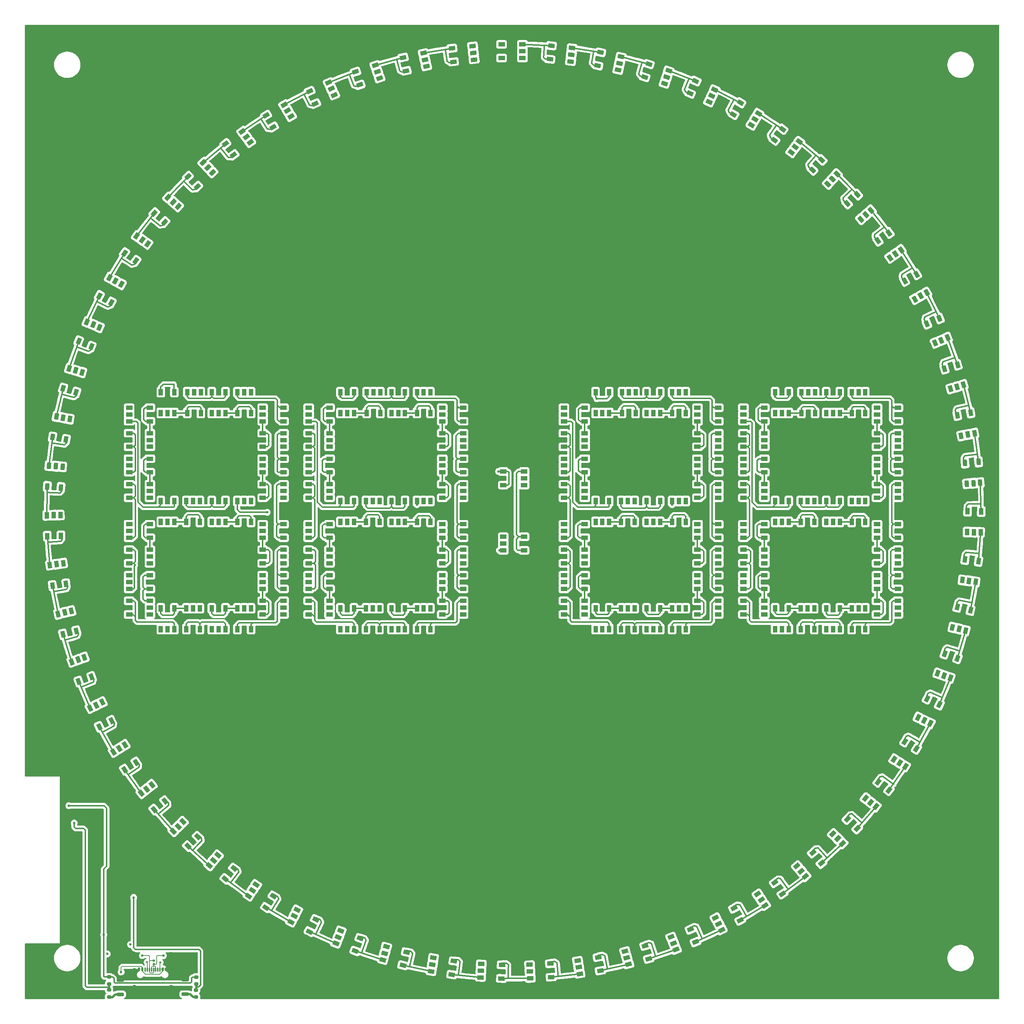
<source format=gbr>
%TF.GenerationSoftware,KiCad,Pcbnew,8.0.9*%
%TF.CreationDate,2025-07-03T09:04:04+02:00*%
%TF.ProjectId,Project,50726f6a-6563-4742-9e6b-696361645f70,rev?*%
%TF.SameCoordinates,Original*%
%TF.FileFunction,Copper,L1,Top*%
%TF.FilePolarity,Positive*%
%FSLAX46Y46*%
G04 Gerber Fmt 4.6, Leading zero omitted, Abs format (unit mm)*
G04 Created by KiCad (PCBNEW 8.0.9) date 2025-07-03 09:04:04*
%MOMM*%
%LPD*%
G01*
G04 APERTURE LIST*
G04 Aperture macros list*
%AMRoundRect*
0 Rectangle with rounded corners*
0 $1 Rounding radius*
0 $2 $3 $4 $5 $6 $7 $8 $9 X,Y pos of 4 corners*
0 Add a 4 corners polygon primitive as box body*
4,1,4,$2,$3,$4,$5,$6,$7,$8,$9,$2,$3,0*
0 Add four circle primitives for the rounded corners*
1,1,$1+$1,$2,$3*
1,1,$1+$1,$4,$5*
1,1,$1+$1,$6,$7*
1,1,$1+$1,$8,$9*
0 Add four rect primitives between the rounded corners*
20,1,$1+$1,$2,$3,$4,$5,0*
20,1,$1+$1,$4,$5,$6,$7,0*
20,1,$1+$1,$6,$7,$8,$9,0*
20,1,$1+$1,$8,$9,$2,$3,0*%
%AMRotRect*
0 Rectangle, with rotation*
0 The origin of the aperture is its center*
0 $1 length*
0 $2 width*
0 $3 Rotation angle, in degrees counterclockwise*
0 Add horizontal line*
21,1,$1,$2,0,0,$3*%
G04 Aperture macros list end*
%TA.AperFunction,Conductor*%
%ADD10C,0.300000*%
%TD*%
%TA.AperFunction,SMDPad,CuDef*%
%ADD11RoundRect,0.200000X0.650000X-0.200000X0.650000X0.200000X-0.650000X0.200000X-0.650000X-0.200000X0*%
%TD*%
%TA.AperFunction,SMDPad,CuDef*%
%ADD12RoundRect,0.144750X-0.144750X-0.255549X0.144750X-0.255549X0.144750X0.255549X-0.144750X0.255549X0*%
%TD*%
%TA.AperFunction,SMDPad,CuDef*%
%ADD13RoundRect,0.147950X-0.147950X-0.277748X0.147950X-0.277748X0.147950X0.277748X-0.147950X0.277748X0*%
%TD*%
%TA.AperFunction,SMDPad,CuDef*%
%ADD14RoundRect,0.075000X-0.075000X-0.401500X0.075000X-0.401500X0.075000X0.401500X-0.075000X0.401500X0*%
%TD*%
%TA.AperFunction,SMDPad,CuDef*%
%ADD15RoundRect,0.148100X-0.148100X-0.277598X0.148100X-0.277598X0.148100X0.277598X-0.148100X0.277598X0*%
%TD*%
%TA.AperFunction,SMDPad,CuDef*%
%ADD16RoundRect,0.151300X-0.151300X-0.236300X0.151300X-0.236300X0.151300X0.236300X-0.151300X0.236300X0*%
%TD*%
%TA.AperFunction,ComponentPad*%
%ADD17O,1.000000X1.800000*%
%TD*%
%TA.AperFunction,ComponentPad*%
%ADD18O,1.000000X2.200000*%
%TD*%
%TA.AperFunction,SMDPad,CuDef*%
%ADD19R,1.000000X1.500000*%
%TD*%
%TA.AperFunction,SMDPad,CuDef*%
%ADD20R,1.500000X1.000000*%
%TD*%
%TA.AperFunction,SMDPad,CuDef*%
%ADD21RotRect,1.500000X1.000000X57.966200*%
%TD*%
%TA.AperFunction,SMDPad,CuDef*%
%ADD22RotRect,1.500000X1.000000X277.627330*%
%TD*%
%TA.AperFunction,SMDPad,CuDef*%
%ADD23RotRect,1.500000X1.000000X253.220570*%
%TD*%
%TA.AperFunction,SMDPad,CuDef*%
%ADD24RotRect,1.500000X1.000000X155.593240*%
%TD*%
%TA.AperFunction,SMDPad,CuDef*%
%ADD25RotRect,1.500000X1.000000X82.372960*%
%TD*%
%TA.AperFunction,SMDPad,CuDef*%
%ADD26RotRect,1.500000X1.000000X94.576340*%
%TD*%
%TA.AperFunction,SMDPad,CuDef*%
%ADD27RotRect,1.500000X1.000000X125.084790*%
%TD*%
%TA.AperFunction,SMDPad,CuDef*%
%ADD28RotRect,1.500000X1.000000X173.898310*%
%TD*%
%TA.AperFunction,SMDPad,CuDef*%
%ADD29RotRect,1.500000X1.000000X198.305360*%
%TD*%
%TA.AperFunction,SMDPad,CuDef*%
%ADD30RotRect,1.500000X1.000000X112.881410*%
%TD*%
%TA.AperFunction,SMDPad,CuDef*%
%ADD31RotRect,1.500000X1.000000X192.203670*%
%TD*%
%TA.AperFunction,SMDPad,CuDef*%
%ADD32RotRect,1.500000X1.000000X320.339160*%
%TD*%
%TA.AperFunction,SMDPad,CuDef*%
%ADD33RotRect,1.500000X1.000000X350.847610*%
%TD*%
%TA.AperFunction,SMDPad,CuDef*%
%ADD34RotRect,1.500000X1.000000X234.915500*%
%TD*%
%TA.AperFunction,SMDPad,CuDef*%
%ADD35RotRect,1.500000X1.000000X70.169580*%
%TD*%
%TA.AperFunction,SMDPad,CuDef*%
%ADD36RotRect,1.500000X1.000000X39.661130*%
%TD*%
%TA.AperFunction,SMDPad,CuDef*%
%ADD37RotRect,1.500000X1.000000X314.237470*%
%TD*%
%TA.AperFunction,SMDPad,CuDef*%
%ADD38RotRect,1.500000X1.000000X33.559440*%
%TD*%
%TA.AperFunction,SMDPad,CuDef*%
%ADD39RotRect,1.500000X1.000000X338.644230*%
%TD*%
%TA.AperFunction,SMDPad,CuDef*%
%ADD40RotRect,1.500000X1.000000X283.729020*%
%TD*%
%TA.AperFunction,SMDPad,CuDef*%
%ADD41RotRect,1.500000X1.000000X88.474650*%
%TD*%
%TA.AperFunction,SMDPad,CuDef*%
%ADD42RotRect,1.500000X1.000000X265.423950*%
%TD*%
%TA.AperFunction,SMDPad,CuDef*%
%ADD43RotRect,1.500000X1.000000X247.118880*%
%TD*%
%TA.AperFunction,SMDPad,CuDef*%
%ADD44RotRect,1.500000X1.000000X21.356060*%
%TD*%
%TA.AperFunction,SMDPad,CuDef*%
%ADD45RotRect,1.500000X1.000000X51.864510*%
%TD*%
%TA.AperFunction,SMDPad,CuDef*%
%ADD46RotRect,1.500000X1.000000X222.712120*%
%TD*%
%TA.AperFunction,SMDPad,CuDef*%
%ADD47RotRect,1.500000X1.000000X100.678030*%
%TD*%
%TA.AperFunction,SMDPad,CuDef*%
%ADD48RotRect,1.500000X1.000000X186.101980*%
%TD*%
%TA.AperFunction,SMDPad,CuDef*%
%ADD49RotRect,1.500000X1.000000X332.542540*%
%TD*%
%TA.AperFunction,SMDPad,CuDef*%
%ADD50RotRect,1.500000X1.000000X45.762820*%
%TD*%
%TA.AperFunction,SMDPad,CuDef*%
%ADD51RotRect,1.500000X1.000000X295.932400*%
%TD*%
%TA.AperFunction,SMDPad,CuDef*%
%ADD52RotRect,1.500000X1.000000X3.050990*%
%TD*%
%TA.AperFunction,SMDPad,CuDef*%
%ADD53RotRect,1.500000X1.000000X228.813810*%
%TD*%
%TA.AperFunction,SMDPad,CuDef*%
%ADD54RotRect,1.500000X1.000000X289.830710*%
%TD*%
%TA.AperFunction,SMDPad,CuDef*%
%ADD55RotRect,1.500000X1.000000X143.389860*%
%TD*%
%TA.AperFunction,SMDPad,CuDef*%
%ADD56RotRect,1.500000X1.000000X9.152680*%
%TD*%
%TA.AperFunction,SMDPad,CuDef*%
%ADD57RotRect,1.500000X1.000000X302.034090*%
%TD*%
%TA.AperFunction,SMDPad,CuDef*%
%ADD58RotRect,1.500000X1.000000X76.271270*%
%TD*%
%TA.AperFunction,SMDPad,CuDef*%
%ADD59RotRect,1.500000X1.000000X137.288170*%
%TD*%
%TA.AperFunction,SMDPad,CuDef*%
%ADD60RotRect,1.500000X1.000000X64.067890*%
%TD*%
%TA.AperFunction,SMDPad,CuDef*%
%ADD61RotRect,1.500000X1.000000X241.017190*%
%TD*%
%TA.AperFunction,SMDPad,CuDef*%
%ADD62RotRect,1.500000X1.000000X326.440850*%
%TD*%
%TA.AperFunction,SMDPad,CuDef*%
%ADD63RotRect,1.500000X1.000000X259.322260*%
%TD*%
%TA.AperFunction,SMDPad,CuDef*%
%ADD64RotRect,1.500000X1.000000X27.457750*%
%TD*%
%TA.AperFunction,SMDPad,CuDef*%
%ADD65RotRect,1.500000X1.000000X356.949300*%
%TD*%
%TA.AperFunction,SMDPad,CuDef*%
%ADD66RotRect,1.500000X1.000000X344.745920*%
%TD*%
%TA.AperFunction,SMDPad,CuDef*%
%ADD67RotRect,1.500000X1.000000X210.508740*%
%TD*%
%TA.AperFunction,SMDPad,CuDef*%
%ADD68RotRect,1.500000X1.000000X149.491550*%
%TD*%
%TA.AperFunction,SMDPad,CuDef*%
%ADD69RotRect,1.500000X1.000000X216.610430*%
%TD*%
%TA.AperFunction,SMDPad,CuDef*%
%ADD70RotRect,1.500000X1.000000X204.407050*%
%TD*%
%TA.AperFunction,SMDPad,CuDef*%
%ADD71RotRect,1.500000X1.000000X308.135780*%
%TD*%
%TA.AperFunction,SMDPad,CuDef*%
%ADD72RotRect,1.500000X1.000000X118.983100*%
%TD*%
%TA.AperFunction,SMDPad,CuDef*%
%ADD73RotRect,1.500000X1.000000X161.694930*%
%TD*%
%TA.AperFunction,SMDPad,CuDef*%
%ADD74RotRect,1.500000X1.000000X15.254370*%
%TD*%
%TA.AperFunction,SMDPad,CuDef*%
%ADD75RotRect,1.500000X1.000000X271.525640*%
%TD*%
%TA.AperFunction,SMDPad,CuDef*%
%ADD76RotRect,1.500000X1.000000X131.186480*%
%TD*%
%TA.AperFunction,SMDPad,CuDef*%
%ADD77RoundRect,0.200000X0.275000X-0.200000X0.275000X0.200000X-0.275000X0.200000X-0.275000X-0.200000X0*%
%TD*%
%TA.AperFunction,SMDPad,CuDef*%
%ADD78RotRect,1.500000X1.000000X167.796620*%
%TD*%
%TA.AperFunction,SMDPad,CuDef*%
%ADD79RotRect,1.500000X1.000000X106.779720*%
%TD*%
%TA.AperFunction,ViaPad*%
%ADD80C,0.600000*%
%TD*%
%TA.AperFunction,ViaPad*%
%ADD81C,0.500000*%
%TD*%
%TA.AperFunction,Conductor*%
%ADD82C,0.167100*%
%TD*%
%TA.AperFunction,Conductor*%
%ADD83C,0.500000*%
%TD*%
%TA.AperFunction,Conductor*%
%ADD84C,0.200000*%
%TD*%
%TA.AperFunction,Conductor*%
%ADD85C,0.160000*%
%TD*%
G04 APERTURE END LIST*
D10*
%TO.N,Net-(D53-DO)*%
X272864093Y-136990243D02*
G75*
G02*
X271081291Y-134777253I84551607J69940043D01*
G01*
%TO.N,Net-(D4-DO)*%
X380083109Y-121049536D02*
X380361580Y-121561837D01*
%TO.N,Net-(D17-DO)*%
X444663998Y-241054630D02*
G75*
G02*
X447448888Y-241620403I-20451198J-107803270D01*
G01*
%TO.N,Net-(D44-DO)*%
X233484010Y-227224536D02*
X233822951Y-226750070D01*
%TO.N,Net-(D13-DO)*%
X445702293Y-190416359D02*
G75*
G02*
X447345828Y-197028621I-105702393J-29783641D01*
G01*
%TO.N,Net-(D1-DO)*%
X342000000Y-110400000D02*
G75*
G02*
X348805200Y-110735357I-2000000J-109799300D01*
G01*
%TO.N,Net-(D12-DO)*%
X441937665Y-179349633D02*
G75*
G02*
X444274728Y-185749739I-101936965J-40850067D01*
G01*
%TO.N,Net-(D46-DO)*%
X234363769Y-204545656D02*
X234795345Y-204153558D01*
%TO.N,Net-(D58-DO)*%
X324800000Y-114700000D02*
G75*
G02*
X325889956Y-114532411I17230400J-108433800D01*
G01*
%TO.N,Net-(D7-DO)*%
X407086514Y-133254962D02*
G75*
G02*
X412349137Y-137582551I-67086214J-86944738D01*
G01*
%TO.N,Net-(D4-DO)*%
X380083109Y-121049536D02*
G75*
G02*
X381155093Y-118417701I102142791J-40069964D01*
G01*
%TO.N,Net-(D55-DO)*%
X292496879Y-124802398D02*
G75*
G02*
X293479044Y-124300959I50435421J-97575002D01*
G01*
%TO.N,Net-(D38-DO)*%
X258795963Y-288738885D02*
G75*
G02*
X258075757Y-287903785I82813437J72147985D01*
G01*
%TO.N,Net-(D36-DO)*%
X277636196Y-310592455D02*
G75*
G02*
X272150701Y-306551099I62363904J90392555D01*
G01*
%TO.N,Net-(D2-DO)*%
X353659685Y-111234625D02*
G75*
G02*
X360390687Y-112291426I-13659685J-108965575D01*
G01*
%TO.N,Net-(D44-DO)*%
X233822947Y-226750066D02*
G75*
G02*
X233742856Y-225650213I109491853J8525966D01*
G01*
%TO.N,Net-(D23-DO)*%
X410876219Y-299345395D02*
G75*
G02*
X410060587Y-300087577I-74294619J80827895D01*
G01*
%TO.N,Net-(D52-DO)*%
X264421034Y-144596619D02*
X265001300Y-144539255D01*
%TO.N,Net-(D27-DO)*%
X372297218Y-321758241D02*
X371755868Y-321541587D01*
%TO.N,Net-(D54-DO)*%
X282067827Y-130324400D02*
G75*
G02*
X280530352Y-127934447I91503773J60554600D01*
G01*
%TO.N,Net-(D22-DO)*%
X419467206Y-291294303D02*
G75*
G02*
X421799999Y-293400001I-72335606J-82481897D01*
G01*
%TO.N,Net-(D21-DO)*%
X426637908Y-282441748D02*
G75*
G02*
X429272557Y-284355897I-63126308J-89657752D01*
G01*
%TO.N,Net-(D42-DO)*%
X237418052Y-249576915D02*
X237649041Y-249041524D01*
%TO.N,Net-(D53-DO)*%
X266990543Y-138165500D02*
G75*
G02*
X272218284Y-133795840I73009357J-82034400D01*
G01*
%TO.N,Net-(D46-DO)*%
X234363769Y-204545656D02*
G75*
G02*
X231552715Y-204128903I14684331J108736656D01*
G01*
%TO.N,Net-(D24-DO)*%
X408539713Y-306004125D02*
G75*
G02*
X403086808Y-310089346I-68538413J85802425D01*
G01*
%TO.N,Net-(D35-DO)*%
X287597621Y-316709226D02*
G75*
G02*
X281713632Y-313273837I52402279J96509026D01*
G01*
%TO.N,Net-(D26-DO)*%
X382369172Y-317590898D02*
G75*
G02*
X381361710Y-318039352I-45148972J100072298D01*
G01*
%TO.N,Net-(D54-DO)*%
X282647108Y-130390983D02*
G75*
G02*
X283570410Y-129787988I60487392J-91609517D01*
G01*
%TO.N,Net-(D41-DO)*%
X240381072Y-266418061D02*
G75*
G02*
X237706676Y-260151418I99617528J46217461D01*
G01*
%TO.N,Net-(D13-DO)*%
X444010706Y-195924639D02*
G75*
G02*
X446780507Y-195289100I25923994J-106628261D01*
G01*
%TO.N,Net-(D25-DO)*%
X393102780Y-312616824D02*
G75*
G02*
X394679623Y-315391257I-94625980J-55615776D01*
G01*
%TO.N,Net-(D16-DO)*%
X445898934Y-230224767D02*
G75*
G02*
X445803059Y-231323356I-109406534J8994567D01*
G01*
%TO.N,Net-(D33-DO)*%
X304934711Y-320446780D02*
G75*
G02*
X303890262Y-320092920I34713989J104179880D01*
G01*
%TO.N,Net-(D32-DO)*%
X320560579Y-328283990D02*
G75*
G02*
X313895359Y-326870465I19439521J108084590D01*
G01*
%TO.N,Net-(D54-DO)*%
X282067827Y-130324399D02*
X282647106Y-130390990D01*
%TO.N,Net-(D20-DO)*%
X432210253Y-273069758D02*
G75*
G02*
X431668996Y-274030555I-95917253J53401358D01*
G01*
%TO.N,Net-(D53-DO)*%
X273447169Y-136994876D02*
G75*
G02*
X274301146Y-136297155I69934531J-84725024D01*
G01*
%TO.N,Net-(D40-DO)*%
X246003990Y-270621379D02*
G75*
G02*
X243243578Y-272095451I-53081390J96080879D01*
G01*
%TO.N,Net-(D44-DO)*%
X233484011Y-227224536D02*
G75*
G02*
X230648383Y-227411410I-8632611J109383836D01*
G01*
%TO.N,Net-(D58-DO)*%
X324800000Y-114700000D02*
G75*
G02*
X325889956Y-114532411I17230400J-108433800D01*
G01*
%TO.N,Net-(D57-DO)*%
X313164352Y-116667053D02*
X313693404Y-116912212D01*
%TO.N,Net-(D43-DO)*%
X234855366Y-238505563D02*
X235141955Y-237997758D01*
%TO.N,Net-(D6-DO)*%
X400257670Y-132317942D02*
G75*
G02*
X401172219Y-132934132I-60902470J-91378258D01*
G01*
%TO.N,Net-(D11-DO)*%
X436428423Y-175047922D02*
G75*
G02*
X436903537Y-176043089I-98806123J-47783178D01*
G01*
%TO.N,Net-(D5-DO)*%
X387191934Y-121038710D02*
G75*
G02*
X393250413Y-124156085I-47191934J-99161290D01*
G01*
%TO.N,Net-(D29-DO)*%
X355490896Y-328920155D02*
G75*
G02*
X348718997Y-329671547I-15490896J108719755D01*
G01*
%TO.N,Net-(D10-BI)*%
X423949245Y-149400535D02*
G75*
G02*
X428178170Y-154742763I-83948545J-70798865D01*
G01*
%TO.N,Net-(D45-DO)*%
X233706973Y-215425896D02*
G75*
G02*
X233744243Y-214323762I109726527J-3158804D01*
G01*
%TO.N,Net-(D28-DO)*%
X361353152Y-324602882D02*
G75*
G02*
X361977824Y-327726728I-107328852J-23086818D01*
G01*
%TO.N,Net-(D15-DO)*%
X446385822Y-218910475D02*
G75*
G02*
X446407263Y-220013031I-109741922J-2685625D01*
G01*
%TO.N,Net-(D28-DO)*%
X366959372Y-326657655D02*
G75*
G02*
X360305704Y-328124597I-26958972J106455755D01*
G01*
%TO.N,Net-(D12-DO)*%
X440862411Y-185005370D02*
X440660244Y-185552296D01*
%TO.N,Net-(D53-DO)*%
X272864092Y-136990242D02*
X273447168Y-136994882D01*
%TO.N,Net-(D16-DO)*%
X446309026Y-229810250D02*
G75*
G02*
X449138276Y-230076802I-8876726J-109368450D01*
G01*
%TO.N,Net-(D26-DO)*%
X382930486Y-317748777D02*
X382369174Y-317590892D01*
%TO.N,Net-(D32-DO)*%
X316195404Y-324072681D02*
G75*
G02*
X315478056Y-327156826I-107254104J23320981D01*
G01*
%TO.N,Net-(D10-DO)*%
X431104023Y-165052872D02*
G75*
G02*
X431682226Y-165991899I-93242823J-58061528D01*
G01*
%TO.N,Net-(D10-BI)*%
X424767533Y-155097648D02*
X424747373Y-155680394D01*
%TO.N,Net-(D14-DO)*%
X448269274Y-201820546D02*
G75*
G02*
X449200659Y-208570044I-108267274J-18379154D01*
G01*
%TO.N,Net-(D3-DO)*%
X369338241Y-117349537D02*
X369669589Y-117829336D01*
%TO.N,Net-(D22-DO)*%
X419484979Y-291274035D02*
X418908589Y-291362200D01*
%TO.N,Net-(D42-DO)*%
X236032757Y-255567393D02*
G75*
G02*
X234039613Y-249051981I103965543J35366893D01*
G01*
%TO.N,Net-(D37-DO)*%
X266562495Y-296980926D02*
G75*
G02*
X265757603Y-296227109I74628605J80491726D01*
G01*
%TO.N,Net-(D52-DO)*%
X258684429Y-146390665D02*
G75*
G02*
X263418087Y-141490083I81314771J-73808535D01*
G01*
%TO.N,Net-(D6-DO)*%
X400093775Y-131758354D02*
G75*
G02*
X401697861Y-129412589I91368925J-60758746D01*
G01*
%TO.N,Net-(D39-DO)*%
X251949504Y-279718005D02*
G75*
G02*
X251322143Y-278811082I89993996J62923505D01*
G01*
%TO.N,Net-(D25-DO)*%
X399031010Y-312803347D02*
G75*
G02*
X393174764Y-316285818I-59030110J92601847D01*
G01*
%TO.N,Net-(D39-DO)*%
X251898713Y-280299348D02*
G75*
G02*
X249320017Y-282052274I-62974013J89866648D01*
G01*
%TO.N,Net-(D37-DO)*%
X268381378Y-303451504D02*
G75*
G02*
X263356525Y-298849975I71618822J83251804D01*
G01*
%TO.N,Net-(D14-DO)*%
X445667315Y-207608528D02*
G75*
G02*
X445805829Y-208702559I-108823215J-14333772D01*
G01*
%TO.N,Net-(D13-DO)*%
X444010706Y-195924639D02*
X443751550Y-196446977D01*
%TO.N,Net-(D20-DO)*%
X437869938Y-270014809D02*
G75*
G02*
X434592396Y-275988159I-97870138J49814909D01*
G01*
%TO.N,Net-(D3-DO)*%
X365164601Y-113303869D02*
G75*
G02*
X371745139Y-115070145I-25164501J-106895831D01*
G01*
%TO.N,Net-(D41-DO)*%
X241315798Y-259756236D02*
G75*
G02*
X240894321Y-258737193I101230902J42465836D01*
G01*
%TO.N,Net-(D18-DO)*%
X446188390Y-248201177D02*
G75*
G02*
X444247567Y-254732364I-106187190J28000877D01*
G01*
%TO.N,Net-(D38-DO)*%
X258806853Y-289321878D02*
X258795969Y-288738885D01*
%TO.N,Net-(D8-DO)*%
X417430514Y-147036684D02*
G75*
G02*
X418194145Y-147832270I-78832214J-76430116D01*
G01*
%TO.N,Net-(D7-DO)*%
X409132844Y-138645837D02*
G75*
G02*
X410977180Y-136483863I84394956J-70127963D01*
G01*
%TO.N,Net-(D52-DO)*%
X265001300Y-144539248D02*
G75*
G02*
X265776276Y-143754708I78496200J-76764252D01*
G01*
%TO.N,Net-(D15-DO)*%
X449609522Y-213432978D02*
G75*
G02*
X449818205Y-220243240I-109609322J-6767022D01*
G01*
%TO.N,Net-(D57-DO)*%
X313164352Y-116667053D02*
G75*
G02*
X312455304Y-113915152I105900848J28753453D01*
G01*
%TO.N,Net-(D26-DO)*%
X388853463Y-318553338D02*
G75*
G02*
X382660231Y-321393599I-48853263J98352938D01*
G01*
%TO.N,Net-(D14-DO)*%
X445980519Y-207116691D02*
X445667310Y-207608524D01*
%TO.N,Net-(D37-DO)*%
X266635292Y-297559459D02*
X266562502Y-296980926D01*
%TO.N,Net-(D10-BI)*%
X424767533Y-155097648D02*
G75*
G02*
X427027197Y-153374387I67668467J-86388652D01*
G01*
%TO.N,Net-(D25-DO)*%
X392502418Y-312534459D02*
G75*
G02*
X391548332Y-313087459I-55535218J94714959D01*
G01*
%TO.N,Net-(D23-DO)*%
X411458715Y-299318989D02*
X410876219Y-299345388D01*
%TO.N,Net-(D16-DO)*%
X446309026Y-229810250D02*
X445898930Y-230224762D01*
%TO.N,Net-(D27-DO)*%
X378122389Y-323188948D02*
G75*
G02*
X371662340Y-325354816I-38122189J102988548D01*
G01*
%TO.N,Net-(D11-DO)*%
X436571304Y-174482604D02*
X436428417Y-175047920D01*
%TO.N,Net-(D12-DO)*%
X440862411Y-185005370D02*
G75*
G02*
X443548967Y-184079019I37107289J-103257830D01*
G01*
%TO.N,Net-(D24-DO)*%
X402624318Y-306464098D02*
G75*
G02*
X404489981Y-309059313I-88154618J-65341302D01*
G01*
%TO.N,Net-(D43-DO)*%
X232862431Y-244315998D02*
G75*
G02*
X231573126Y-237625639I107136069J24115698D01*
G01*
%TO.N,Net-(D11-DO)*%
X436571304Y-174482604D02*
G75*
G02*
X439144175Y-173275940I47874796J-98733196D01*
G01*
%TO.N,Net-(D33-DO)*%
X309182092Y-325605391D02*
G75*
G02*
X302704882Y-323491401I30818208J105406191D01*
G01*
%TO.N,Net-(D32-DO)*%
X315810201Y-323604941D02*
G75*
G02*
X314734056Y-323364103I23441299J107268241D01*
G01*
%TO.N,Net-(D31-DO)*%
X332159322Y-329737956D02*
G75*
G02*
X325381613Y-329040904I7840678J109537656D01*
G01*
%TO.N,Net-(D48-DO)*%
X240522274Y-182273192D02*
G75*
G02*
X240903813Y-181238533I103156626J-37452208D01*
G01*
%TO.N,Net-(D10-BI)*%
X424747380Y-155680395D02*
G75*
G02*
X425422119Y-156552643I-86490480J-67602905D01*
G01*
%TO.N,Net-(D39-DO)*%
X251898364Y-280298853D02*
X251949510Y-279718006D01*
%TO.N,Net-(D40-DO)*%
X245988102Y-270592618D02*
X246100699Y-270020498D01*
%TO.N,Net-(D28-DO)*%
X361298010Y-324614745D02*
X360782756Y-324341776D01*
%TO.N,Net-(D6-DO)*%
X400093776Y-131758354D02*
X400257663Y-132317943D01*
%TO.N,Net-(D4-DO)*%
X380361587Y-121561835D02*
G75*
G02*
X381385722Y-121970781I-40196987J-102153265D01*
G01*
%TO.N,Net-(D6-DO)*%
X397464773Y-126616669D02*
G75*
G02*
X403157573Y-130360362I-57464473J-93582831D01*
G01*
%TO.N,Net-(D40-DO)*%
X245858107Y-276745062D02*
G75*
G02*
X242532758Y-270798192I94141693J56544962D01*
G01*
%TO.N,Net-(D52-DO)*%
X264421034Y-144596618D02*
G75*
G02*
X262413106Y-142585666I76642466J78535118D01*
G01*
%TO.N,Net-(D49-DO)*%
X244563065Y-172149803D02*
X245095951Y-171913094D01*
%TO.N,Net-(D46-DO)*%
X234795342Y-204153553D02*
G75*
G02*
X234949550Y-203061624I108785658J-14806447D01*
G01*
%TO.N,Net-(D4-DO)*%
X376384392Y-116584287D02*
G75*
G02*
X382739906Y-119040024I-36384292J-103615513D01*
G01*
%TO.N,Net-(D38-DO)*%
X258793858Y-289306994D02*
G75*
G02*
X256400405Y-291337010I-72156558J82648894D01*
G01*
%TO.N,Net-(D21-DO)*%
X426046894Y-282570457D02*
G75*
G02*
X425406576Y-283468278I-89697894J63294457D01*
G01*
%TO.N,Net-(D31-DO)*%
X327338222Y-326007495D02*
G75*
G02*
X326942970Y-329221370I-109069122J11782395D01*
G01*
%TO.N,Net-(D55-DO)*%
X285980960Y-124586281D02*
G75*
G02*
X292014241Y-121420411I54018540J-95612719D01*
G01*
%TO.N,Net-(D34-DO)*%
X294456525Y-316150517D02*
G75*
G02*
X293455606Y-315687643I45568375J99850717D01*
G01*
%TO.N,Net-(D51-DO)*%
X257405196Y-152938622D02*
G75*
G02*
X258092390Y-152076152I86195204J-67973178D01*
G01*
%TO.N,Net-(D14-DO)*%
X445980519Y-207116691D02*
G75*
G02*
X448802182Y-206779163I14443181J-108779009D01*
G01*
%TO.N,Net-(D17-DO)*%
X444663998Y-241054630D02*
X444212165Y-241423203D01*
%TO.N,Net-(D46-DO)*%
X230709572Y-209446284D02*
G75*
G02*
X231586794Y-202689532I109287928J-10753416D01*
G01*
%TO.N,Net-(D8-DO)*%
X415948140Y-140878376D02*
G75*
G02*
X420720952Y-145740832I-75947240J-79320724D01*
G01*
%TO.N,Net-(D26-DO)*%
X382978316Y-317727139D02*
G75*
G02*
X384256622Y-320666128I-100021216J-45251461D01*
G01*
%TO.N,Net-(D38-DO)*%
X259938025Y-295367282D02*
G75*
G02*
X255430755Y-290257710I80061075J75166482D01*
G01*
%TO.N,Net-(D36-DO)*%
X275161105Y-304350742D02*
G75*
G02*
X274280647Y-303686751I65653995J87973542D01*
G01*
X275330057Y-304944379D02*
G75*
G02*
X273428917Y-307422954I-88049257J65567979D01*
G01*
X275294983Y-304918259D02*
X275161111Y-304350741D01*
%TO.N,Net-(D2-DO)*%
X358260958Y-114812608D02*
X358641428Y-115254469D01*
%TO.N,Net-(D56-DO)*%
X302332762Y-120104909D02*
X302884876Y-120292444D01*
X302332762Y-120104909D02*
G75*
G02*
X301335223Y-117443965I102237438J39844409D01*
G01*
%TO.N,Net-(D34-DO)*%
X294707342Y-316676911D02*
X294456531Y-316150515D01*
%TO.N,Net-(D50-DO)*%
X250189898Y-162276559D02*
X250744926Y-162097833D01*
%TO.N,Net-(D48-DO)*%
X240017570Y-182565209D02*
X240522277Y-182273199D01*
X235452309Y-186587202D02*
G75*
G02*
X237737969Y-180168560I104546691J-33612498D01*
G01*
%TO.N,Net-(D3-DO)*%
X369669595Y-117829333D02*
G75*
G02*
X370731397Y-118127104I-29106295J-105830267D01*
G01*
%TO.N,Net-(D7-DO)*%
X409132845Y-138645837D02*
X409236323Y-139219676D01*
%TO.N,Net-(D24-DO)*%
X402622796Y-306465227D02*
X402040793Y-306429561D01*
%TO.N,Net-(D35-DO)*%
X284678689Y-311309513D02*
G75*
G02*
X283009505Y-314043144I-94463389J55803913D01*
G01*
%TO.N,Net-(D57-DO)*%
X313693407Y-116912206D02*
G75*
G02*
X314759375Y-116629711I28653393J-105968394D01*
G01*
%TO.N,Net-(D29-DO)*%
X349574162Y-325959735D02*
G75*
G02*
X348476831Y-326069077I-11440162J109250235D01*
G01*
%TO.N,Net-(D22-DO)*%
X425128437Y-289577152D02*
G75*
G02*
X420662290Y-294722708I-85128337J69377152D01*
G01*
%TO.N,Net-(D17-DO)*%
X448563153Y-236755420D02*
G75*
G02*
X447327547Y-243455904I-108561753J16555220D01*
G01*
%TO.N,Net-(D49-DO)*%
X245095949Y-171913088D02*
G75*
G02*
X245585304Y-170924846I98662651J-48240212D01*
G01*
%TO.N,Net-(D30-DO)*%
X338712324Y-326752839D02*
G75*
G02*
X338663365Y-329910483I-109741424J122339D01*
G01*
%TO.N,Net-(D21-DO)*%
X426610647Y-282421518D02*
X426046893Y-282570451D01*
%TO.N,Net-(D19-DO)*%
X437848363Y-262703017D02*
G75*
G02*
X440450729Y-263844682I-42775463J-101041283D01*
G01*
%TO.N,Net-(D30-DO)*%
X338257093Y-326377123D02*
G75*
G02*
X337154356Y-326369206I236807J109793023D01*
G01*
%TO.N,Net-(D42-DO)*%
X237420208Y-249584087D02*
G75*
G02*
X234456624Y-250428918I-31564208J105103687D01*
G01*
%TO.N,Net-(D5-DO)*%
X390596266Y-126409681D02*
G75*
G02*
X391571131Y-126925169I-50828066J-97303019D01*
G01*
%TO.N,Net-(D22-DO)*%
X418908589Y-291362207D02*
G75*
G02*
X418176467Y-292186881I-82495489J72499807D01*
G01*
%TO.N,Net-(D45-DO)*%
X230185674Y-221124057D02*
G75*
G02*
X230339729Y-214312340I109812626J924057D01*
G01*
%TO.N,Net-(D2-DO)*%
X358260958Y-114812608D02*
G75*
G02*
X358752394Y-112013644I108316842J-17575392D01*
G01*
%TO.N,Net-(D23-DO)*%
X417271834Y-298232709D02*
G75*
G02*
X412284052Y-302874394I-77271434J78032309D01*
G01*
%TO.N,Net-(D47-DO)*%
X237075721Y-193060756D02*
G75*
G02*
X237345121Y-191991404I106573179J-26280144D01*
G01*
%TO.N,Net-(D57-DO)*%
X307412668Y-115328146D02*
G75*
G02*
X313978829Y-113509148I32586832J-104870254D01*
G01*
%TO.N,Net-(D48-DO)*%
X240017570Y-182565209D02*
G75*
G02*
X237358130Y-181563666I37340730J103184109D01*
G01*
%TO.N,Net-(D56-DO)*%
X302884879Y-120292439D02*
G75*
G02*
X303914780Y-119898239I39767321J-102355061D01*
G01*
%TO.N,Net-(D43-DO)*%
X234855366Y-238505564D02*
G75*
G02*
X232055666Y-238992787I-20211966J107855264D01*
G01*
%TO.N,Net-(D10-DO)*%
X430999172Y-158724878D02*
G75*
G02*
X434636296Y-164486348I-90998272J-61474522D01*
G01*
%TO.N,Net-(D18-DO)*%
X441344638Y-252378917D02*
G75*
G02*
X441018707Y-253432415I-105067238J31928517D01*
G01*
%TO.N,Net-(D58-DO)*%
X324300000Y-114400000D02*
G75*
G02*
X323887480Y-111588322I108351000J17333000D01*
G01*
%TO.N,Net-(D5-DO)*%
X390373820Y-125870684D02*
X390596259Y-126409683D01*
%TO.N,Net-(D43-DO)*%
X235141949Y-237997755D02*
G75*
G02*
X234945404Y-236912646I107929051J20109455D01*
G01*
%TO.N,Net-(D8-DO)*%
X417388611Y-146455095D02*
G75*
G02*
X419452303Y-144501411I76461989J-78700605D01*
G01*
%TO.N,Net-(D58-DO)*%
X318744468Y-112458446D02*
G75*
G02*
X325466776Y-111347694I21255132J-107739554D01*
G01*
%TO.N,Net-(D1-DO)*%
X347402059Y-113866407D02*
G75*
G02*
X348502811Y-113933003I-6079859J-109623293D01*
G01*
%TO.N,Net-(D58-DO)*%
X324300000Y-114400000D02*
X324799996Y-114700005D01*
%TO.N,Net-(D10-DO)*%
X431186005Y-164475569D02*
X431104017Y-165052871D01*
%TO.N,Net-(D49-DO)*%
X239617410Y-175664895D02*
G75*
G02*
X242572376Y-169525564I100383490J-44535505D01*
G01*
%TO.N,Net-(D42-DO)*%
X237649035Y-249041521D02*
G75*
G02*
X237338264Y-247983451I105184365J31468921D01*
G01*
%TO.N,Net-(D35-DO)*%
X284494364Y-310764830D02*
G75*
G02*
X283548316Y-310198188I55978036J94532330D01*
G01*
%TO.N,Net-(D50-DO)*%
X250744925Y-162097827D02*
G75*
G02*
X251336551Y-161167199I92965475J-58447373D01*
G01*
%TO.N,Net-(D41-DO)*%
X241143032Y-260313149D02*
X241315803Y-259756239D01*
%TO.N,Net-(D5-DO)*%
X390373820Y-125870683D02*
G75*
G02*
X391719478Y-123367702I97312980J-50704417D01*
G01*
%TO.N,Net-(D50-DO)*%
X244919884Y-165247188D02*
G75*
G02*
X248510685Y-159456734I95079816J-54952712D01*
G01*
%TO.N,Net-(D1-DO)*%
X346976772Y-113467495D02*
G75*
G02*
X347167912Y-110632152I109563028J-5961905D01*
G01*
%TO.N,Net-(D40-DO)*%
X246100692Y-270020496D02*
G75*
G02*
X245573286Y-269052027I96141608J52984396D01*
G01*
%TO.N,Net-(D34-DO)*%
X294768882Y-316704921D02*
G75*
G02*
X293400000Y-319600001I-99935782J45481521D01*
G01*
%TO.N,Net-(D1-DO)*%
X346976772Y-113467495D02*
X347402054Y-113866411D01*
%TO.N,Net-(D29-DO)*%
X350057487Y-326285921D02*
X349574167Y-325959730D01*
%TO.N,Net-(D10-DO)*%
X431186005Y-164475569D02*
G75*
G02*
X433616039Y-163002260I58100495J-93088631D01*
G01*
%TO.N,Net-(D41-DO)*%
X241147510Y-260323794D02*
G75*
G02*
X238259046Y-261491055I-42557610J101154094D01*
G01*
%TO.N,Net-(D18-DO)*%
X441833086Y-252060453D02*
X441344636Y-252378911D01*
%TO.N,Net-(D20-DO)*%
X432754981Y-272861740D02*
X432210252Y-273069752D01*
%TO.N,Net-(D31-DO)*%
X326959771Y-325589215D02*
G75*
G02*
X325864124Y-325464130I11907129J109158115D01*
G01*
%TO.N,Net-(D45-DO)*%
X233319523Y-215861651D02*
X233706977Y-215425900D01*
%TO.N,Net-(D47-DO)*%
X232471773Y-197890354D02*
G75*
G02*
X234062223Y-191265124I107528127J-22309646D01*
G01*
%TO.N,Net-(D32-DO)*%
X316166621Y-324066421D02*
X315810207Y-323604937D01*
%TO.N,Net-(D45-DO)*%
X233319523Y-215861651D02*
G75*
G02*
X230480096Y-215746057I3043477J109691151D01*
G01*
%TO.N,Net-(D15-DO)*%
X446749530Y-218454716D02*
G75*
G02*
X449591085Y-218419027I2798770J-109696484D01*
G01*
%TO.N,Net-(D51-DO)*%
X256834316Y-153057345D02*
X257405197Y-152938628D01*
%TO.N,Net-(D18-DO)*%
X441833086Y-252060453D02*
G75*
G02*
X444542061Y-252919034I-31795186J-105022447D01*
G01*
%TO.N,Net-(D2-DO)*%
X358641434Y-115254465D02*
G75*
G02*
X359728871Y-115437687I-17687734J-108296535D01*
G01*
%TO.N,Net-(D49-DO)*%
X244563065Y-172149803D02*
G75*
G02*
X242025150Y-170871251I48097035J98630403D01*
G01*
%TO.N,Net-(D17-DO)*%
X444212169Y-241423209D02*
G75*
G02*
X444000064Y-242505383I-107866069J20579809D01*
G01*
%TO.N,Net-(D31-DO)*%
X327363225Y-326010197D02*
X326959777Y-325589212D01*
%TO.N,Net-(D55-DO)*%
X291927957Y-124674617D02*
G75*
G02*
X290653228Y-122134780I97425943J50487317D01*
G01*
%TO.N,Net-(D21-DO)*%
X432020501Y-280135527D02*
G75*
G02*
X428126600Y-285726657I-92020401J59935427D01*
G01*
%TO.N,Net-(D33-DO)*%
X305257749Y-320949406D02*
G75*
G02*
X304204378Y-323973443I-104155549J34585306D01*
G01*
%TO.N,Net-(D27-DO)*%
X372339740Y-321744227D02*
G75*
G02*
X373289541Y-324772652I-104263740J-34363273D01*
G01*
%TO.N,Net-(D19-DO)*%
X437328833Y-262967759D02*
G75*
G02*
X436892769Y-263980644I-101039933J42899059D01*
G01*
%TO.N,Net-(D12-DO)*%
X440660250Y-185552298D02*
G75*
G02*
X441026893Y-186592328I-103389550J-37032702D01*
G01*
%TO.N,Net-(D35-DO)*%
X284687808Y-311314902D02*
X284494371Y-310764828D01*
%TO.N,Net-(D7-DO)*%
X409236329Y-139219677D02*
G75*
G02*
X410080200Y-139929586I-70249829J-84362723D01*
G01*
%TO.N,Net-(D54-DO)*%
X276123881Y-130869818D02*
G75*
G02*
X281786472Y-127080585I63875819J-89329682D01*
G01*
%TO.N,Net-(D19-DO)*%
X437848364Y-262703017D02*
X437328831Y-262967752D01*
%TO.N,Net-(D33-DO)*%
X305240059Y-320943531D02*
X304934717Y-320446777D01*
%TO.N,Net-(D47-DO)*%
X236604916Y-193404765D02*
G75*
G02*
X233854085Y-192691577I26160884J106566665D01*
G01*
%TO.N,Net-(D39-DO)*%
X252401806Y-286431385D02*
G75*
G02*
X248463184Y-280871667I87598194J66231385D01*
G01*
%TO.N,Net-(D3-DO)*%
X369338241Y-117349537D02*
G75*
G02*
X370124405Y-114618666I105828959J-28987463D01*
G01*
%TO.N,Net-(D56-DO)*%
X296450096Y-119386083D02*
G75*
G02*
X302785709Y-116879448I43549504J-100812917D01*
G01*
%TO.N,Net-(D55-DO)*%
X291927957Y-124674617D02*
X292496877Y-124802404D01*
%TO.N,Net-(D19-DO)*%
X442610472Y-259329670D02*
G75*
G02*
X439986422Y-265617560I-102609872J39129470D01*
G01*
%TO.N,Net-(D20-DO)*%
X432746291Y-272877386D02*
G75*
G02*
X435400001Y-274400000I-53270291J-95916714D01*
G01*
%TO.N,Net-(D51-DO)*%
X251299652Y-155452117D02*
G75*
G02*
X255485596Y-150076145I88699248J-64747083D01*
G01*
%TO.N,Net-(D29-DO)*%
X350118656Y-326279446D02*
G75*
G02*
X350412239Y-329510917I-109182756J-11548454D01*
G01*
%TO.N,Net-(D30-DO)*%
X343846902Y-329950815D02*
G75*
G02*
X337033499Y-329978140I-3846902J109749315D01*
G01*
%TO.N,Net-(D13-DO)*%
X443751556Y-196446981D02*
G75*
G02*
X444005574Y-197520091I-106733556J-25831719D01*
G01*
%TO.N,Net-(D8-DO)*%
X417388611Y-146455096D02*
X417430507Y-147036683D01*
%TO.N,Net-(D37-DO)*%
X266645730Y-297569120D02*
G75*
G02*
X264487156Y-299836404I-80554030J74530520D01*
G01*
%TO.N,Net-(D28-DO)*%
X360782752Y-324341781D02*
G75*
G02*
X359703260Y-324567142I-22973652J107346981D01*
G01*
%TO.N,Net-(D24-DO)*%
X402040792Y-306429567D02*
G75*
G02*
X401150891Y-307080848I-65283692J88269167D01*
G01*
%TO.N,Net-(D34-DO)*%
X298152784Y-321732510D02*
G75*
G02*
X291936971Y-318942011I41846816J101531510D01*
G01*
%TO.N,Net-(D51-DO)*%
X256834316Y-153057346D02*
G75*
G02*
X254624013Y-151271214I67854784J86229646D01*
G01*
%TO.N,Net-(D25-DO)*%
X393077335Y-312631779D02*
X392502421Y-312534452D01*
%TO.N,Net-(D50-DO)*%
X250189898Y-162276559D02*
G75*
G02*
X247802262Y-160735488I58302402J92950159D01*
G01*
%TO.N,Net-(D44-DO)*%
X230906015Y-232791360D02*
G75*
G02*
X230335153Y-226001858I109093785J12591360D01*
G01*
%TO.N,Net-(D15-DO)*%
X446749530Y-218454716D02*
X446385817Y-218910470D01*
%TO.N,Net-(D47-DO)*%
X236604916Y-193404765D02*
X237075725Y-193060762D01*
%TO.N,Net-(D30-DO)*%
X338703008Y-326752835D02*
X338257098Y-326377118D01*
%TO.N,Net-(D16-DO)*%
X449707853Y-225122083D02*
G75*
G02*
X449191464Y-231915945I-109707153J4922083D01*
G01*
%TO.N,Net-(D23-DO)*%
X411498414Y-299282422D02*
G75*
G02*
X413653393Y-301692267I-80752314J-74380378D01*
G01*
%TO.N,Net-(D11-DO)*%
X437018044Y-168745757D02*
G75*
G02*
X440022159Y-174861190I-97018044J-51454243D01*
G01*
%TO.N,Net-(D27-DO)*%
X371755865Y-321541592D02*
G75*
G02*
X370706443Y-321880420I-34274565J104361092D01*
G01*
%TD*%
D11*
%TO.P,SW1,1,A*%
%TO.N,Net-(SW1-A)*%
X247444100Y-333734737D03*
%TO.P,SW1,2,B*%
%TO.N,GND*%
X247444100Y-330334737D03*
%TD*%
%TO.P,SW2,1,A*%
%TO.N,Net-(SW2-A)*%
X262733200Y-333684937D03*
%TO.P,SW2,2,B*%
%TO.N,GND*%
X262733200Y-330284937D03*
%TD*%
D12*
%TO.P,J1,A1,GND*%
%TO.N,GND*%
X251853900Y-327817438D03*
D13*
%TO.P,J1,A4,VBUS*%
%TO.N,Net-(F3-Pad2)*%
X252660300Y-327842839D03*
D14*
%TO.P,J1,A5,CC1*%
%TO.N,Net-(J1-CC1)*%
X253818300Y-327893637D03*
%TO.P,J1,A6,D+*%
%TO.N,USB_P*%
X254814400Y-327893637D03*
%TO.P,J1,A7,D-*%
%TO.N,USB_N*%
X255314400Y-327893637D03*
%TO.P,J1,A8,SBU1*%
%TO.N,unconnected-(J1-SBU1-PadA8)*%
X256314400Y-327893637D03*
D15*
%TO.P,J1,A9,VBUS*%
%TO.N,Net-(F3-Pad2)*%
X257460600Y-327842839D03*
D16*
%TO.P,J1,A12,GND*%
%TO.N,GND*%
X258267000Y-327804737D03*
D14*
%TO.P,J1,B5,CC2*%
%TO.N,Net-(J1-CC2)*%
X256814400Y-327893637D03*
%TO.P,J1,B6,D+*%
%TO.N,USB_P*%
X255814400Y-327893637D03*
%TO.P,J1,B7,D-*%
%TO.N,USB_N*%
X254314400Y-327893637D03*
%TO.P,J1,B8,SBU2*%
%TO.N,unconnected-(J1-SBU2-PadB8)*%
X253314400Y-327893637D03*
D17*
%TO.P,J1,S1,SHIELD*%
%TO.N,GND*%
X250744400Y-328412737D03*
D18*
X250744400Y-332592737D03*
D17*
X259384400Y-328412737D03*
D18*
X259384400Y-332592737D03*
%TD*%
D19*
%TO.P,D113,1,VCC*%
%TO.N,unconnected-(D113-VCC-Pad1)*%
X308400000Y-217750000D03*
%TO.P,D113,2,VDD*%
%TO.N,+5V*%
X306800000Y-217750000D03*
%TO.P,D113,3,DO*%
%TO.N,Net-(D113-DO)*%
X305200000Y-217750000D03*
%TO.P,D113,4,DI*%
%TO.N,Net-(D112-DO)*%
X305200000Y-222650000D03*
%TO.P,D113,5,GND*%
%TO.N,GND*%
X306800000Y-222650000D03*
%TO.P,D113,6,BI*%
%TO.N,Net-(D112-DO)*%
X308400000Y-222650000D03*
%TD*%
D20*
%TO.P,D68,1,VCC*%
%TO.N,unconnected-(D68-VCC-Pad1)*%
X280950000Y-223200000D03*
%TO.P,D68,2,VDD*%
%TO.N,+5V*%
X280950000Y-224800000D03*
%TO.P,D68,3,DO*%
%TO.N,Net-(D68-DO)*%
X280950000Y-226400000D03*
%TO.P,D68,4,DI*%
%TO.N,Net-(D67-DO)*%
X285850000Y-226400000D03*
%TO.P,D68,5,GND*%
%TO.N,GND*%
X285850000Y-224800000D03*
%TO.P,D68,6,BI*%
%TO.N,Net-(D67-DO)*%
X285850000Y-223200000D03*
%TD*%
%TO.P,D95,1,VCC*%
%TO.N,unconnected-(D95-VCC-Pad1)*%
X328050000Y-217000000D03*
%TO.P,D95,2,VDD*%
%TO.N,+5V*%
X328050000Y-215400000D03*
%TO.P,D95,3,DO*%
%TO.N,Net-(D95-DO)*%
X328050000Y-213800000D03*
%TO.P,D95,4,DI*%
%TO.N,Net-(D94-DO)*%
X323150000Y-213800000D03*
%TO.P,D95,5,GND*%
%TO.N,GND*%
X323150000Y-215400000D03*
%TO.P,D95,6,BI*%
%TO.N,Net-(D94-DO)*%
X323150000Y-217000000D03*
%TD*%
%TO.P,D165,1,VCC*%
%TO.N,unconnected-(D165-VCC-Pad1)*%
X393950001Y-223200000D03*
%TO.P,D165,2,VDD*%
%TO.N,+5V*%
X393950001Y-224800000D03*
%TO.P,D165,3,DO*%
%TO.N,Net-(D165-DO)*%
X393950001Y-226400000D03*
%TO.P,D165,4,DI*%
%TO.N,Net-(D164-DO)*%
X398850001Y-226400000D03*
%TO.P,D165,5,GND*%
%TO.N,GND*%
X398850001Y-224800000D03*
%TO.P,D165,6,BI*%
%TO.N,Net-(D164-DO)*%
X398850001Y-223200000D03*
%TD*%
D19*
%TO.P,D159,1,VCC*%
%TO.N,unconnected-(D159-VCC-Pad1)*%
X413400000Y-247850000D03*
%TO.P,D159,2,VDD*%
%TO.N,+5V*%
X415000000Y-247850000D03*
%TO.P,D159,3,DO*%
%TO.N,Net-(D159-DO)*%
X416600000Y-247850000D03*
%TO.P,D159,4,DI*%
%TO.N,Net-(D158-DO)*%
X416600000Y-242950000D03*
%TO.P,D159,5,GND*%
%TO.N,GND*%
X415000000Y-242950000D03*
%TO.P,D159,6,BI*%
%TO.N,Net-(D158-DO)*%
X413400000Y-242950000D03*
%TD*%
%TO.P,D60,1,VCC*%
%TO.N,unconnected-(D60-VCC-Pad1)*%
X257000000Y-197050000D03*
%TO.P,D60,2,VDD*%
%TO.N,+5V*%
X258600000Y-197050000D03*
%TO.P,D60,3,DO*%
%TO.N,Net-(D60-DO)*%
X260200000Y-197050000D03*
%TO.P,D60,4,DI*%
%TO.N,LED_SEGMENTS*%
X260200000Y-192150000D03*
%TO.P,D60,5,GND*%
%TO.N,GND*%
X258600000Y-192150000D03*
%TO.P,D60,6,BI*%
%TO.N,LED_SEGMENTS*%
X257000000Y-192150000D03*
%TD*%
D21*
%TO.P,D21,1,VCC*%
%TO.N,unconnected-(D21-VCC-Pad1)*%
X429307748Y-278438184D03*
%TO.P,D21,2,VDD*%
%TO.N,+5V*%
X430664124Y-279286856D03*
%TO.P,D21,3,DO*%
%TO.N,Net-(D21-DO)*%
X432020501Y-280135527D03*
%TO.P,D21,4,DI*%
%TO.N,Net-(D20-DO)*%
X434619556Y-275981624D03*
%TO.P,D21,5,GND*%
%TO.N,GND*%
X433263180Y-275132952D03*
%TO.P,D21,6,BI*%
%TO.N,Net-(D20-DO)*%
X431906803Y-274284281D03*
%TD*%
D20*
%TO.P,D136,1,VCC*%
%TO.N,unconnected-(D136-VCC-Pad1)*%
X356650001Y-232400000D03*
%TO.P,D136,2,VDD*%
%TO.N,+5V*%
X356650001Y-230800000D03*
%TO.P,D136,3,DO*%
%TO.N,Net-(D136-DO)*%
X356650001Y-229200000D03*
%TO.P,D136,4,DI*%
%TO.N,Net-(D135-DO)*%
X351750001Y-229200000D03*
%TO.P,D136,5,GND*%
%TO.N,GND*%
X351750001Y-230800000D03*
%TO.P,D136,6,BI*%
%TO.N,Net-(D135-DO)*%
X351750001Y-232400000D03*
%TD*%
%TO.P,D135,1,VCC*%
%TO.N,unconnected-(D135-VCC-Pad1)*%
X351750001Y-235200000D03*
%TO.P,D135,2,VDD*%
%TO.N,+5V*%
X351750001Y-236800000D03*
%TO.P,D135,3,DO*%
%TO.N,Net-(D135-DO)*%
X351750001Y-238400000D03*
%TO.P,D135,4,DI*%
%TO.N,Net-(D134-DO)*%
X356650001Y-238400000D03*
%TO.P,D135,5,GND*%
%TO.N,GND*%
X356650001Y-236800000D03*
%TO.P,D135,6,BI*%
%TO.N,Net-(D134-DO)*%
X356650001Y-235200000D03*
%TD*%
%TO.P,D137,1,VCC*%
%TO.N,unconnected-(D137-VCC-Pad1)*%
X351750001Y-223200000D03*
%TO.P,D137,2,VDD*%
%TO.N,+5V*%
X351750001Y-224800000D03*
%TO.P,D137,3,DO*%
%TO.N,Net-(D137-DO)*%
X351750001Y-226400000D03*
%TO.P,D137,4,DI*%
%TO.N,Net-(D136-DO)*%
X356650001Y-226400000D03*
%TO.P,D137,5,GND*%
%TO.N,GND*%
X356650001Y-224800000D03*
%TO.P,D137,6,BI*%
%TO.N,Net-(D136-DO)*%
X356650001Y-223200000D03*
%TD*%
D19*
%TO.P,D61,1,VCC*%
%TO.N,unconnected-(D61-VCC-Pad1)*%
X266400000Y-192150000D03*
%TO.P,D61,2,VDD*%
%TO.N,+5V*%
X264800000Y-192150000D03*
%TO.P,D61,3,DO*%
%TO.N,Net-(D61-DO)*%
X263200000Y-192150000D03*
%TO.P,D61,4,DI*%
%TO.N,Net-(D60-DO)*%
X263200000Y-197050000D03*
%TO.P,D61,5,GND*%
%TO.N,GND*%
X264800000Y-197050000D03*
%TO.P,D61,6,BI*%
%TO.N,Net-(D60-DO)*%
X266400000Y-197050000D03*
%TD*%
%TO.P,D161,1,VCC*%
%TO.N,unconnected-(D161-VCC-Pad1)*%
X401400000Y-247850000D03*
%TO.P,D161,2,VDD*%
%TO.N,+5V*%
X403000000Y-247850000D03*
%TO.P,D161,3,DO*%
%TO.N,Net-(D161-DO)*%
X404600000Y-247850000D03*
%TO.P,D161,4,DI*%
%TO.N,Net-(D160-DO)*%
X404600000Y-242950000D03*
%TO.P,D161,5,GND*%
%TO.N,GND*%
X403000000Y-242950000D03*
%TO.P,D161,6,BI*%
%TO.N,Net-(D160-DO)*%
X401400000Y-242950000D03*
%TD*%
D20*
%TO.P,D70,1,VCC*%
%TO.N,unconnected-(D70-VCC-Pad1)*%
X280950000Y-235200000D03*
%TO.P,D70,2,VDD*%
%TO.N,+5V*%
X280950000Y-236800000D03*
%TO.P,D70,3,DO*%
%TO.N,Net-(D70-DO)*%
X280950000Y-238400000D03*
%TO.P,D70,4,DI*%
%TO.N,Net-(D69-DO)*%
X285850000Y-238400000D03*
%TO.P,D70,5,GND*%
%TO.N,GND*%
X285850000Y-236800000D03*
%TO.P,D70,6,BI*%
%TO.N,Net-(D69-DO)*%
X285850000Y-235200000D03*
%TD*%
D19*
%TO.P,D145,1,VCC*%
%TO.N,unconnected-(D145-VCC-Pad1)*%
X380400000Y-217750000D03*
%TO.P,D145,2,VDD*%
%TO.N,+5V*%
X378800000Y-217750000D03*
%TO.P,D145,3,DO*%
%TO.N,/led_segment2/LED_DO*%
X377200000Y-217750000D03*
%TO.P,D145,4,DI*%
%TO.N,Net-(D144-DO)*%
X377200000Y-222650000D03*
%TO.P,D145,5,GND*%
%TO.N,GND*%
X378800000Y-222650000D03*
%TO.P,D145,6,BI*%
%TO.N,Net-(D144-DO)*%
X380400000Y-222650000D03*
%TD*%
%TO.P,D142,1,VCC*%
%TO.N,unconnected-(D142-VCC-Pad1)*%
X359200000Y-222650000D03*
%TO.P,D142,2,VDD*%
%TO.N,+5V*%
X360800000Y-222650000D03*
%TO.P,D142,3,DO*%
%TO.N,Net-(D142-DO)*%
X362400000Y-222650000D03*
%TO.P,D142,4,DI*%
%TO.N,Net-(D141-DO)*%
X362400000Y-217750000D03*
%TO.P,D142,5,GND*%
%TO.N,GND*%
X360800000Y-217750000D03*
%TO.P,D142,6,BI*%
%TO.N,Net-(D141-DO)*%
X359200000Y-217750000D03*
%TD*%
D20*
%TO.P,D82,1,VCC*%
%TO.N,unconnected-(D82-VCC-Pad1)*%
X254450000Y-205000000D03*
%TO.P,D82,2,VDD*%
%TO.N,+5V*%
X254450000Y-203400000D03*
%TO.P,D82,3,DO*%
%TO.N,Net-(D82-DO)*%
X254450000Y-201800000D03*
%TO.P,D82,4,DI*%
%TO.N,Net-(D81-DO)*%
X249550000Y-201800000D03*
%TO.P,D82,5,GND*%
%TO.N,GND*%
X249550000Y-203400000D03*
%TO.P,D82,6,BI*%
%TO.N,Net-(D81-DO)*%
X249550000Y-205000000D03*
%TD*%
%TO.P,D134,1,VCC*%
%TO.N,unconnected-(D134-VCC-Pad1)*%
X356650001Y-244400000D03*
%TO.P,D134,2,VDD*%
%TO.N,+5V*%
X356650001Y-242800000D03*
%TO.P,D134,3,DO*%
%TO.N,Net-(D134-DO)*%
X356650001Y-241200000D03*
%TO.P,D134,4,DI*%
%TO.N,Net-(D133-DO)*%
X351750001Y-241200000D03*
%TO.P,D134,5,GND*%
%TO.N,GND*%
X351750001Y-242800000D03*
%TO.P,D134,6,BI*%
%TO.N,Net-(D133-DO)*%
X351750001Y-244400000D03*
%TD*%
%TO.P,D169,1,VCC*%
%TO.N,unconnected-(D169-VCC-Pad1)*%
X393950000Y-195800000D03*
%TO.P,D169,2,VDD*%
%TO.N,+5V*%
X393950000Y-197400000D03*
%TO.P,D169,3,DO*%
%TO.N,Net-(D169-DO)*%
X393950000Y-199000000D03*
%TO.P,D169,4,DI*%
%TO.N,Net-(D168-DO)*%
X398850000Y-199000000D03*
%TO.P,D169,5,GND*%
%TO.N,GND*%
X398850000Y-197400000D03*
%TO.P,D169,6,BI*%
%TO.N,Net-(D168-DO)*%
X398850000Y-195800000D03*
%TD*%
D19*
%TO.P,D90,1,VCC*%
%TO.N,unconnected-(D90-VCC-Pad1)*%
X311200000Y-197050000D03*
%TO.P,D90,2,VDD*%
%TO.N,+5V*%
X312800000Y-197050000D03*
%TO.P,D90,3,DO*%
%TO.N,Net-(D90-DO)*%
X314400000Y-197050000D03*
%TO.P,D90,4,DI*%
%TO.N,Net-(D89-DO)*%
X314400000Y-192150000D03*
%TO.P,D90,5,GND*%
%TO.N,GND*%
X312800000Y-192150000D03*
%TO.P,D90,6,BI*%
%TO.N,Net-(D89-DO)*%
X311200000Y-192150000D03*
%TD*%
D20*
%TO.P,D67,1,VCC*%
%TO.N,unconnected-(D67-VCC-Pad1)*%
X285850000Y-217000000D03*
%TO.P,D67,2,VDD*%
%TO.N,+5V*%
X285850000Y-215400000D03*
%TO.P,D67,3,DO*%
%TO.N,Net-(D67-DO)*%
X285850000Y-213800000D03*
%TO.P,D67,4,DI*%
%TO.N,Net-(D66-DO)*%
X280950000Y-213800000D03*
%TO.P,D67,5,GND*%
%TO.N,GND*%
X280950000Y-215400000D03*
%TO.P,D67,6,BI*%
%TO.N,Net-(D66-DO)*%
X280950000Y-217000000D03*
%TD*%
%TO.P,D155,1,VCC*%
%TO.N,unconnected-(D155-VCC-Pad1)*%
X430250000Y-232400000D03*
%TO.P,D155,2,VDD*%
%TO.N,+5V*%
X430250000Y-230800000D03*
%TO.P,D155,3,DO*%
%TO.N,Net-(D155-DO)*%
X430250000Y-229200000D03*
%TO.P,D155,4,DI*%
%TO.N,Net-(D154-DO)*%
X425350000Y-229200000D03*
%TO.P,D155,5,GND*%
%TO.N,GND*%
X425350000Y-230800000D03*
%TO.P,D155,6,BI*%
%TO.N,Net-(D154-DO)*%
X425350000Y-232400000D03*
%TD*%
%TO.P,D153,1,VCC*%
%TO.N,unconnected-(D153-VCC-Pad1)*%
X430250000Y-217000000D03*
%TO.P,D153,2,VDD*%
%TO.N,+5V*%
X430250000Y-215400000D03*
%TO.P,D153,3,DO*%
%TO.N,Net-(D153-DO)*%
X430250000Y-213800000D03*
%TO.P,D153,4,DI*%
%TO.N,Net-(D152-DO)*%
X425350000Y-213800000D03*
%TO.P,D153,5,GND*%
%TO.N,GND*%
X425350000Y-215400000D03*
%TO.P,D153,6,BI*%
%TO.N,Net-(D152-DO)*%
X425350000Y-217000000D03*
%TD*%
%TO.P,D122,1,VCC*%
%TO.N,unconnected-(D122-VCC-Pad1)*%
X383150000Y-195799999D03*
%TO.P,D122,2,VDD*%
%TO.N,+5V*%
X383150000Y-197399999D03*
%TO.P,D122,3,DO*%
%TO.N,Net-(D122-DO)*%
X383150000Y-198999999D03*
%TO.P,D122,4,DI*%
%TO.N,Net-(D121-DO)*%
X388050000Y-198999999D03*
%TO.P,D122,5,GND*%
%TO.N,GND*%
X388050000Y-197399999D03*
%TO.P,D122,6,BI*%
%TO.N,Net-(D121-DO)*%
X388050000Y-195799999D03*
%TD*%
D22*
%TO.P,D44,1,VCC*%
%TO.N,unconnected-(D44-VCC-Pad1)*%
X234077702Y-232366626D03*
%TO.P,D44,2,VDD*%
%TO.N,+5V*%
X232491859Y-232578993D03*
%TO.P,D44,3,DO*%
%TO.N,Net-(D44-DO)*%
X230906015Y-232791359D03*
%TO.P,D44,4,DI*%
%TO.N,Net-(D43-DO)*%
X231556388Y-237648006D03*
%TO.P,D44,5,GND*%
%TO.N,GND*%
X233142231Y-237435639D03*
%TO.P,D44,6,BI*%
%TO.N,Net-(D43-DO)*%
X234728075Y-237223273D03*
%TD*%
D23*
%TO.P,D48,1,VCC*%
%TO.N,unconnected-(D48-VCC-Pad1)*%
X238516063Y-187511003D03*
%TO.P,D48,2,VDD*%
%TO.N,+5V*%
X236984186Y-187049102D03*
%TO.P,D48,3,DO*%
%TO.N,Net-(D48-DO)*%
X235452309Y-186587201D03*
%TO.P,D48,4,DI*%
%TO.N,Net-(D47-DO)*%
X234037737Y-191278575D03*
%TO.P,D48,5,GND*%
%TO.N,GND*%
X235569614Y-191740476D03*
%TO.P,D48,6,BI*%
%TO.N,Net-(D47-DO)*%
X237101491Y-192202377D03*
%TD*%
D24*
%TO.P,D5,1,VCC*%
%TO.N,unconnected-(D5-VCC-Pad1)*%
X385869656Y-123952742D03*
%TO.P,D5,2,VDD*%
%TO.N,+5V*%
X386530795Y-122495726D03*
%TO.P,D5,3,DO*%
%TO.N,Net-(D5-DO)*%
X387191934Y-121038710D03*
%TO.P,D5,4,DI*%
%TO.N,Net-(D4-DO)*%
X382729822Y-119013972D03*
%TO.P,D5,5,GND*%
%TO.N,GND*%
X382068683Y-120470988D03*
%TO.P,D5,6,BI*%
%TO.N,Net-(D4-DO)*%
X381407544Y-121928004D03*
%TD*%
D19*
%TO.P,D103,1,VCC*%
%TO.N,unconnected-(D103-VCC-Pad1)*%
X299200000Y-247850000D03*
%TO.P,D103,2,VDD*%
%TO.N,+5V*%
X300800000Y-247850000D03*
%TO.P,D103,3,DO*%
%TO.N,Net-(D103-DO)*%
X302400000Y-247850000D03*
%TO.P,D103,4,DI*%
%TO.N,Net-(D102-DO)*%
X302400000Y-242950000D03*
%TO.P,D103,5,GND*%
%TO.N,GND*%
X300800000Y-242950000D03*
%TO.P,D103,6,BI*%
%TO.N,Net-(D102-DO)*%
X299200000Y-242950000D03*
%TD*%
D25*
%TO.P,D17,1,VCC*%
%TO.N,unconnected-(D17-VCC-Pad1)*%
X445391463Y-236330702D03*
%TO.P,D17,2,VDD*%
%TO.N,+5V*%
X446977308Y-236543061D03*
%TO.P,D17,3,DO*%
%TO.N,Net-(D17-DO)*%
X448563153Y-236755420D03*
%TO.P,D17,4,DI*%
%TO.N,Net-(D16-DO)*%
X449213501Y-231898770D03*
%TO.P,D17,5,GND*%
%TO.N,GND*%
X447627656Y-231686411D03*
%TO.P,D17,6,BI*%
%TO.N,Net-(D16-DO)*%
X446041811Y-231474052D03*
%TD*%
D20*
%TO.P,D168,1,VCC*%
%TO.N,unconnected-(D168-VCC-Pad1)*%
X398850001Y-205000000D03*
%TO.P,D168,2,VDD*%
%TO.N,+5V*%
X398850001Y-203400000D03*
%TO.P,D168,3,DO*%
%TO.N,Net-(D168-DO)*%
X398850001Y-201800000D03*
%TO.P,D168,4,DI*%
%TO.N,Net-(D167-DO)*%
X393950001Y-201800000D03*
%TO.P,D168,5,GND*%
%TO.N,GND*%
X393950001Y-203400000D03*
%TO.P,D168,6,BI*%
%TO.N,Net-(D167-DO)*%
X393950001Y-205000000D03*
%TD*%
D19*
%TO.P,D131,1,VCC*%
%TO.N,unconnected-(D131-VCC-Pad1)*%
X371200000Y-247850000D03*
%TO.P,D131,2,VDD*%
%TO.N,+5V*%
X372800000Y-247850000D03*
%TO.P,D131,3,DO*%
%TO.N,Net-(D131-DO)*%
X374400000Y-247850000D03*
%TO.P,D131,4,DI*%
%TO.N,Net-(D130-DO)*%
X374400000Y-242950000D03*
%TO.P,D131,5,GND*%
%TO.N,GND*%
X372800000Y-242950000D03*
%TO.P,D131,6,BI*%
%TO.N,Net-(D130-DO)*%
X371200000Y-242950000D03*
%TD*%
%TO.P,D160,1,VCC*%
%TO.N,unconnected-(D160-VCC-Pad1)*%
X410600000Y-242950000D03*
%TO.P,D160,2,VDD*%
%TO.N,+5V*%
X409000000Y-242950000D03*
%TO.P,D160,3,DO*%
%TO.N,Net-(D160-DO)*%
X407400000Y-242950000D03*
%TO.P,D160,4,DI*%
%TO.N,Net-(D159-DO)*%
X407400000Y-247850000D03*
%TO.P,D160,5,GND*%
%TO.N,GND*%
X409000000Y-247850000D03*
%TO.P,D160,6,BI*%
%TO.N,Net-(D159-DO)*%
X410600000Y-247850000D03*
%TD*%
D26*
%TO.P,D15,1,VCC*%
%TO.N,unconnected-(D15-VCC-Pad1)*%
X446419725Y-213688297D03*
%TO.P,D15,2,VDD*%
%TO.N,+5V*%
X448014624Y-213560637D03*
%TO.P,D15,3,DO*%
%TO.N,Net-(D15-DO)*%
X449609523Y-213432977D03*
%TO.P,D15,4,DI*%
%TO.N,Net-(D14-DO)*%
X449218565Y-208548599D03*
%TO.P,D15,5,GND*%
%TO.N,GND*%
X447623666Y-208676259D03*
%TO.P,D15,6,BI*%
%TO.N,Net-(D14-DO)*%
X446028767Y-208803919D03*
%TD*%
D20*
%TO.P,D78,1,VCC*%
%TO.N,unconnected-(D78-VCC-Pad1)*%
X254450000Y-232400000D03*
%TO.P,D78,2,VDD*%
%TO.N,+5V*%
X254450000Y-230800000D03*
%TO.P,D78,3,DO*%
%TO.N,Net-(D78-DO)*%
X254450000Y-229200000D03*
%TO.P,D78,4,DI*%
%TO.N,Net-(D77-DO)*%
X249550000Y-229200000D03*
%TO.P,D78,5,GND*%
%TO.N,GND*%
X249550000Y-230800000D03*
%TO.P,D78,6,BI*%
%TO.N,Net-(D77-DO)*%
X249550000Y-232400000D03*
%TD*%
%TO.P,D164,1,VCC*%
%TO.N,unconnected-(D164-VCC-Pad1)*%
X398850001Y-232400000D03*
%TO.P,D164,2,VDD*%
%TO.N,+5V*%
X398850001Y-230800000D03*
%TO.P,D164,3,DO*%
%TO.N,Net-(D164-DO)*%
X398850001Y-229200000D03*
%TO.P,D164,4,DI*%
%TO.N,Net-(D163-DO)*%
X393950001Y-229200000D03*
%TO.P,D164,5,GND*%
%TO.N,GND*%
X393950001Y-230800000D03*
%TO.P,D164,6,BI*%
%TO.N,Net-(D163-DO)*%
X393950001Y-232400000D03*
%TD*%
%TO.P,D151,1,VCC*%
%TO.N,unconnected-(D151-VCC-Pad1)*%
X430250000Y-204999999D03*
%TO.P,D151,2,VDD*%
%TO.N,+5V*%
X430250000Y-203399999D03*
%TO.P,D151,3,DO*%
%TO.N,Net-(D151-DO)*%
X430250000Y-201799999D03*
%TO.P,D151,4,DI*%
%TO.N,Net-(D150-DO)*%
X425350000Y-201799999D03*
%TO.P,D151,5,GND*%
%TO.N,GND*%
X425350000Y-203399999D03*
%TO.P,D151,6,BI*%
%TO.N,Net-(D150-DO)*%
X425350000Y-204999999D03*
%TD*%
D27*
%TO.P,D10,1,VCC*%
%TO.N,unconnected-(D10-VCC-Pad1)*%
X428380605Y-160564200D03*
%TO.P,D10,2,VDD*%
%TO.N,+5V*%
X429689889Y-159644539D03*
%TO.P,D10,3,DO*%
%TO.N,Net-(D10-DO)*%
X430999172Y-158724878D03*
%TO.P,D10,4,DI*%
%TO.N,Net-(D10-BI)*%
X428182711Y-154715196D03*
%TO.P,D10,5,GND*%
%TO.N,GND*%
X426873427Y-155634857D03*
%TO.P,D10,6,BI*%
%TO.N,Net-(D10-BI)*%
X425564144Y-156554518D03*
%TD*%
D19*
%TO.P,D75,1,VCC*%
%TO.N,unconnected-(D75-VCC-Pad1)*%
X257000000Y-247850000D03*
%TO.P,D75,2,VDD*%
%TO.N,+5V*%
X258600000Y-247850000D03*
%TO.P,D75,3,DO*%
%TO.N,Net-(D75-DO)*%
X260200000Y-247850000D03*
%TO.P,D75,4,DI*%
%TO.N,Net-(D74-DO)*%
X260200000Y-242950000D03*
%TO.P,D75,5,GND*%
%TO.N,GND*%
X258600000Y-242950000D03*
%TO.P,D75,6,BI*%
%TO.N,Net-(D74-DO)*%
X257000000Y-242950000D03*
%TD*%
D20*
%TO.P,D162,1,VCC*%
%TO.N,unconnected-(D162-VCC-Pad1)*%
X398850001Y-244400000D03*
%TO.P,D162,2,VDD*%
%TO.N,+5V*%
X398850001Y-242800000D03*
%TO.P,D162,3,DO*%
%TO.N,Net-(D162-DO)*%
X398850001Y-241200000D03*
%TO.P,D162,4,DI*%
%TO.N,Net-(D161-DO)*%
X393950001Y-241200000D03*
%TO.P,D162,5,GND*%
%TO.N,GND*%
X393950001Y-242800000D03*
%TO.P,D162,6,BI*%
%TO.N,Net-(D161-DO)*%
X393950001Y-244400000D03*
%TD*%
D19*
%TO.P,D74,1,VCC*%
%TO.N,unconnected-(D74-VCC-Pad1)*%
X266200000Y-242950000D03*
%TO.P,D74,2,VDD*%
%TO.N,+5V*%
X264600000Y-242950000D03*
%TO.P,D74,3,DO*%
%TO.N,Net-(D74-DO)*%
X263000000Y-242950000D03*
%TO.P,D74,4,DI*%
%TO.N,Net-(D73-DO)*%
X263000000Y-247850000D03*
%TO.P,D74,5,GND*%
%TO.N,GND*%
X264600000Y-247850000D03*
%TO.P,D74,6,BI*%
%TO.N,Net-(D73-DO)*%
X266200000Y-247850000D03*
%TD*%
%TO.P,D149,1,VCC*%
%TO.N,unconnected-(D149-VCC-Pad1)*%
X422600000Y-192150000D03*
%TO.P,D149,2,VDD*%
%TO.N,+5V*%
X421000000Y-192150000D03*
%TO.P,D149,3,DO*%
%TO.N,Net-(D149-DO)*%
X419400000Y-192150000D03*
%TO.P,D149,4,DI*%
%TO.N,Net-(D148-DO)*%
X419400000Y-197050000D03*
%TO.P,D149,5,GND*%
%TO.N,GND*%
X421000000Y-197050000D03*
%TO.P,D149,6,BI*%
%TO.N,Net-(D148-DO)*%
X422600000Y-197050000D03*
%TD*%
%TO.P,D72,1,VCC*%
%TO.N,unconnected-(D72-VCC-Pad1)*%
X278200000Y-242950000D03*
%TO.P,D72,2,VDD*%
%TO.N,+5V*%
X276600000Y-242950000D03*
%TO.P,D72,3,DO*%
%TO.N,Net-(D72-DO)*%
X275000000Y-242950000D03*
%TO.P,D72,4,DI*%
%TO.N,Net-(D71-DO)*%
X275000000Y-247850000D03*
%TO.P,D72,5,GND*%
%TO.N,GND*%
X276600000Y-247850000D03*
%TO.P,D72,6,BI*%
%TO.N,Net-(D71-DO)*%
X278200000Y-247850000D03*
%TD*%
D20*
%TO.P,D126,1,VCC*%
%TO.N,unconnected-(D126-VCC-Pad1)*%
X383150000Y-223200000D03*
%TO.P,D126,2,VDD*%
%TO.N,+5V*%
X383150000Y-224800000D03*
%TO.P,D126,3,DO*%
%TO.N,Net-(D126-DO)*%
X383150000Y-226400000D03*
%TO.P,D126,4,DI*%
%TO.N,Net-(D125-DO)*%
X388050000Y-226400000D03*
%TO.P,D126,5,GND*%
%TO.N,GND*%
X388050000Y-224800000D03*
%TO.P,D126,6,BI*%
%TO.N,Net-(D125-DO)*%
X388050000Y-223200000D03*
%TD*%
D19*
%TO.P,D63,1,VCC*%
%TO.N,unconnected-(D63-VCC-Pad1)*%
X278200000Y-192150000D03*
%TO.P,D63,2,VDD*%
%TO.N,+5V*%
X276600000Y-192150000D03*
%TO.P,D63,3,DO*%
%TO.N,Net-(D63-DO)*%
X275000000Y-192150000D03*
%TO.P,D63,4,DI*%
%TO.N,Net-(D62-DO)*%
X275000000Y-197050000D03*
%TO.P,D63,5,GND*%
%TO.N,GND*%
X276600000Y-197050000D03*
%TO.P,D63,6,BI*%
%TO.N,Net-(D62-DO)*%
X278200000Y-197050000D03*
%TD*%
D20*
%TO.P,D99,1,VCC*%
%TO.N,unconnected-(D99-VCC-Pad1)*%
X328050000Y-244400000D03*
%TO.P,D99,2,VDD*%
%TO.N,+5V*%
X328050000Y-242800000D03*
%TO.P,D99,3,DO*%
%TO.N,Net-(D100-BI)*%
X328050000Y-241200000D03*
%TO.P,D99,4,DI*%
%TO.N,Net-(D98-DO)*%
X323150000Y-241200000D03*
%TO.P,D99,5,GND*%
%TO.N,GND*%
X323150000Y-242800000D03*
%TO.P,D99,6,BI*%
%TO.N,Net-(D98-DO)*%
X323150000Y-244400000D03*
%TD*%
D19*
%TO.P,D120,1,VCC*%
%TO.N,unconnected-(D120-VCC-Pad1)*%
X371200000Y-197050000D03*
%TO.P,D120,2,VDD*%
%TO.N,+5V*%
X372800000Y-197050000D03*
%TO.P,D120,3,DO*%
%TO.N,Net-(D120-DO)*%
X374400000Y-197050000D03*
%TO.P,D120,4,DI*%
%TO.N,Net-(D119-DO)*%
X374400000Y-192150000D03*
%TO.P,D120,5,GND*%
%TO.N,GND*%
X372800000Y-192150000D03*
%TO.P,D120,6,BI*%
%TO.N,Net-(D119-DO)*%
X371200000Y-192150000D03*
%TD*%
%TO.P,D121,1,VCC*%
%TO.N,unconnected-(D121-VCC-Pad1)*%
X380400000Y-192150000D03*
%TO.P,D121,2,VDD*%
%TO.N,+5V*%
X378800000Y-192150000D03*
%TO.P,D121,3,DO*%
%TO.N,Net-(D121-DO)*%
X377200000Y-192150000D03*
%TO.P,D121,4,DI*%
%TO.N,Net-(D120-DO)*%
X377200000Y-197050000D03*
%TO.P,D121,5,GND*%
%TO.N,GND*%
X378800000Y-197050000D03*
%TO.P,D121,6,BI*%
%TO.N,Net-(D120-DO)*%
X380400000Y-197050000D03*
%TD*%
%TO.P,D158,1,VCC*%
%TO.N,unconnected-(D158-VCC-Pad1)*%
X422600000Y-242950000D03*
%TO.P,D158,2,VDD*%
%TO.N,+5V*%
X421000000Y-242950000D03*
%TO.P,D158,3,DO*%
%TO.N,Net-(D158-DO)*%
X419400000Y-242950000D03*
%TO.P,D158,4,DI*%
%TO.N,Net-(D157-DO)*%
X419400000Y-247850000D03*
%TO.P,D158,5,GND*%
%TO.N,GND*%
X421000000Y-247850000D03*
%TO.P,D158,6,BI*%
%TO.N,Net-(D157-DO)*%
X422600000Y-247850000D03*
%TD*%
%TO.P,D148,1,VCC*%
%TO.N,unconnected-(D148-VCC-Pad1)*%
X413400000Y-197050000D03*
%TO.P,D148,2,VDD*%
%TO.N,+5V*%
X415000000Y-197050000D03*
%TO.P,D148,3,DO*%
%TO.N,Net-(D148-DO)*%
X416600000Y-197050000D03*
%TO.P,D148,4,DI*%
%TO.N,Net-(D147-DO)*%
X416600000Y-192150000D03*
%TO.P,D148,5,GND*%
%TO.N,GND*%
X415000000Y-192150000D03*
%TO.P,D148,6,BI*%
%TO.N,Net-(D147-DO)*%
X413400000Y-192150000D03*
%TD*%
D28*
%TO.P,D2,1,VCC*%
%TO.N,unconnected-(D2-VCC-Pad1)*%
X353319546Y-114416497D03*
%TO.P,D2,2,VDD*%
%TO.N,+5V*%
X353489615Y-112825561D03*
%TO.P,D2,3,DO*%
%TO.N,Net-(D2-DO)*%
X353659685Y-111234625D03*
%TO.P,D2,4,DI*%
%TO.N,Net-(D1-DO)*%
X348787444Y-110713787D03*
%TO.P,D2,5,GND*%
%TO.N,GND*%
X348617375Y-112304723D03*
%TO.P,D2,6,BI*%
%TO.N,Net-(D1-DO)*%
X348447305Y-113895659D03*
%TD*%
D20*
%TO.P,D71,1,VCC*%
%TO.N,unconnected-(D71-VCC-Pad1)*%
X285850000Y-244400000D03*
%TO.P,D71,2,VDD*%
%TO.N,+5V*%
X285850000Y-242800000D03*
%TO.P,D71,3,DO*%
%TO.N,Net-(D71-DO)*%
X285850000Y-241200000D03*
%TO.P,D71,4,DI*%
%TO.N,Net-(D70-DO)*%
X280950000Y-241200000D03*
%TO.P,D71,5,GND*%
%TO.N,GND*%
X280950000Y-242800000D03*
%TO.P,D71,6,BI*%
%TO.N,Net-(D70-DO)*%
X280950000Y-244400000D03*
%TD*%
%TO.P,D107,1,VCC*%
%TO.N,unconnected-(D107-VCC-Pad1)*%
X291750001Y-223200000D03*
%TO.P,D107,2,VDD*%
%TO.N,+5V*%
X291750001Y-224800000D03*
%TO.P,D107,3,DO*%
%TO.N,Net-(D107-DO)*%
X291750001Y-226400000D03*
%TO.P,D107,4,DI*%
%TO.N,Net-(D106-DO)*%
X296650001Y-226400000D03*
%TO.P,D107,5,GND*%
%TO.N,GND*%
X296650001Y-224800000D03*
%TO.P,D107,6,BI*%
%TO.N,Net-(D106-DO)*%
X296650001Y-223200000D03*
%TD*%
%TO.P,D150,1,VCC*%
%TO.N,unconnected-(D150-VCC-Pad1)*%
X425350000Y-195799999D03*
%TO.P,D150,2,VDD*%
%TO.N,+5V*%
X425350000Y-197399999D03*
%TO.P,D150,3,DO*%
%TO.N,Net-(D150-DO)*%
X425350000Y-198999999D03*
%TO.P,D150,4,DI*%
%TO.N,Net-(D149-DO)*%
X430250000Y-198999999D03*
%TO.P,D150,5,GND*%
%TO.N,GND*%
X430250000Y-197399999D03*
%TO.P,D150,6,BI*%
%TO.N,Net-(D149-DO)*%
X430250000Y-195799999D03*
%TD*%
D29*
%TO.P,D57,1,VCC*%
%TO.N,unconnected-(D57-VCC-Pad1)*%
X308417728Y-118366214D03*
%TO.P,D57,2,VDD*%
%TO.N,+5V*%
X307915198Y-116847180D03*
%TO.P,D57,3,DO*%
%TO.N,Net-(D57-DO)*%
X307412668Y-115328146D03*
%TO.P,D57,4,DI*%
%TO.N,Net-(D56-DO)*%
X302760628Y-116867144D03*
%TO.P,D57,5,GND*%
%TO.N,GND*%
X303263158Y-118386178D03*
%TO.P,D57,6,BI*%
%TO.N,Net-(D56-DO)*%
X303765688Y-119905212D03*
%TD*%
D20*
%TO.P,D104,1,VCC*%
%TO.N,unconnected-(D104-VCC-Pad1)*%
X296650001Y-244400000D03*
%TO.P,D104,2,VDD*%
%TO.N,+5V*%
X296650001Y-242800000D03*
%TO.P,D104,3,DO*%
%TO.N,Net-(D104-DO)*%
X296650001Y-241200000D03*
%TO.P,D104,4,DI*%
%TO.N,Net-(D103-DO)*%
X291750001Y-241200000D03*
%TO.P,D104,5,GND*%
%TO.N,GND*%
X291750001Y-242800000D03*
%TO.P,D104,6,BI*%
%TO.N,Net-(D103-DO)*%
X291750001Y-244400000D03*
%TD*%
D19*
%TO.P,D146,1,VCC*%
%TO.N,unconnected-(D146-VCC-Pad1)*%
X401400000Y-197050000D03*
%TO.P,D146,2,VDD*%
%TO.N,+5V*%
X403000000Y-197050000D03*
%TO.P,D146,3,DO*%
%TO.N,Net-(D146-DO)*%
X404600000Y-197050000D03*
%TO.P,D146,4,DI*%
%TO.N,/led_segment2/LED_DO*%
X404600000Y-192150000D03*
%TO.P,D146,5,GND*%
%TO.N,GND*%
X403000000Y-192150000D03*
%TO.P,D146,6,BI*%
%TO.N,/led_segment2/LED_DO*%
X401400000Y-192150000D03*
%TD*%
D30*
%TO.P,D12,1,VCC*%
%TO.N,unconnected-(D12-VCC-Pad1)*%
X438989468Y-180593874D03*
%TO.P,D12,2,VDD*%
%TO.N,+5V*%
X440463566Y-179971753D03*
%TO.P,D12,3,DO*%
%TO.N,Net-(D12-DO)*%
X441937665Y-179349633D03*
%TO.P,D12,4,DI*%
%TO.N,Net-(D11-DO)*%
X440032422Y-174835206D03*
%TO.P,D12,5,GND*%
%TO.N,GND*%
X438558324Y-175457327D03*
%TO.P,D12,6,BI*%
%TO.N,Net-(D11-DO)*%
X437084225Y-176079447D03*
%TD*%
D31*
%TO.P,D58,1,VCC*%
%TO.N,unconnected-(D58-VCC-Pad1)*%
X319420908Y-115586134D03*
%TO.P,D58,2,VDD*%
%TO.N,+5V*%
X319082688Y-114022290D03*
%TO.P,D58,3,DO*%
%TO.N,Net-(D58-DO)*%
X318744468Y-112458446D03*
%TO.P,D58,4,DI*%
%TO.N,Net-(D57-DO)*%
X313955196Y-113494244D03*
%TO.P,D58,5,GND*%
%TO.N,GND*%
X314293416Y-115058088D03*
%TO.P,D58,6,BI*%
%TO.N,Net-(D57-DO)*%
X314631636Y-116621932D03*
%TD*%
D19*
%TO.P,D147,1,VCC*%
%TO.N,unconnected-(D147-VCC-Pad1)*%
X410800000Y-192150000D03*
%TO.P,D147,2,VDD*%
%TO.N,+5V*%
X409200000Y-192150000D03*
%TO.P,D147,3,DO*%
%TO.N,Net-(D147-DO)*%
X407600000Y-192150000D03*
%TO.P,D147,4,DI*%
%TO.N,Net-(D146-DO)*%
X407600000Y-197050000D03*
%TO.P,D147,5,GND*%
%TO.N,GND*%
X409200000Y-197050000D03*
%TO.P,D147,6,BI*%
%TO.N,Net-(D146-DO)*%
X410800000Y-197050000D03*
%TD*%
%TO.P,D112,1,VCC*%
%TO.N,unconnected-(D112-VCC-Pad1)*%
X299200000Y-222650000D03*
%TO.P,D112,2,VDD*%
%TO.N,+5V*%
X300800000Y-222650000D03*
%TO.P,D112,3,DO*%
%TO.N,Net-(D112-DO)*%
X302400000Y-222650000D03*
%TO.P,D112,4,DI*%
%TO.N,Net-(D111-DO)*%
X302400000Y-217750000D03*
%TO.P,D112,5,GND*%
%TO.N,GND*%
X300800000Y-217750000D03*
%TO.P,D112,6,BI*%
%TO.N,Net-(D111-DO)*%
X299200000Y-217750000D03*
%TD*%
D32*
%TO.P,D37,1,VCC*%
%TO.N,unconnected-(D37-VCC-Pad1)*%
X270423752Y-300988029D03*
%TO.P,D37,2,VDD*%
%TO.N,+5V*%
X269402565Y-302219767D03*
%TO.P,D37,3,DO*%
%TO.N,Net-(D37-DO)*%
X268381378Y-303451504D03*
%TO.P,D37,4,DI*%
%TO.N,Net-(D36-DO)*%
X272153574Y-306578889D03*
%TO.P,D37,5,GND*%
%TO.N,GND*%
X273174761Y-305347151D03*
%TO.P,D37,6,BI*%
%TO.N,Net-(D36-DO)*%
X274195948Y-304115414D03*
%TD*%
D33*
%TO.P,D32,1,VCC*%
%TO.N,unconnected-(D32-VCC-Pad1)*%
X321069574Y-325124730D03*
%TO.P,D32,2,VDD*%
%TO.N,+5V*%
X320815076Y-326704360D03*
%TO.P,D32,3,DO*%
%TO.N,Net-(D32-DO)*%
X320560579Y-328283990D03*
%TO.P,D32,4,DI*%
%TO.N,Net-(D31-DO)*%
X325398196Y-329063388D03*
%TO.P,D32,5,GND*%
%TO.N,GND*%
X325652694Y-327483758D03*
%TO.P,D32,6,BI*%
%TO.N,Net-(D31-DO)*%
X325907191Y-325904128D03*
%TD*%
D34*
%TO.P,D51,1,VCC*%
%TO.N,unconnected-(D51-VCC-Pad1)*%
X253918229Y-157291425D03*
%TO.P,D51,2,VDD*%
%TO.N,+5V*%
X252608941Y-156371771D03*
%TO.P,D51,3,DO*%
%TO.N,Net-(D51-DO)*%
X251299652Y-155452117D03*
%TO.P,D51,4,DI*%
%TO.N,Net-(D50-DO)*%
X248483211Y-159461813D03*
%TO.P,D51,5,GND*%
%TO.N,GND*%
X249792499Y-160381467D03*
%TO.P,D51,6,BI*%
%TO.N,Net-(D50-DO)*%
X251101788Y-161301121D03*
%TD*%
D20*
%TO.P,D140,1,VCC*%
%TO.N,unconnected-(D140-VCC-Pad1)*%
X356650001Y-205000000D03*
%TO.P,D140,2,VDD*%
%TO.N,+5V*%
X356650001Y-203400000D03*
%TO.P,D140,3,DO*%
%TO.N,Net-(D140-DO)*%
X356650001Y-201800000D03*
%TO.P,D140,4,DI*%
%TO.N,Net-(D139-DO)*%
X351750001Y-201800000D03*
%TO.P,D140,5,GND*%
%TO.N,GND*%
X351750001Y-203400000D03*
%TO.P,D140,6,BI*%
%TO.N,Net-(D139-DO)*%
X351750001Y-205000000D03*
%TD*%
D19*
%TO.P,D144,1,VCC*%
%TO.N,unconnected-(D144-VCC-Pad1)*%
X371200000Y-222650000D03*
%TO.P,D144,2,VDD*%
%TO.N,+5V*%
X372800000Y-222650000D03*
%TO.P,D144,3,DO*%
%TO.N,Net-(D144-DO)*%
X374400000Y-222650000D03*
%TO.P,D144,4,DI*%
%TO.N,Net-(D143-DO)*%
X374400000Y-217750000D03*
%TO.P,D144,5,GND*%
%TO.N,GND*%
X372800000Y-217750000D03*
%TO.P,D144,6,BI*%
%TO.N,Net-(D143-DO)*%
X371200000Y-217750000D03*
%TD*%
D20*
%TO.P,D77,1,VCC*%
%TO.N,unconnected-(D77-VCC-Pad1)*%
X249550000Y-235200000D03*
%TO.P,D77,2,VDD*%
%TO.N,+5V*%
X249550000Y-236800000D03*
%TO.P,D77,3,DO*%
%TO.N,Net-(D77-DO)*%
X249550000Y-238400000D03*
%TO.P,D77,4,DI*%
%TO.N,Net-(D76-DO)*%
X254450000Y-238400000D03*
%TO.P,D77,5,GND*%
%TO.N,GND*%
X254450000Y-236800000D03*
%TO.P,D77,6,BI*%
%TO.N,Net-(D76-DO)*%
X254450000Y-235200000D03*
%TD*%
D35*
%TO.P,D19,1,VCC*%
%TO.N,unconnected-(D19-VCC-Pad1)*%
X439600229Y-258244110D03*
%TO.P,D19,2,VDD*%
%TO.N,+5V*%
X441105350Y-258786890D03*
%TO.P,D19,3,DO*%
%TO.N,Net-(D19-DO)*%
X442610472Y-259329670D03*
%TO.P,D19,4,DI*%
%TO.N,Net-(D18-DO)*%
X444272735Y-254720236D03*
%TO.P,D19,5,GND*%
%TO.N,GND*%
X442767614Y-254177456D03*
%TO.P,D19,6,BI*%
%TO.N,Net-(D18-DO)*%
X441262492Y-253634676D03*
%TD*%
D36*
%TO.P,D24,1,VCC*%
%TO.N,unconnected-(D24-VCC-Pad1)*%
X406497327Y-303540660D03*
%TO.P,D24,2,VDD*%
%TO.N,+5V*%
X407518520Y-304772392D03*
%TO.P,D24,3,DO*%
%TO.N,Net-(D24-DO)*%
X408539713Y-306004124D03*
%TO.P,D24,4,DI*%
%TO.N,Net-(D23-DO)*%
X412311893Y-302876720D03*
%TO.P,D24,5,GND*%
%TO.N,GND*%
X411290700Y-301644988D03*
%TO.P,D24,6,BI*%
%TO.N,Net-(D23-DO)*%
X410269507Y-300413256D03*
%TD*%
D19*
%TO.P,D91,1,VCC*%
%TO.N,unconnected-(D91-VCC-Pad1)*%
X320400000Y-192150000D03*
%TO.P,D91,2,VDD*%
%TO.N,+5V*%
X318800000Y-192150000D03*
%TO.P,D91,3,DO*%
%TO.N,Net-(D91-DO)*%
X317200000Y-192150000D03*
%TO.P,D91,4,DI*%
%TO.N,Net-(D90-DO)*%
X317200000Y-197050000D03*
%TO.P,D91,5,GND*%
%TO.N,GND*%
X318800000Y-197050000D03*
%TO.P,D91,6,BI*%
%TO.N,Net-(D90-DO)*%
X320400000Y-197050000D03*
%TD*%
%TO.P,D84,1,VCC*%
%TO.N,unconnected-(D84-VCC-Pad1)*%
X257000000Y-222650000D03*
%TO.P,D84,2,VDD*%
%TO.N,+5V*%
X258600000Y-222650000D03*
%TO.P,D84,3,DO*%
%TO.N,Net-(D84-DO)*%
X260200000Y-222650000D03*
%TO.P,D84,4,DI*%
%TO.N,Net-(D83-DO)*%
X260200000Y-217750000D03*
%TO.P,D84,5,GND*%
%TO.N,GND*%
X258600000Y-217750000D03*
%TO.P,D84,6,BI*%
%TO.N,Net-(D83-DO)*%
X257000000Y-217750000D03*
%TD*%
D20*
%TO.P,D80,1,VCC*%
%TO.N,unconnected-(D80-VCC-Pad1)*%
X254450000Y-217000000D03*
%TO.P,D80,2,VDD*%
%TO.N,+5V*%
X254450000Y-215400000D03*
%TO.P,D80,3,DO*%
%TO.N,Net-(D80-DO)*%
X254450000Y-213800000D03*
%TO.P,D80,4,DI*%
%TO.N,Net-(D79-DO)*%
X249550000Y-213800000D03*
%TO.P,D80,5,GND*%
%TO.N,GND*%
X249550000Y-215400000D03*
%TO.P,D80,6,BI*%
%TO.N,Net-(D79-DO)*%
X249550000Y-217000000D03*
%TD*%
D37*
%TO.P,D38,1,VCC*%
%TO.N,unconnected-(D38-VCC-Pad1)*%
X262230680Y-293134853D03*
%TO.P,D38,2,VDD*%
%TO.N,+5V*%
X261084353Y-294251067D03*
%TO.P,D38,3,DO*%
%TO.N,Net-(D38-DO)*%
X259938026Y-295367281D03*
%TO.P,D38,4,DI*%
%TO.N,Net-(D37-DO)*%
X263356432Y-298877909D03*
%TO.P,D38,5,GND*%
%TO.N,GND*%
X264502759Y-297761695D03*
%TO.P,D38,6,BI*%
%TO.N,Net-(D37-DO)*%
X265649086Y-296645481D03*
%TD*%
D20*
%TO.P,D92,1,VCC*%
%TO.N,unconnected-(D92-VCC-Pad1)*%
X323150000Y-195799999D03*
%TO.P,D92,2,VDD*%
%TO.N,+5V*%
X323150000Y-197399999D03*
%TO.P,D92,3,DO*%
%TO.N,Net-(D92-DO)*%
X323150000Y-198999999D03*
%TO.P,D92,4,DI*%
%TO.N,Net-(D91-DO)*%
X328050000Y-198999999D03*
%TO.P,D92,5,GND*%
%TO.N,GND*%
X328050000Y-197399999D03*
%TO.P,D92,6,BI*%
%TO.N,Net-(D91-DO)*%
X328050000Y-195799999D03*
%TD*%
D19*
%TO.P,D101,1,VCC*%
%TO.N,unconnected-(D101-VCC-Pad1)*%
X311200000Y-247850000D03*
%TO.P,D101,2,VDD*%
%TO.N,+5V*%
X312800000Y-247850000D03*
%TO.P,D101,3,DO*%
%TO.N,Net-(D101-DO)*%
X314400000Y-247850000D03*
%TO.P,D101,4,DI*%
%TO.N,Net-(D100-DO)*%
X314400000Y-242950000D03*
%TO.P,D101,5,GND*%
%TO.N,GND*%
X312800000Y-242950000D03*
%TO.P,D101,6,BI*%
%TO.N,Net-(D100-DO)*%
X311200000Y-242950000D03*
%TD*%
D38*
%TO.P,D25,1,VCC*%
%TO.N,unconnected-(D25-VCC-Pad1)*%
X397262044Y-310136746D03*
%TO.P,D25,2,VDD*%
%TO.N,+5V*%
X398146527Y-311470046D03*
%TO.P,D25,3,DO*%
%TO.N,Net-(D25-DO)*%
X399031010Y-312803347D03*
%TO.P,D25,4,DI*%
%TO.N,Net-(D24-DO)*%
X403114242Y-310094618D03*
%TO.P,D25,5,GND*%
%TO.N,GND*%
X402229759Y-308761318D03*
%TO.P,D25,6,BI*%
%TO.N,Net-(D24-DO)*%
X401345276Y-307428017D03*
%TD*%
D39*
%TO.P,D34,1,VCC*%
%TO.N,unconnected-(D34-VCC-Pad1)*%
X299318090Y-318752231D03*
%TO.P,D34,2,VDD*%
%TO.N,+5V*%
X298735437Y-320242370D03*
%TO.P,D34,3,DO*%
%TO.N,Net-(D34-DO)*%
X298152784Y-321732510D03*
%TO.P,D34,4,DI*%
%TO.N,Net-(D33-DO)*%
X302716336Y-323516883D03*
%TO.P,D34,5,GND*%
%TO.N,GND*%
X303298989Y-322026744D03*
%TO.P,D34,6,BI*%
%TO.N,Net-(D33-DO)*%
X303881642Y-320536604D03*
%TD*%
D20*
%TO.P,D69,1,VCC*%
%TO.N,unconnected-(D69-VCC-Pad1)*%
X285850000Y-232400000D03*
%TO.P,D69,2,VDD*%
%TO.N,+5V*%
X285850000Y-230800000D03*
%TO.P,D69,3,DO*%
%TO.N,Net-(D69-DO)*%
X285850000Y-229200000D03*
%TO.P,D69,4,DI*%
%TO.N,Net-(D68-DO)*%
X280950000Y-229200000D03*
%TO.P,D69,5,GND*%
%TO.N,GND*%
X280950000Y-230800000D03*
%TO.P,D69,6,BI*%
%TO.N,Net-(D68-DO)*%
X280950000Y-232400000D03*
%TD*%
%TO.P,D123,1,VCC*%
%TO.N,unconnected-(D123-VCC-Pad1)*%
X388050000Y-204999999D03*
%TO.P,D123,2,VDD*%
%TO.N,+5V*%
X388050000Y-203399999D03*
%TO.P,D123,3,DO*%
%TO.N,Net-(D123-DO)*%
X388050000Y-201799999D03*
%TO.P,D123,4,DI*%
%TO.N,Net-(D122-DO)*%
X383150000Y-201799999D03*
%TO.P,D123,5,GND*%
%TO.N,GND*%
X383150000Y-203399999D03*
%TO.P,D123,6,BI*%
%TO.N,Net-(D122-DO)*%
X383150000Y-204999999D03*
%TD*%
%TO.P,D97,1,VCC*%
%TO.N,unconnected-(D97-VCC-Pad1)*%
X328050000Y-232400000D03*
%TO.P,D97,2,VDD*%
%TO.N,+5V*%
X328050000Y-230800000D03*
%TO.P,D97,3,DO*%
%TO.N,Net-(D97-DO)*%
X328050000Y-229200000D03*
%TO.P,D97,4,DI*%
%TO.N,Net-(D96-DO)*%
X323150000Y-229200000D03*
%TO.P,D97,5,GND*%
%TO.N,GND*%
X323150000Y-230800000D03*
%TO.P,D97,6,BI*%
%TO.N,Net-(D96-DO)*%
X323150000Y-232400000D03*
%TD*%
D40*
%TO.P,D43,1,VCC*%
%TO.N,unconnected-(D43-VCC-Pad1)*%
X235971003Y-243556542D03*
%TO.P,D43,2,VDD*%
%TO.N,+5V*%
X234416718Y-243936270D03*
%TO.P,D43,3,DO*%
%TO.N,Net-(D43-DO)*%
X232862432Y-244315998D03*
%TO.P,D43,4,DI*%
%TO.N,Net-(D42-DO)*%
X234025351Y-249076000D03*
%TO.P,D43,5,GND*%
%TO.N,GND*%
X235579636Y-248696272D03*
%TO.P,D43,6,BI*%
%TO.N,Net-(D42-DO)*%
X237133922Y-248316544D03*
%TD*%
D19*
%TO.P,D115,1,VCC*%
%TO.N,unconnected-(D115-VCC-Pad1)*%
X320400000Y-217750000D03*
%TO.P,D115,2,VDD*%
%TO.N,+5V*%
X318800000Y-217750000D03*
%TO.P,D115,3,DO*%
%TO.N,/led_segment1/LED_DO*%
X317200000Y-217750000D03*
%TO.P,D115,4,DI*%
%TO.N,Net-(D114-DO)*%
X317200000Y-222650000D03*
%TO.P,D115,5,GND*%
%TO.N,GND*%
X318800000Y-222650000D03*
%TO.P,D115,6,BI*%
%TO.N,Net-(D114-DO)*%
X320400000Y-222650000D03*
%TD*%
D41*
%TO.P,D16,1,VCC*%
%TO.N,unconnected-(D16-VCC-Pad1)*%
X446508987Y-225036902D03*
%TO.P,D16,2,VDD*%
%TO.N,+5V*%
X448108420Y-225079493D03*
%TO.P,D16,3,DO*%
%TO.N,Net-(D16-DO)*%
X449707853Y-225122084D03*
%TO.P,D16,4,DI*%
%TO.N,Net-(D15-DO)*%
X449838287Y-220223820D03*
%TO.P,D16,5,GND*%
%TO.N,GND*%
X448238854Y-220181229D03*
%TO.P,D16,6,BI*%
%TO.N,Net-(D15-DO)*%
X446639421Y-220138638D03*
%TD*%
D42*
%TO.P,D46,1,VCC*%
%TO.N,unconnected-(D46-VCC-Pad1)*%
X233899371Y-209701586D03*
%TO.P,D46,2,VDD*%
%TO.N,+5V*%
X232304472Y-209573935D03*
%TO.P,D46,3,DO*%
%TO.N,Net-(D46-DO)*%
X230709572Y-209446283D03*
%TO.P,D46,4,DI*%
%TO.N,Net-(D45-DO)*%
X230318639Y-214330664D03*
%TO.P,D46,5,GND*%
%TO.N,GND*%
X231913538Y-214458315D03*
%TO.P,D46,6,BI*%
%TO.N,Net-(D45-DO)*%
X233508438Y-214585967D03*
%TD*%
D20*
%TO.P,D129,1,VCC*%
%TO.N,unconnected-(D129-VCC-Pad1)*%
X388050000Y-244400000D03*
%TO.P,D129,2,VDD*%
%TO.N,+5V*%
X388050000Y-242800000D03*
%TO.P,D129,3,DO*%
%TO.N,Net-(D129-DO)*%
X388050000Y-241200000D03*
%TO.P,D129,4,DI*%
%TO.N,Net-(D128-DO)*%
X383150000Y-241200000D03*
%TO.P,D129,5,GND*%
%TO.N,GND*%
X383150000Y-242800000D03*
%TO.P,D129,6,BI*%
%TO.N,Net-(D128-DO)*%
X383150000Y-244400000D03*
%TD*%
%TO.P,D117,1,VCC*%
%TO.N,unconnected-(D117-VCC-Pad1)*%
X337500000Y-226150000D03*
%TO.P,D117,2,VDD*%
%TO.N,+5V*%
X337500000Y-227750000D03*
%TO.P,D117,3,DO*%
%TO.N,/led_segment2/LED_DI*%
X337500000Y-229350000D03*
%TO.P,D117,4,DI*%
%TO.N,Net-(D116-DO)*%
X342400000Y-229350000D03*
%TO.P,D117,5,GND*%
%TO.N,GND*%
X342400000Y-227750000D03*
%TO.P,D117,6,BI*%
%TO.N,Net-(D116-DO)*%
X342400000Y-226150000D03*
%TD*%
%TO.P,D64,1,VCC*%
%TO.N,unconnected-(D64-VCC-Pad1)*%
X280950000Y-195800000D03*
%TO.P,D64,2,VDD*%
%TO.N,+5V*%
X280950000Y-197400000D03*
%TO.P,D64,3,DO*%
%TO.N,Net-(D64-DO)*%
X280950000Y-199000000D03*
%TO.P,D64,4,DI*%
%TO.N,Net-(D63-DO)*%
X285850000Y-199000000D03*
%TO.P,D64,5,GND*%
%TO.N,GND*%
X285850000Y-197400000D03*
%TO.P,D64,6,BI*%
%TO.N,Net-(D63-DO)*%
X285850000Y-195800000D03*
%TD*%
%TO.P,D110,1,VCC*%
%TO.N,unconnected-(D110-VCC-Pad1)*%
X296650001Y-205000000D03*
%TO.P,D110,2,VDD*%
%TO.N,+5V*%
X296650001Y-203400000D03*
%TO.P,D110,3,DO*%
%TO.N,Net-(D110-DO)*%
X296650001Y-201800000D03*
%TO.P,D110,4,DI*%
%TO.N,Net-(D109-DO)*%
X291750001Y-201800000D03*
%TO.P,D110,5,GND*%
%TO.N,GND*%
X291750001Y-203400000D03*
%TO.P,D110,6,BI*%
%TO.N,Net-(D109-DO)*%
X291750001Y-205000000D03*
%TD*%
D43*
%TO.P,D49,1,VCC*%
%TO.N,unconnected-(D49-VCC-Pad1)*%
X242565614Y-176909120D03*
%TO.P,D49,2,VDD*%
%TO.N,+5V*%
X241091512Y-176287008D03*
%TO.P,D49,3,DO*%
%TO.N,Net-(D49-DO)*%
X239617410Y-175664895D03*
%TO.P,D49,4,DI*%
%TO.N,Net-(D48-DO)*%
X237712190Y-180179332D03*
%TO.P,D49,5,GND*%
%TO.N,GND*%
X239186292Y-180801444D03*
%TO.P,D49,6,BI*%
%TO.N,Net-(D48-DO)*%
X240660394Y-181423557D03*
%TD*%
D19*
%TO.P,D143,1,VCC*%
%TO.N,unconnected-(D143-VCC-Pad1)*%
X368400000Y-217750000D03*
%TO.P,D143,2,VDD*%
%TO.N,+5V*%
X366800000Y-217750000D03*
%TO.P,D143,3,DO*%
%TO.N,Net-(D143-DO)*%
X365200000Y-217750000D03*
%TO.P,D143,4,DI*%
%TO.N,Net-(D142-DO)*%
X365200000Y-222650000D03*
%TO.P,D143,5,GND*%
%TO.N,GND*%
X366800000Y-222650000D03*
%TO.P,D143,6,BI*%
%TO.N,Net-(D142-DO)*%
X368400000Y-222650000D03*
%TD*%
D44*
%TO.P,D27,1,VCC*%
%TO.N,unconnected-(D27-VCC-Pad1)*%
X376957068Y-320208675D03*
%TO.P,D27,2,VDD*%
%TO.N,+5V*%
X377539728Y-321698811D03*
%TO.P,D27,3,DO*%
%TO.N,Net-(D27-DO)*%
X378122389Y-323188948D03*
%TO.P,D27,4,DI*%
%TO.N,Net-(D26-DO)*%
X382685932Y-321404551D03*
%TO.P,D27,5,GND*%
%TO.N,GND*%
X382103272Y-319914415D03*
%TO.P,D27,6,BI*%
%TO.N,Net-(D26-DO)*%
X381520611Y-318424278D03*
%TD*%
D45*
%TO.P,D22,1,VCC*%
%TO.N,unconnected-(D22-VCC-Pad1)*%
X422611468Y-287601078D03*
%TO.P,D22,2,VDD*%
%TO.N,+5V*%
X423869952Y-288589115D03*
%TO.P,D22,3,DO*%
%TO.N,Net-(D22-DO)*%
X425128436Y-289577152D03*
%TO.P,D22,4,DI*%
%TO.N,Net-(D21-DO)*%
X428154300Y-285723044D03*
%TO.P,D22,5,GND*%
%TO.N,GND*%
X426895816Y-284735007D03*
%TO.P,D22,6,BI*%
%TO.N,Net-(D21-DO)*%
X425637332Y-283746970D03*
%TD*%
D20*
%TO.P,D166,1,VCC*%
%TO.N,unconnected-(D166-VCC-Pad1)*%
X398850001Y-217000000D03*
%TO.P,D166,2,VDD*%
%TO.N,+5V*%
X398850001Y-215400000D03*
%TO.P,D166,3,DO*%
%TO.N,Net-(D166-DO)*%
X398850001Y-213800000D03*
%TO.P,D166,4,DI*%
%TO.N,Net-(D165-DO)*%
X393950001Y-213800000D03*
%TO.P,D166,5,GND*%
%TO.N,GND*%
X393950001Y-215400000D03*
%TO.P,D166,6,BI*%
%TO.N,Net-(D165-DO)*%
X393950001Y-217000000D03*
%TD*%
D19*
%TO.P,D62,1,VCC*%
%TO.N,unconnected-(D62-VCC-Pad1)*%
X269000000Y-197050000D03*
%TO.P,D62,2,VDD*%
%TO.N,+5V*%
X270600000Y-197050000D03*
%TO.P,D62,3,DO*%
%TO.N,Net-(D62-DO)*%
X272200000Y-197050000D03*
%TO.P,D62,4,DI*%
%TO.N,Net-(D61-DO)*%
X272200000Y-192150000D03*
%TO.P,D62,5,GND*%
%TO.N,GND*%
X270600000Y-192150000D03*
%TO.P,D62,6,BI*%
%TO.N,Net-(D61-DO)*%
X269000000Y-192150000D03*
%TD*%
D46*
%TO.P,D53,1,VCC*%
%TO.N,unconnected-(D53-VCC-Pad1)*%
X269161151Y-140516768D03*
%TO.P,D53,2,VDD*%
%TO.N,+5V*%
X268075847Y-139341134D03*
%TO.P,D53,3,DO*%
%TO.N,Net-(D53-DO)*%
X266990543Y-138165500D03*
%TO.P,D53,4,DI*%
%TO.N,Net-(D52-DO)*%
X263390165Y-141489244D03*
%TO.P,D53,5,GND*%
%TO.N,GND*%
X264475469Y-142664878D03*
%TO.P,D53,6,BI*%
%TO.N,Net-(D52-DO)*%
X265560773Y-143840512D03*
%TD*%
D19*
%TO.P,D100,1,VCC*%
%TO.N,unconnected-(D100-VCC-Pad1)*%
X320400000Y-242950000D03*
%TO.P,D100,2,VDD*%
%TO.N,+5V*%
X318800000Y-242950000D03*
%TO.P,D100,3,DO*%
%TO.N,Net-(D100-DO)*%
X317200000Y-242950000D03*
%TO.P,D100,4,DI*%
%TO.N,Net-(D100-BI)*%
X317200000Y-247850000D03*
%TO.P,D100,5,GND*%
%TO.N,GND*%
X318800000Y-247850000D03*
%TO.P,D100,6,BI*%
%TO.N,Net-(D100-BI)*%
X320400000Y-247850000D03*
%TD*%
D20*
%TO.P,D111,1,VCC*%
%TO.N,unconnected-(D111-VCC-Pad1)*%
X291750000Y-195800000D03*
%TO.P,D111,2,VDD*%
%TO.N,+5V*%
X291750000Y-197400000D03*
%TO.P,D111,3,DO*%
%TO.N,Net-(D111-DO)*%
X291750000Y-199000000D03*
%TO.P,D111,4,DI*%
%TO.N,Net-(D110-DO)*%
X296650000Y-199000000D03*
%TO.P,D111,5,GND*%
%TO.N,GND*%
X296650000Y-197400000D03*
%TO.P,D111,6,BI*%
%TO.N,Net-(D110-DO)*%
X296650000Y-195800000D03*
%TD*%
D47*
%TO.P,D14,1,VCC*%
%TO.N,unconnected-(D14-VCC-Pad1)*%
X445124686Y-202413473D03*
%TO.P,D14,2,VDD*%
%TO.N,+5V*%
X446696980Y-202117010D03*
%TO.P,D14,3,DO*%
%TO.N,Net-(D14-DO)*%
X448269274Y-201820546D03*
%TO.P,D14,4,DI*%
%TO.N,Net-(D13-DO)*%
X447361354Y-197005395D03*
%TO.P,D14,5,GND*%
%TO.N,GND*%
X445789060Y-197301858D03*
%TO.P,D14,6,BI*%
%TO.N,Net-(D13-DO)*%
X444216766Y-197598322D03*
%TD*%
D20*
%TO.P,D94,1,VCC*%
%TO.N,unconnected-(D94-VCC-Pad1)*%
X323150000Y-207799999D03*
%TO.P,D94,2,VDD*%
%TO.N,+5V*%
X323150000Y-209399999D03*
%TO.P,D94,3,DO*%
%TO.N,Net-(D94-DO)*%
X323150000Y-210999999D03*
%TO.P,D94,4,DI*%
%TO.N,Net-(D93-DO)*%
X328050000Y-210999999D03*
%TO.P,D94,5,GND*%
%TO.N,GND*%
X328050000Y-209399999D03*
%TO.P,D94,6,BI*%
%TO.N,Net-(D93-DO)*%
X328050000Y-207799999D03*
%TD*%
D19*
%TO.P,D130,1,VCC*%
%TO.N,unconnected-(D130-VCC-Pad1)*%
X380400000Y-242950000D03*
%TO.P,D130,2,VDD*%
%TO.N,+5V*%
X378800000Y-242950000D03*
%TO.P,D130,3,DO*%
%TO.N,Net-(D130-DO)*%
X377200000Y-242950000D03*
%TO.P,D130,4,DI*%
%TO.N,Net-(D129-DO)*%
X377200000Y-247850000D03*
%TO.P,D130,5,GND*%
%TO.N,GND*%
X378800000Y-247850000D03*
%TO.P,D130,6,BI*%
%TO.N,Net-(D129-DO)*%
X380400000Y-247850000D03*
%TD*%
D20*
%TO.P,D65,1,VCC*%
%TO.N,unconnected-(D65-VCC-Pad1)*%
X285850000Y-205000000D03*
%TO.P,D65,2,VDD*%
%TO.N,+5V*%
X285850000Y-203400000D03*
%TO.P,D65,3,DO*%
%TO.N,Net-(D65-DO)*%
X285850000Y-201800000D03*
%TO.P,D65,4,DI*%
%TO.N,Net-(D64-DO)*%
X280950000Y-201800000D03*
%TO.P,D65,5,GND*%
%TO.N,GND*%
X280950000Y-203400000D03*
%TO.P,D65,6,BI*%
%TO.N,Net-(D64-DO)*%
X280950000Y-205000000D03*
%TD*%
D48*
%TO.P,D59,1,VCC*%
%TO.N,/led_circle/LED_BO*%
X330657255Y-113991370D03*
%TO.P,D59,2,VDD*%
%TO.N,+5V*%
X330487178Y-112400435D03*
%TO.P,D59,3,DO*%
%TO.N,/led_circle/LED_DO*%
X330317100Y-110809500D03*
%TO.P,D59,4,DI*%
%TO.N,Net-(D58-DO)*%
X325444863Y-111330362D03*
%TO.P,D59,5,GND*%
%TO.N,GND*%
X325614940Y-112921297D03*
%TO.P,D59,6,BI*%
%TO.N,Net-(D58-DO)*%
X325785018Y-114512232D03*
%TD*%
D49*
%TO.P,D35,1,VCC*%
%TO.N,unconnected-(D35-VCC-Pad1)*%
X289073108Y-313869694D03*
%TO.P,D35,2,VDD*%
%TO.N,+5V*%
X288335364Y-315289460D03*
%TO.P,D35,3,DO*%
%TO.N,Net-(D35-DO)*%
X287597620Y-316709225D03*
%TO.P,D35,4,DI*%
%TO.N,Net-(D34-DO)*%
X291945652Y-318968566D03*
%TO.P,D35,5,GND*%
%TO.N,GND*%
X292683396Y-317548800D03*
%TO.P,D35,6,BI*%
%TO.N,Net-(D34-DO)*%
X293421140Y-316129035D03*
%TD*%
D50*
%TO.P,D23,1,VCC*%
%TO.N,unconnected-(D23-VCC-Pad1)*%
X414979168Y-296000292D03*
%TO.P,D23,2,VDD*%
%TO.N,+5V*%
X416125501Y-297116500D03*
%TO.P,D23,3,DO*%
%TO.N,Net-(D23-DO)*%
X417271834Y-298232709D03*
%TO.P,D23,4,DI*%
%TO.N,Net-(D22-DO)*%
X420690222Y-294722064D03*
%TO.P,D23,5,GND*%
%TO.N,GND*%
X419543889Y-293605856D03*
%TO.P,D23,6,BI*%
%TO.N,Net-(D22-DO)*%
X418397556Y-292489647D03*
%TD*%
D20*
%TO.P,D141,1,VCC*%
%TO.N,unconnected-(D141-VCC-Pad1)*%
X351750000Y-195800000D03*
%TO.P,D141,2,VDD*%
%TO.N,+5V*%
X351750000Y-197400000D03*
%TO.P,D141,3,DO*%
%TO.N,Net-(D141-DO)*%
X351750000Y-199000000D03*
%TO.P,D141,4,DI*%
%TO.N,Net-(D140-DO)*%
X356650000Y-199000000D03*
%TO.P,D141,5,GND*%
%TO.N,GND*%
X356650000Y-197400000D03*
%TO.P,D141,6,BI*%
%TO.N,Net-(D140-DO)*%
X356650000Y-195800000D03*
%TD*%
D51*
%TO.P,D41,1,VCC*%
%TO.N,unconnected-(D41-VCC-Pad1)*%
X243258867Y-265018668D03*
%TO.P,D41,2,VDD*%
%TO.N,+5V*%
X241819970Y-265718365D03*
%TO.P,D41,3,DO*%
%TO.N,Net-(D41-DO)*%
X240381072Y-266418062D03*
%TO.P,D41,4,DI*%
%TO.N,Net-(D40-DO)*%
X242523893Y-270824684D03*
%TO.P,D41,5,GND*%
%TO.N,GND*%
X243962790Y-270124987D03*
%TO.P,D41,6,BI*%
%TO.N,Net-(D40-DO)*%
X245401688Y-269425290D03*
%TD*%
D19*
%TO.P,D86,1,VCC*%
%TO.N,unconnected-(D86-VCC-Pad1)*%
X269000000Y-222650000D03*
%TO.P,D86,2,VDD*%
%TO.N,+5V*%
X270600000Y-222650000D03*
%TO.P,D86,3,DO*%
%TO.N,Net-(D86-DO)*%
X272200000Y-222650000D03*
%TO.P,D86,4,DI*%
%TO.N,Net-(D85-DO)*%
X272200000Y-217750000D03*
%TO.P,D86,5,GND*%
%TO.N,GND*%
X270600000Y-217750000D03*
%TO.P,D86,6,BI*%
%TO.N,Net-(D85-DO)*%
X269000000Y-217750000D03*
%TD*%
D52*
%TO.P,D30,1,VCC*%
%TO.N,unconnected-(D30-VCC-Pad1)*%
X343676583Y-326755350D03*
%TO.P,D30,2,VDD*%
%TO.N,+5V*%
X343761743Y-328353082D03*
%TO.P,D30,3,DO*%
%TO.N,Net-(D30-DO)*%
X343846902Y-329950815D03*
%TO.P,D30,4,DI*%
%TO.N,Net-(D29-DO)*%
X348739957Y-329690014D03*
%TO.P,D30,5,GND*%
%TO.N,GND*%
X348654797Y-328092282D03*
%TO.P,D30,6,BI*%
%TO.N,Net-(D29-DO)*%
X348569638Y-326494549D03*
%TD*%
D20*
%TO.P,D152,1,VCC*%
%TO.N,unconnected-(D152-VCC-Pad1)*%
X425350000Y-207799999D03*
%TO.P,D152,2,VDD*%
%TO.N,+5V*%
X425350000Y-209399999D03*
%TO.P,D152,3,DO*%
%TO.N,Net-(D152-DO)*%
X425350000Y-210999999D03*
%TO.P,D152,4,DI*%
%TO.N,Net-(D151-DO)*%
X430250000Y-210999999D03*
%TO.P,D152,5,GND*%
%TO.N,GND*%
X430250000Y-209399999D03*
%TO.P,D152,6,BI*%
%TO.N,Net-(D151-DO)*%
X430250000Y-207799999D03*
%TD*%
D19*
%TO.P,D102,1,VCC*%
%TO.N,unconnected-(D102-VCC-Pad1)*%
X308400000Y-242950000D03*
%TO.P,D102,2,VDD*%
%TO.N,+5V*%
X306800000Y-242950000D03*
%TO.P,D102,3,DO*%
%TO.N,Net-(D102-DO)*%
X305200000Y-242950000D03*
%TO.P,D102,4,DI*%
%TO.N,Net-(D101-DO)*%
X305200000Y-247850000D03*
%TO.P,D102,5,GND*%
%TO.N,GND*%
X306800000Y-247850000D03*
%TO.P,D102,6,BI*%
%TO.N,Net-(D101-DO)*%
X308400000Y-247850000D03*
%TD*%
D20*
%TO.P,D163,1,VCC*%
%TO.N,unconnected-(D163-VCC-Pad1)*%
X393950001Y-235200000D03*
%TO.P,D163,2,VDD*%
%TO.N,+5V*%
X393950001Y-236800000D03*
%TO.P,D163,3,DO*%
%TO.N,Net-(D163-DO)*%
X393950001Y-238400000D03*
%TO.P,D163,4,DI*%
%TO.N,Net-(D162-DO)*%
X398850001Y-238400000D03*
%TO.P,D163,5,GND*%
%TO.N,GND*%
X398850001Y-236800000D03*
%TO.P,D163,6,BI*%
%TO.N,Net-(D162-DO)*%
X398850001Y-235200000D03*
%TD*%
D19*
%TO.P,D114,1,VCC*%
%TO.N,unconnected-(D114-VCC-Pad1)*%
X311200000Y-222650000D03*
%TO.P,D114,2,VDD*%
%TO.N,+5V*%
X312800000Y-222650000D03*
%TO.P,D114,3,DO*%
%TO.N,Net-(D114-DO)*%
X314400000Y-222650000D03*
%TO.P,D114,4,DI*%
%TO.N,Net-(D113-DO)*%
X314400000Y-217750000D03*
%TO.P,D114,5,GND*%
%TO.N,GND*%
X312800000Y-217750000D03*
%TO.P,D114,6,BI*%
%TO.N,Net-(D113-DO)*%
X311200000Y-217750000D03*
%TD*%
%TO.P,D87,1,VCC*%
%TO.N,unconnected-(D87-VCC-Pad1)*%
X278200000Y-217750000D03*
%TO.P,D87,2,VDD*%
%TO.N,+5V*%
X276600000Y-217750000D03*
%TO.P,D87,3,DO*%
%TO.N,/led_segment/LED_DO*%
X275000000Y-217750000D03*
%TO.P,D87,4,DI*%
%TO.N,Net-(D86-DO)*%
X275000000Y-222650000D03*
%TO.P,D87,5,GND*%
%TO.N,GND*%
X276600000Y-222650000D03*
%TO.P,D87,6,BI*%
%TO.N,Net-(D86-DO)*%
X278200000Y-222650000D03*
%TD*%
D53*
%TO.P,D52,1,VCC*%
%TO.N,unconnected-(D52-VCC-Pad1)*%
X261092665Y-148497890D03*
%TO.P,D52,2,VDD*%
%TO.N,+5V*%
X259888547Y-147444278D03*
%TO.P,D52,3,DO*%
%TO.N,Net-(D52-DO)*%
X258684429Y-146390665D03*
%TO.P,D52,4,DI*%
%TO.N,Net-(D51-DO)*%
X255457739Y-150078276D03*
%TO.P,D52,5,GND*%
%TO.N,GND*%
X256661857Y-151131888D03*
%TO.P,D52,6,BI*%
%TO.N,Net-(D51-DO)*%
X257865975Y-152185501D03*
%TD*%
D19*
%TO.P,D133,1,VCC*%
%TO.N,unconnected-(D133-VCC-Pad1)*%
X359200000Y-247850000D03*
%TO.P,D133,2,VDD*%
%TO.N,+5V*%
X360800000Y-247850000D03*
%TO.P,D133,3,DO*%
%TO.N,Net-(D133-DO)*%
X362400000Y-247850000D03*
%TO.P,D133,4,DI*%
%TO.N,Net-(D132-DO)*%
X362400000Y-242950000D03*
%TO.P,D133,5,GND*%
%TO.N,GND*%
X360800000Y-242950000D03*
%TO.P,D133,6,BI*%
%TO.N,Net-(D132-DO)*%
X359200000Y-242950000D03*
%TD*%
%TO.P,D73,1,VCC*%
%TO.N,unconnected-(D73-VCC-Pad1)*%
X269000000Y-247850000D03*
%TO.P,D73,2,VDD*%
%TO.N,+5V*%
X270600000Y-247850000D03*
%TO.P,D73,3,DO*%
%TO.N,Net-(D73-DO)*%
X272200000Y-247850000D03*
%TO.P,D73,4,DI*%
%TO.N,Net-(D72-DO)*%
X272200000Y-242950000D03*
%TO.P,D73,5,GND*%
%TO.N,GND*%
X270600000Y-242950000D03*
%TO.P,D73,6,BI*%
%TO.N,Net-(D72-DO)*%
X269000000Y-242950000D03*
%TD*%
D54*
%TO.P,D42,1,VCC*%
%TO.N,unconnected-(D42-VCC-Pad1)*%
X239042994Y-254481818D03*
%TO.P,D42,2,VDD*%
%TO.N,+5V*%
X237537876Y-255024605D03*
%TO.P,D42,3,DO*%
%TO.N,Net-(D42-DO)*%
X236032757Y-255567393D03*
%TO.P,D42,4,DI*%
%TO.N,Net-(D41-DO)*%
X237695044Y-260176818D03*
%TO.P,D42,5,GND*%
%TO.N,GND*%
X239200162Y-259634031D03*
%TO.P,D42,6,BI*%
%TO.N,Net-(D41-DO)*%
X240705281Y-259091243D03*
%TD*%
D19*
%TO.P,D118,1,VCC*%
%TO.N,unconnected-(D118-VCC-Pad1)*%
X359200000Y-197050000D03*
%TO.P,D118,2,VDD*%
%TO.N,+5V*%
X360800000Y-197050000D03*
%TO.P,D118,3,DO*%
%TO.N,Net-(D118-DO)*%
X362400000Y-197050000D03*
%TO.P,D118,4,DI*%
%TO.N,/led_segment2/LED_DI*%
X362400000Y-192150000D03*
%TO.P,D118,5,GND*%
%TO.N,GND*%
X360800000Y-192150000D03*
%TO.P,D118,6,BI*%
%TO.N,/led_segment2/LED_DI*%
X359200000Y-192150000D03*
%TD*%
D55*
%TO.P,D7,1,VCC*%
%TO.N,unconnected-(D7-VCC-Pad1)*%
X405178140Y-135823640D03*
%TO.P,D7,2,VDD*%
%TO.N,+5V*%
X406132327Y-134539301D03*
%TO.P,D7,3,DO*%
%TO.N,Net-(D7-DO)*%
X407086514Y-133254962D03*
%TO.P,D7,4,DI*%
%TO.N,Net-(D6-DO)*%
X403153226Y-130332764D03*
%TO.P,D7,5,GND*%
%TO.N,GND*%
X402199039Y-131617103D03*
%TO.P,D7,6,BI*%
%TO.N,Net-(D6-DO)*%
X401244852Y-132901442D03*
%TD*%
D56*
%TO.P,D29,1,VCC*%
%TO.N,unconnected-(D29-VCC-Pad1)*%
X354981885Y-325760898D03*
%TO.P,D29,2,VDD*%
%TO.N,+5V*%
X355236390Y-327340526D03*
%TO.P,D29,3,DO*%
%TO.N,Net-(D29-DO)*%
X355490896Y-328920155D03*
%TO.P,D29,4,DI*%
%TO.N,Net-(D28-DO)*%
X360328509Y-328140732D03*
%TO.P,D29,5,GND*%
%TO.N,GND*%
X360074004Y-326561104D03*
%TO.P,D29,6,BI*%
%TO.N,Net-(D28-DO)*%
X359819498Y-324981475D03*
%TD*%
D19*
%TO.P,D89,1,VCC*%
%TO.N,unconnected-(D89-VCC-Pad1)*%
X308600000Y-192150000D03*
%TO.P,D89,2,VDD*%
%TO.N,+5V*%
X307000000Y-192150000D03*
%TO.P,D89,3,DO*%
%TO.N,Net-(D89-DO)*%
X305400000Y-192150000D03*
%TO.P,D89,4,DI*%
%TO.N,Net-(D88-DO)*%
X305400000Y-197050000D03*
%TO.P,D89,5,GND*%
%TO.N,GND*%
X307000000Y-197050000D03*
%TO.P,D89,6,BI*%
%TO.N,Net-(D88-DO)*%
X308600000Y-197050000D03*
%TD*%
D57*
%TO.P,D40,1,VCC*%
%TO.N,unconnected-(D40-VCC-Pad1)*%
X248570852Y-275047706D03*
%TO.P,D40,2,VDD*%
%TO.N,+5V*%
X247214480Y-275896384D03*
%TO.P,D40,3,DO*%
%TO.N,Net-(D40-DO)*%
X245858108Y-276745062D03*
%TO.P,D40,4,DI*%
%TO.N,Net-(D39-DO)*%
X248457184Y-280898952D03*
%TO.P,D40,5,GND*%
%TO.N,GND*%
X249813556Y-280050274D03*
%TO.P,D40,6,BI*%
%TO.N,Net-(D39-DO)*%
X251169928Y-279201596D03*
%TD*%
D20*
%TO.P,D127,1,VCC*%
%TO.N,unconnected-(D127-VCC-Pad1)*%
X388050000Y-232400000D03*
%TO.P,D127,2,VDD*%
%TO.N,+5V*%
X388050000Y-230800000D03*
%TO.P,D127,3,DO*%
%TO.N,Net-(D127-DO)*%
X388050000Y-229200000D03*
%TO.P,D127,4,DI*%
%TO.N,Net-(D126-DO)*%
X383150000Y-229200000D03*
%TO.P,D127,5,GND*%
%TO.N,GND*%
X383150000Y-230800000D03*
%TO.P,D127,6,BI*%
%TO.N,Net-(D126-DO)*%
X383150000Y-232400000D03*
%TD*%
%TO.P,D157,1,VCC*%
%TO.N,unconnected-(D157-VCC-Pad1)*%
X430250000Y-244400000D03*
%TO.P,D157,2,VDD*%
%TO.N,+5V*%
X430250000Y-242800000D03*
%TO.P,D157,3,DO*%
%TO.N,Net-(D157-DO)*%
X430250000Y-241200000D03*
%TO.P,D157,4,DI*%
%TO.N,Net-(D156-DO)*%
X425350000Y-241200000D03*
%TO.P,D157,5,GND*%
%TO.N,GND*%
X425350000Y-242800000D03*
%TO.P,D157,6,BI*%
%TO.N,Net-(D156-DO)*%
X425350000Y-244400000D03*
%TD*%
D19*
%TO.P,D132,1,VCC*%
%TO.N,unconnected-(D132-VCC-Pad1)*%
X368400000Y-242950000D03*
%TO.P,D132,2,VDD*%
%TO.N,+5V*%
X366800000Y-242950000D03*
%TO.P,D132,3,DO*%
%TO.N,Net-(D132-DO)*%
X365200000Y-242950000D03*
%TO.P,D132,4,DI*%
%TO.N,Net-(D131-DO)*%
X365200000Y-247850000D03*
%TO.P,D132,5,GND*%
%TO.N,GND*%
X366800000Y-247850000D03*
%TO.P,D132,6,BI*%
%TO.N,Net-(D131-DO)*%
X368400000Y-247850000D03*
%TD*%
D58*
%TO.P,D18,1,VCC*%
%TO.N,unconnected-(D18-VCC-Pad1)*%
X443079813Y-247441736D03*
%TO.P,D18,2,VDD*%
%TO.N,+5V*%
X444634101Y-247821456D03*
%TO.P,D18,3,DO*%
%TO.N,Net-(D18-DO)*%
X446188389Y-248201178D03*
%TO.P,D18,4,DI*%
%TO.N,Net-(D17-DO)*%
X447351283Y-243441168D03*
%TO.P,D18,5,GND*%
%TO.N,GND*%
X445796995Y-243061448D03*
%TO.P,D18,6,BI*%
%TO.N,Net-(D17-DO)*%
X444242707Y-242681726D03*
%TD*%
D59*
%TO.P,D8,1,VCC*%
%TO.N,unconnected-(D8-VCC-Pad1)*%
X413777543Y-143229655D03*
%TO.P,D8,2,VDD*%
%TO.N,+5V*%
X414862842Y-142054016D03*
%TO.P,D8,3,DO*%
%TO.N,Net-(D8-DO)*%
X415948140Y-140878377D03*
%TO.P,D8,4,DI*%
%TO.N,Net-(D7-DO)*%
X412347745Y-137554651D03*
%TO.P,D8,5,GND*%
%TO.N,GND*%
X411262446Y-138730290D03*
%TO.P,D8,6,BI*%
%TO.N,Net-(D7-DO)*%
X410177148Y-139905929D03*
%TD*%
D60*
%TO.P,D20,1,VCC*%
%TO.N,unconnected-(D20-VCC-Pad1)*%
X434992137Y-268615430D03*
%TO.P,D20,2,VDD*%
%TO.N,+5V*%
X436431038Y-269315119D03*
%TO.P,D20,3,DO*%
%TO.N,Net-(D20-DO)*%
X437869938Y-270014809D03*
%TO.P,D20,4,DI*%
%TO.N,Net-(D19-DO)*%
X440012737Y-265608176D03*
%TO.P,D20,5,GND*%
%TO.N,GND*%
X438573836Y-264908487D03*
%TO.P,D20,6,BI*%
%TO.N,Net-(D19-DO)*%
X437134936Y-264208797D03*
%TD*%
D20*
%TO.P,D66,1,VCC*%
%TO.N,unconnected-(D66-VCC-Pad1)*%
X280950000Y-207800000D03*
%TO.P,D66,2,VDD*%
%TO.N,+5V*%
X280950000Y-209400000D03*
%TO.P,D66,3,DO*%
%TO.N,Net-(D66-DO)*%
X280950000Y-211000000D03*
%TO.P,D66,4,DI*%
%TO.N,Net-(D65-DO)*%
X285850000Y-211000000D03*
%TO.P,D66,5,GND*%
%TO.N,GND*%
X285850000Y-209400000D03*
%TO.P,D66,6,BI*%
%TO.N,Net-(D65-DO)*%
X285850000Y-207800000D03*
%TD*%
D61*
%TO.P,D50,1,VCC*%
%TO.N,unconnected-(D50-VCC-Pad1)*%
X247719133Y-166797739D03*
%TO.P,D50,2,VDD*%
%TO.N,+5V*%
X246319509Y-166022463D03*
%TO.P,D50,3,DO*%
%TO.N,Net-(D50-DO)*%
X244919884Y-165247188D03*
%TO.P,D50,4,DI*%
%TO.N,Net-(D49-DO)*%
X242545603Y-169533537D03*
%TO.P,D50,5,GND*%
%TO.N,GND*%
X243945227Y-170308813D03*
%TO.P,D50,6,BI*%
%TO.N,Net-(D49-DO)*%
X245344852Y-171084088D03*
%TD*%
D62*
%TO.P,D36,1,VCC*%
%TO.N,unconnected-(D36-VCC-Pad1)*%
X279405149Y-307925846D03*
%TO.P,D36,2,VDD*%
%TO.N,+5V*%
X278520673Y-309259151D03*
%TO.P,D36,3,DO*%
%TO.N,Net-(D36-DO)*%
X277636197Y-310592456D03*
%TO.P,D36,4,DI*%
%TO.N,Net-(D35-DO)*%
X281719443Y-313301164D03*
%TO.P,D36,5,GND*%
%TO.N,GND*%
X282603919Y-311967859D03*
%TO.P,D36,6,BI*%
%TO.N,Net-(D35-DO)*%
X283488395Y-310634554D03*
%TD*%
D20*
%TO.P,D93,1,VCC*%
%TO.N,unconnected-(D93-VCC-Pad1)*%
X328050000Y-204999999D03*
%TO.P,D93,2,VDD*%
%TO.N,+5V*%
X328050000Y-203399999D03*
%TO.P,D93,3,DO*%
%TO.N,Net-(D93-DO)*%
X328050000Y-201799999D03*
%TO.P,D93,4,DI*%
%TO.N,Net-(D92-DO)*%
X323150000Y-201799999D03*
%TO.P,D93,5,GND*%
%TO.N,GND*%
X323150000Y-203399999D03*
%TO.P,D93,6,BI*%
%TO.N,Net-(D92-DO)*%
X323150000Y-204999999D03*
%TD*%
%TO.P,D109,1,VCC*%
%TO.N,unconnected-(D109-VCC-Pad1)*%
X291750001Y-207800000D03*
%TO.P,D109,2,VDD*%
%TO.N,+5V*%
X291750001Y-209400000D03*
%TO.P,D109,3,DO*%
%TO.N,Net-(D109-DO)*%
X291750001Y-211000000D03*
%TO.P,D109,4,DI*%
%TO.N,Net-(D108-DO)*%
X296650001Y-211000000D03*
%TO.P,D109,5,GND*%
%TO.N,GND*%
X296650001Y-209400000D03*
%TO.P,D109,6,BI*%
%TO.N,Net-(D108-DO)*%
X296650001Y-207800000D03*
%TD*%
D19*
%TO.P,D173,1,VCC*%
%TO.N,unconnected-(D173-VCC-Pad1)*%
X422600000Y-217750000D03*
%TO.P,D173,2,VDD*%
%TO.N,+5V*%
X421000000Y-217750000D03*
%TO.P,D173,3,DO*%
%TO.N,/led_segment3/LED_DO*%
X419400000Y-217750000D03*
%TO.P,D173,4,DI*%
%TO.N,Net-(D172-DO)*%
X419400000Y-222650000D03*
%TO.P,D173,5,GND*%
%TO.N,GND*%
X421000000Y-222650000D03*
%TO.P,D173,6,BI*%
%TO.N,Net-(D172-DO)*%
X422600000Y-222650000D03*
%TD*%
D20*
%TO.P,D76,1,VCC*%
%TO.N,unconnected-(D76-VCC-Pad1)*%
X254450000Y-244400000D03*
%TO.P,D76,2,VDD*%
%TO.N,+5V*%
X254450000Y-242800000D03*
%TO.P,D76,3,DO*%
%TO.N,Net-(D76-DO)*%
X254450000Y-241200000D03*
%TO.P,D76,4,DI*%
%TO.N,Net-(D75-DO)*%
X249550000Y-241200000D03*
%TO.P,D76,5,GND*%
%TO.N,GND*%
X249550000Y-242800000D03*
%TO.P,D76,6,BI*%
%TO.N,Net-(D75-DO)*%
X249550000Y-244400000D03*
%TD*%
%TO.P,D125,1,VCC*%
%TO.N,unconnected-(D125-VCC-Pad1)*%
X388050000Y-217000000D03*
%TO.P,D125,2,VDD*%
%TO.N,+5V*%
X388050000Y-215400000D03*
%TO.P,D125,3,DO*%
%TO.N,Net-(D125-DO)*%
X388050000Y-213800000D03*
%TO.P,D125,4,DI*%
%TO.N,Net-(D124-DO)*%
X383150000Y-213800000D03*
%TO.P,D125,5,GND*%
%TO.N,GND*%
X383150000Y-215400000D03*
%TO.P,D125,6,BI*%
%TO.N,Net-(D124-DO)*%
X383150000Y-217000000D03*
%TD*%
%TO.P,D139,1,VCC*%
%TO.N,unconnected-(D139-VCC-Pad1)*%
X351750001Y-207800000D03*
%TO.P,D139,2,VDD*%
%TO.N,+5V*%
X351750001Y-209400000D03*
%TO.P,D139,3,DO*%
%TO.N,Net-(D139-DO)*%
X351750001Y-211000000D03*
%TO.P,D139,4,DI*%
%TO.N,Net-(D138-DO)*%
X356650001Y-211000000D03*
%TO.P,D139,5,GND*%
%TO.N,GND*%
X356650001Y-209400000D03*
%TO.P,D139,6,BI*%
%TO.N,Net-(D138-DO)*%
X356650001Y-207800000D03*
%TD*%
%TO.P,D98,1,VCC*%
%TO.N,unconnected-(D98-VCC-Pad1)*%
X323150000Y-235200000D03*
%TO.P,D98,2,VDD*%
%TO.N,+5V*%
X323150000Y-236800000D03*
%TO.P,D98,3,DO*%
%TO.N,Net-(D98-DO)*%
X323150000Y-238400000D03*
%TO.P,D98,4,DI*%
%TO.N,Net-(D97-DO)*%
X328050000Y-238400000D03*
%TO.P,D98,5,GND*%
%TO.N,GND*%
X328050000Y-236800000D03*
%TO.P,D98,6,BI*%
%TO.N,Net-(D97-DO)*%
X328050000Y-235200000D03*
%TD*%
D63*
%TO.P,D47,1,VCC*%
%TO.N,unconnected-(D47-VCC-Pad1)*%
X235616364Y-198483266D03*
%TO.P,D47,2,VDD*%
%TO.N,+5V*%
X234044068Y-198186810D03*
%TO.P,D47,3,DO*%
%TO.N,Net-(D47-DO)*%
X232471772Y-197890354D03*
%TO.P,D47,4,DI*%
%TO.N,Net-(D46-DO)*%
X231563876Y-202705510D03*
%TO.P,D47,5,GND*%
%TO.N,GND*%
X233136172Y-203001966D03*
%TO.P,D47,6,BI*%
%TO.N,Net-(D46-DO)*%
X234708468Y-203298422D03*
%TD*%
D64*
%TO.P,D26,1,VCC*%
%TO.N,unconnected-(D26-VCC-Pad1)*%
X387377962Y-315713815D03*
%TO.P,D26,2,VDD*%
%TO.N,+5V*%
X388115713Y-317133576D03*
%TO.P,D26,3,DO*%
%TO.N,Net-(D26-DO)*%
X388853464Y-318553338D03*
%TO.P,D26,4,DI*%
%TO.N,Net-(D25-DO)*%
X393201484Y-316293975D03*
%TO.P,D26,5,GND*%
%TO.N,GND*%
X392463733Y-314874214D03*
%TO.P,D26,6,BI*%
%TO.N,Net-(D25-DO)*%
X391725982Y-313454452D03*
%TD*%
D20*
%TO.P,D106,1,VCC*%
%TO.N,unconnected-(D106-VCC-Pad1)*%
X296650001Y-232400000D03*
%TO.P,D106,2,VDD*%
%TO.N,+5V*%
X296650001Y-230800000D03*
%TO.P,D106,3,DO*%
%TO.N,Net-(D106-DO)*%
X296650001Y-229200000D03*
%TO.P,D106,4,DI*%
%TO.N,Net-(D105-DO)*%
X291750001Y-229200000D03*
%TO.P,D106,5,GND*%
%TO.N,GND*%
X291750001Y-230800000D03*
%TO.P,D106,6,BI*%
%TO.N,Net-(D105-DO)*%
X291750001Y-232400000D03*
%TD*%
D19*
%TO.P,D88,1,VCC*%
%TO.N,unconnected-(D88-VCC-Pad1)*%
X299200000Y-197050000D03*
%TO.P,D88,2,VDD*%
%TO.N,+5V*%
X300800000Y-197050000D03*
%TO.P,D88,3,DO*%
%TO.N,Net-(D88-DO)*%
X302400000Y-197050000D03*
%TO.P,D88,4,DI*%
%TO.N,/led_segment/LED_DO*%
X302400000Y-192150000D03*
%TO.P,D88,5,GND*%
%TO.N,GND*%
X300800000Y-192150000D03*
%TO.P,D88,6,BI*%
%TO.N,/led_segment/LED_DO*%
X299200000Y-192150000D03*
%TD*%
D20*
%TO.P,D83,1,VCC*%
%TO.N,unconnected-(D83-VCC-Pad1)*%
X249550000Y-195800000D03*
%TO.P,D83,2,VDD*%
%TO.N,+5V*%
X249550000Y-197400000D03*
%TO.P,D83,3,DO*%
%TO.N,Net-(D83-DO)*%
X249550000Y-199000000D03*
%TO.P,D83,4,DI*%
%TO.N,Net-(D82-DO)*%
X254450000Y-199000000D03*
%TO.P,D83,5,GND*%
%TO.N,GND*%
X254450000Y-197400000D03*
%TO.P,D83,6,BI*%
%TO.N,Net-(D82-DO)*%
X254450000Y-195800000D03*
%TD*%
D65*
%TO.P,D31,1,VCC*%
%TO.N,unconnected-(D31-VCC-Pad1)*%
X332329624Y-326542490D03*
%TO.P,D31,2,VDD*%
%TO.N,+5V*%
X332244473Y-328140223D03*
%TO.P,D31,3,DO*%
%TO.N,Net-(D31-DO)*%
X332159322Y-329737956D03*
%TO.P,D31,4,DI*%
%TO.N,Net-(D30-DO)*%
X337052378Y-329998732D03*
%TO.P,D31,5,GND*%
%TO.N,GND*%
X337137529Y-328400999D03*
%TO.P,D31,6,BI*%
%TO.N,Net-(D30-DO)*%
X337222680Y-326803266D03*
%TD*%
D66*
%TO.P,D33,1,VCC*%
%TO.N,unconnected-(D33-VCC-Pad1)*%
X310024012Y-322518132D03*
%TO.P,D33,2,VDD*%
%TO.N,+5V*%
X309603052Y-324061762D03*
%TO.P,D33,3,DO*%
%TO.N,Net-(D33-DO)*%
X309182092Y-325605392D03*
%TO.P,D33,4,DI*%
%TO.N,Net-(D32-DO)*%
X313909458Y-326894582D03*
%TO.P,D33,5,GND*%
%TO.N,GND*%
X314330418Y-325350952D03*
%TO.P,D33,6,BI*%
%TO.N,Net-(D32-DO)*%
X314751378Y-323807322D03*
%TD*%
D67*
%TO.P,D55,1,VCC*%
%TO.N,unconnected-(D55-VCC-Pad1)*%
X287605503Y-127343246D03*
%TO.P,D55,2,VDD*%
%TO.N,+5V*%
X286793232Y-125964763D03*
%TO.P,D55,3,DO*%
%TO.N,Net-(D55-DO)*%
X285980960Y-124586280D03*
%TO.P,D55,4,DI*%
%TO.N,Net-(D54-DO)*%
X281759357Y-127073862D03*
%TO.P,D55,5,GND*%
%TO.N,GND*%
X282571628Y-128452345D03*
%TO.P,D55,6,BI*%
%TO.N,Net-(D54-DO)*%
X283383900Y-129830828D03*
%TD*%
D68*
%TO.P,D6,1,VCC*%
%TO.N,unconnected-(D6-VCC-Pad1)*%
X395840243Y-129373642D03*
%TO.P,D6,2,VDD*%
%TO.N,+5V*%
X396652508Y-127995155D03*
%TO.P,D6,3,DO*%
%TO.N,Net-(D6-DO)*%
X397464773Y-126616668D03*
%TO.P,D6,4,DI*%
%TO.N,Net-(D5-DO)*%
X393243157Y-124129108D03*
%TO.P,D6,5,GND*%
%TO.N,GND*%
X392430892Y-125507595D03*
%TO.P,D6,6,BI*%
%TO.N,Net-(D5-DO)*%
X391618627Y-126886082D03*
%TD*%
D20*
%TO.P,D96,1,VCC*%
%TO.N,unconnected-(D96-VCC-Pad1)*%
X323150000Y-223200000D03*
%TO.P,D96,2,VDD*%
%TO.N,+5V*%
X323150000Y-224800000D03*
%TO.P,D96,3,DO*%
%TO.N,Net-(D96-DO)*%
X323150000Y-226400000D03*
%TO.P,D96,4,DI*%
%TO.N,Net-(D95-DO)*%
X328050000Y-226400000D03*
%TO.P,D96,5,GND*%
%TO.N,GND*%
X328050000Y-224800000D03*
%TO.P,D96,6,BI*%
%TO.N,Net-(D95-DO)*%
X328050000Y-223200000D03*
%TD*%
%TO.P,D108,1,VCC*%
%TO.N,unconnected-(D108-VCC-Pad1)*%
X296650001Y-217000000D03*
%TO.P,D108,2,VDD*%
%TO.N,+5V*%
X296650001Y-215400000D03*
%TO.P,D108,3,DO*%
%TO.N,Net-(D108-DO)*%
X296650001Y-213800000D03*
%TO.P,D108,4,DI*%
%TO.N,Net-(D107-DO)*%
X291750001Y-213800000D03*
%TO.P,D108,5,GND*%
%TO.N,GND*%
X291750001Y-215400000D03*
%TO.P,D108,6,BI*%
%TO.N,Net-(D107-DO)*%
X291750001Y-217000000D03*
%TD*%
D69*
%TO.P,D54,1,VCC*%
%TO.N,unconnected-(D54-VCC-Pad1)*%
X278032268Y-133438486D03*
%TO.P,D54,2,VDD*%
%TO.N,+5V*%
X277078075Y-132154152D03*
%TO.P,D54,3,DO*%
%TO.N,Net-(D54-DO)*%
X276123881Y-130869818D03*
%TO.P,D54,4,DI*%
%TO.N,Net-(D53-DO)*%
X272190608Y-133792036D03*
%TO.P,D54,5,GND*%
%TO.N,GND*%
X273144801Y-135076370D03*
%TO.P,D54,6,BI*%
%TO.N,Net-(D53-DO)*%
X274098995Y-136360704D03*
%TD*%
D20*
%TO.P,D156,1,VCC*%
%TO.N,unconnected-(D156-VCC-Pad1)*%
X425350000Y-235200000D03*
%TO.P,D156,2,VDD*%
%TO.N,+5V*%
X425350000Y-236800000D03*
%TO.P,D156,3,DO*%
%TO.N,Net-(D156-DO)*%
X425350000Y-238400000D03*
%TO.P,D156,4,DI*%
%TO.N,Net-(D155-DO)*%
X430250000Y-238400000D03*
%TO.P,D156,5,GND*%
%TO.N,GND*%
X430250000Y-236800000D03*
%TO.P,D156,6,BI*%
%TO.N,Net-(D155-DO)*%
X430250000Y-235200000D03*
%TD*%
D70*
%TO.P,D56,1,VCC*%
%TO.N,unconnected-(D56-VCC-Pad1)*%
X297772389Y-122300108D03*
%TO.P,D56,2,VDD*%
%TO.N,+5V*%
X297111242Y-120843096D03*
%TO.P,D56,3,DO*%
%TO.N,Net-(D56-DO)*%
X296450096Y-119386083D03*
%TO.P,D56,4,DI*%
%TO.N,Net-(D55-DO)*%
X291987995Y-121410844D03*
%TO.P,D56,5,GND*%
%TO.N,GND*%
X292649142Y-122867856D03*
%TO.P,D56,6,BI*%
%TO.N,Net-(D55-DO)*%
X293310288Y-124324869D03*
%TD*%
D71*
%TO.P,D39,1,VCC*%
%TO.N,unconnected-(D39-VCC-Pad1)*%
X254918765Y-284455298D03*
%TO.P,D39,2,VDD*%
%TO.N,+5V*%
X253660285Y-285443342D03*
%TO.P,D39,3,DO*%
%TO.N,Net-(D39-DO)*%
X252401806Y-286431385D03*
%TO.P,D39,4,DI*%
%TO.N,Net-(D38-DO)*%
X255427689Y-290285478D03*
%TO.P,D39,5,GND*%
%TO.N,GND*%
X256686169Y-289297434D03*
%TO.P,D39,6,BI*%
%TO.N,Net-(D38-DO)*%
X257944648Y-288309391D03*
%TD*%
D20*
%TO.P,D167,1,VCC*%
%TO.N,unconnected-(D167-VCC-Pad1)*%
X393950001Y-207800000D03*
%TO.P,D167,2,VDD*%
%TO.N,+5V*%
X393950001Y-209400000D03*
%TO.P,D167,3,DO*%
%TO.N,Net-(D167-DO)*%
X393950001Y-211000000D03*
%TO.P,D167,4,DI*%
%TO.N,Net-(D166-DO)*%
X398850001Y-211000000D03*
%TO.P,D167,5,GND*%
%TO.N,GND*%
X398850001Y-209400000D03*
%TO.P,D167,6,BI*%
%TO.N,Net-(D166-DO)*%
X398850001Y-207800000D03*
%TD*%
D19*
%TO.P,D170,1,VCC*%
%TO.N,unconnected-(D170-VCC-Pad1)*%
X401400000Y-222650000D03*
%TO.P,D170,2,VDD*%
%TO.N,+5V*%
X403000000Y-222650000D03*
%TO.P,D170,3,DO*%
%TO.N,Net-(D170-DO)*%
X404600000Y-222650000D03*
%TO.P,D170,4,DI*%
%TO.N,Net-(D169-DO)*%
X404600000Y-217750000D03*
%TO.P,D170,5,GND*%
%TO.N,GND*%
X403000000Y-217750000D03*
%TO.P,D170,6,BI*%
%TO.N,Net-(D169-DO)*%
X401400000Y-217750000D03*
%TD*%
D20*
%TO.P,D1,1,VCC*%
%TO.N,unconnected-(D1-VCC-Pad1)*%
X342000000Y-113600000D03*
%TO.P,D1,2,VDD*%
%TO.N,+5V*%
X342000000Y-112000000D03*
%TO.P,D1,3,DO*%
%TO.N,Net-(D1-DO)*%
X342000000Y-110400000D03*
%TO.P,D1,4,DI*%
%TO.N,LED_CIRCLE*%
X337100000Y-110400000D03*
%TO.P,D1,5,GND*%
%TO.N,GND*%
X337100000Y-112000000D03*
%TO.P,D1,6,BI*%
%TO.N,unconnected-(D1-BI-Pad6)*%
X337100000Y-113600000D03*
%TD*%
%TO.P,D79,1,VCC*%
%TO.N,unconnected-(D79-VCC-Pad1)*%
X249550000Y-223200000D03*
%TO.P,D79,2,VDD*%
%TO.N,+5V*%
X249550000Y-224800000D03*
%TO.P,D79,3,DO*%
%TO.N,Net-(D79-DO)*%
X249550000Y-226400000D03*
%TO.P,D79,4,DI*%
%TO.N,Net-(D78-DO)*%
X254450000Y-226400000D03*
%TO.P,D79,5,GND*%
%TO.N,GND*%
X254450000Y-224800000D03*
%TO.P,D79,6,BI*%
%TO.N,Net-(D78-DO)*%
X254450000Y-223200000D03*
%TD*%
D19*
%TO.P,D119,1,VCC*%
%TO.N,unconnected-(D119-VCC-Pad1)*%
X368600000Y-192150000D03*
%TO.P,D119,2,VDD*%
%TO.N,+5V*%
X367000000Y-192150000D03*
%TO.P,D119,3,DO*%
%TO.N,Net-(D119-DO)*%
X365400000Y-192150000D03*
%TO.P,D119,4,DI*%
%TO.N,Net-(D118-DO)*%
X365400000Y-197050000D03*
%TO.P,D119,5,GND*%
%TO.N,GND*%
X367000000Y-197050000D03*
%TO.P,D119,6,BI*%
%TO.N,Net-(D118-DO)*%
X368600000Y-197050000D03*
%TD*%
D72*
%TO.P,D11,1,VCC*%
%TO.N,unconnected-(D11-VCC-Pad1)*%
X434218804Y-170296322D03*
%TO.P,D11,2,VDD*%
%TO.N,+5V*%
X435618424Y-169521040D03*
%TO.P,D11,3,DO*%
%TO.N,Net-(D11-DO)*%
X437018045Y-168745757D03*
%TO.P,D11,4,DI*%
%TO.N,Net-(D10-DO)*%
X434643742Y-164459420D03*
%TO.P,D11,5,GND*%
%TO.N,GND*%
X433244122Y-165234702D03*
%TO.P,D11,6,BI*%
%TO.N,Net-(D10-DO)*%
X431844501Y-166009985D03*
%TD*%
D20*
%TO.P,D105,1,VCC*%
%TO.N,unconnected-(D105-VCC-Pad1)*%
X291750001Y-235200000D03*
%TO.P,D105,2,VDD*%
%TO.N,+5V*%
X291750001Y-236800000D03*
%TO.P,D105,3,DO*%
%TO.N,Net-(D105-DO)*%
X291750001Y-238400000D03*
%TO.P,D105,4,DI*%
%TO.N,Net-(D104-DO)*%
X296650001Y-238400000D03*
%TO.P,D105,5,GND*%
%TO.N,GND*%
X296650001Y-236800000D03*
%TO.P,D105,6,BI*%
%TO.N,Net-(D104-DO)*%
X296650001Y-235200000D03*
%TD*%
D73*
%TO.P,D4,1,VCC*%
%TO.N,unconnected-(D4-VCC-Pad1)*%
X375379347Y-119622360D03*
%TO.P,D4,2,VDD*%
%TO.N,+5V*%
X375881869Y-118103323D03*
%TO.P,D4,3,DO*%
%TO.N,Net-(D4-DO)*%
X376384392Y-116584287D03*
%TO.P,D4,4,DI*%
%TO.N,Net-(D3-DO)*%
X371732343Y-115045312D03*
%TO.P,D4,5,GND*%
%TO.N,GND*%
X371229821Y-116564349D03*
%TO.P,D4,6,BI*%
%TO.N,Net-(D3-DO)*%
X370727298Y-118083385D03*
%TD*%
D20*
%TO.P,D124,1,VCC*%
%TO.N,unconnected-(D124-VCC-Pad1)*%
X383150000Y-207799999D03*
%TO.P,D124,2,VDD*%
%TO.N,+5V*%
X383150000Y-209399999D03*
%TO.P,D124,3,DO*%
%TO.N,Net-(D124-DO)*%
X383150000Y-210999999D03*
%TO.P,D124,4,DI*%
%TO.N,Net-(D123-DO)*%
X388050000Y-210999999D03*
%TO.P,D124,5,GND*%
%TO.N,GND*%
X388050000Y-209399999D03*
%TO.P,D124,6,BI*%
%TO.N,Net-(D123-DO)*%
X388050000Y-207799999D03*
%TD*%
%TO.P,D154,1,VCC*%
%TO.N,unconnected-(D154-VCC-Pad1)*%
X425350000Y-223200000D03*
%TO.P,D154,2,VDD*%
%TO.N,+5V*%
X425350000Y-224800000D03*
%TO.P,D154,3,DO*%
%TO.N,Net-(D154-DO)*%
X425350000Y-226400000D03*
%TO.P,D154,4,DI*%
%TO.N,Net-(D153-DO)*%
X430250000Y-226400000D03*
%TO.P,D154,5,GND*%
%TO.N,GND*%
X430250000Y-224800000D03*
%TO.P,D154,6,BI*%
%TO.N,Net-(D153-DO)*%
X430250000Y-223200000D03*
%TD*%
D74*
%TO.P,D28,1,VCC*%
%TO.N,unconnected-(D28-VCC-Pad1)*%
X366117438Y-323570399D03*
%TO.P,D28,2,VDD*%
%TO.N,+5V*%
X366538405Y-325114027D03*
%TO.P,D28,3,DO*%
%TO.N,Net-(D28-DO)*%
X366959373Y-326657654D03*
%TO.P,D28,4,DI*%
%TO.N,Net-(D27-DO)*%
X371686732Y-325368441D03*
%TO.P,D28,5,GND*%
%TO.N,GND*%
X371265765Y-323824813D03*
%TO.P,D28,6,BI*%
%TO.N,Net-(D27-DO)*%
X370844797Y-322281186D03*
%TD*%
D20*
%TO.P,D116,1,VCC*%
%TO.N,unconnected-(D116-VCC-Pad1)*%
X342400000Y-214000000D03*
%TO.P,D116,2,VDD*%
%TO.N,+5V*%
X342400000Y-212400000D03*
%TO.P,D116,3,DO*%
%TO.N,Net-(D116-DO)*%
X342400000Y-210800000D03*
%TO.P,D116,4,DI*%
%TO.N,/led_segment1/LED_DO*%
X337500000Y-210800000D03*
%TO.P,D116,5,GND*%
%TO.N,GND*%
X337500000Y-212400000D03*
%TO.P,D116,6,BI*%
%TO.N,/led_segment1/LED_DO*%
X337500000Y-214000000D03*
%TD*%
D75*
%TO.P,D45,1,VCC*%
%TO.N,unconnected-(D45-VCC-Pad1)*%
X233384540Y-221038859D03*
%TO.P,D45,2,VDD*%
%TO.N,+5V*%
X231785107Y-221081455D03*
%TO.P,D45,3,DO*%
%TO.N,Net-(D45-DO)*%
X230185675Y-221124056D03*
%TO.P,D45,4,DI*%
%TO.N,Net-(D44-DO)*%
X230316134Y-226022319D03*
%TO.P,D45,5,GND*%
%TO.N,GND*%
X231915567Y-225979723D03*
%TO.P,D45,6,BI*%
%TO.N,Net-(D44-DO)*%
X233514999Y-225937122D03*
%TD*%
D19*
%TO.P,D171,1,VCC*%
%TO.N,unconnected-(D171-VCC-Pad1)*%
X410600000Y-217750000D03*
%TO.P,D171,2,VDD*%
%TO.N,+5V*%
X409000000Y-217750000D03*
%TO.P,D171,3,DO*%
%TO.N,Net-(D171-DO)*%
X407400000Y-217750000D03*
%TO.P,D171,4,DI*%
%TO.N,Net-(D170-DO)*%
X407400000Y-222650000D03*
%TO.P,D171,5,GND*%
%TO.N,GND*%
X409000000Y-222650000D03*
%TO.P,D171,6,BI*%
%TO.N,Net-(D170-DO)*%
X410600000Y-222650000D03*
%TD*%
D20*
%TO.P,D128,1,VCC*%
%TO.N,unconnected-(D128-VCC-Pad1)*%
X383150000Y-235200000D03*
%TO.P,D128,2,VDD*%
%TO.N,+5V*%
X383150000Y-236800000D03*
%TO.P,D128,3,DO*%
%TO.N,Net-(D128-DO)*%
X383150000Y-238400000D03*
%TO.P,D128,4,DI*%
%TO.N,Net-(D127-DO)*%
X388050000Y-238400000D03*
%TO.P,D128,5,GND*%
%TO.N,GND*%
X388050000Y-236800000D03*
%TO.P,D128,6,BI*%
%TO.N,Net-(D127-DO)*%
X388050000Y-235200000D03*
%TD*%
D19*
%TO.P,D172,1,VCC*%
%TO.N,unconnected-(D172-VCC-Pad1)*%
X413400000Y-222650000D03*
%TO.P,D172,2,VDD*%
%TO.N,+5V*%
X415000000Y-222650000D03*
%TO.P,D172,3,DO*%
%TO.N,Net-(D172-DO)*%
X416600000Y-222650000D03*
%TO.P,D172,4,DI*%
%TO.N,Net-(D171-DO)*%
X416600000Y-217750000D03*
%TO.P,D172,5,GND*%
%TO.N,GND*%
X415000000Y-217750000D03*
%TO.P,D172,6,BI*%
%TO.N,Net-(D171-DO)*%
X413400000Y-217750000D03*
%TD*%
%TO.P,D85,1,VCC*%
%TO.N,unconnected-(D85-VCC-Pad1)*%
X266200000Y-217750000D03*
%TO.P,D85,2,VDD*%
%TO.N,+5V*%
X264600000Y-217750000D03*
%TO.P,D85,3,DO*%
%TO.N,Net-(D85-DO)*%
X263000000Y-217750000D03*
%TO.P,D85,4,DI*%
%TO.N,Net-(D84-DO)*%
X263000000Y-222650000D03*
%TO.P,D85,5,GND*%
%TO.N,GND*%
X264600000Y-222650000D03*
%TO.P,D85,6,BI*%
%TO.N,Net-(D84-DO)*%
X266200000Y-222650000D03*
%TD*%
D76*
%TO.P,D9,1,VCC*%
%TO.N,unconnected-(D9-VCC-Pad1)*%
X421541020Y-151507772D03*
%TO.P,D9,2,VDD*%
%TO.N,+5V*%
X422745132Y-150454153D03*
%TO.P,D9,3,DO*%
%TO.N,Net-(D10-BI)*%
X423949245Y-149400534D03*
%TO.P,D9,4,DI*%
%TO.N,Net-(D8-DO)*%
X420722536Y-145712940D03*
%TO.P,D9,5,GND*%
%TO.N,GND*%
X419518424Y-146766559D03*
%TO.P,D9,6,BI*%
%TO.N,Net-(D8-DO)*%
X418314311Y-147820178D03*
%TD*%
D20*
%TO.P,D138,1,VCC*%
%TO.N,unconnected-(D138-VCC-Pad1)*%
X356650001Y-217000000D03*
%TO.P,D138,2,VDD*%
%TO.N,+5V*%
X356650001Y-215400000D03*
%TO.P,D138,3,DO*%
%TO.N,Net-(D138-DO)*%
X356650001Y-213800000D03*
%TO.P,D138,4,DI*%
%TO.N,Net-(D137-DO)*%
X351750001Y-213800000D03*
%TO.P,D138,5,GND*%
%TO.N,GND*%
X351750001Y-215400000D03*
%TO.P,D138,6,BI*%
%TO.N,Net-(D137-DO)*%
X351750001Y-217000000D03*
%TD*%
D77*
%TO.P,R5,2*%
%TO.N,+3V3*%
X265298600Y-329650937D03*
%TO.P,R5,1*%
%TO.N,BOOT0*%
X265298600Y-331300937D03*
%TD*%
%TO.P,R3,1*%
%TO.N,ESP_EN*%
X244851600Y-331261000D03*
%TO.P,R3,2*%
%TO.N,+3V3*%
X244851600Y-329611000D03*
%TD*%
%TO.P,R6,2*%
%TO.N,BOOT0*%
X265294000Y-332698937D03*
%TO.P,R6,1*%
%TO.N,Net-(SW2-A)*%
X265294000Y-334348937D03*
%TD*%
%TO.P,R4,1*%
%TO.N,Net-(SW1-A)*%
X244847000Y-334295800D03*
%TO.P,R4,2*%
%TO.N,ESP_EN*%
X244847000Y-332645800D03*
%TD*%
D78*
%TO.P,D3,1,VCC*%
%TO.N,unconnected-(D3-VCC-Pad1)*%
X364488175Y-116431559D03*
%TO.P,D3,2,VDD*%
%TO.N,+5V*%
X364826388Y-114867714D03*
%TO.P,D3,3,DO*%
%TO.N,Net-(D3-DO)*%
X365164600Y-113303870D03*
%TO.P,D3,4,DI*%
%TO.N,Net-(D2-DO)*%
X360375325Y-112268095D03*
%TO.P,D3,5,GND*%
%TO.N,GND*%
X360037112Y-113831940D03*
%TO.P,D3,6,BI*%
%TO.N,Net-(D2-DO)*%
X359698900Y-115395784D03*
%TD*%
D79*
%TO.P,D13,1,VCC*%
%TO.N,unconnected-(D13-VCC-Pad1)*%
X442638544Y-191340177D03*
%TO.P,D13,2,VDD*%
%TO.N,+5V*%
X444170419Y-190878268D03*
%TO.P,D13,3,DO*%
%TO.N,Net-(D13-DO)*%
X445702293Y-190416360D03*
%TO.P,D13,4,DI*%
%TO.N,Net-(D12-DO)*%
X444287698Y-185724993D03*
%TO.P,D13,5,GND*%
%TO.N,GND*%
X442755823Y-186186902D03*
%TO.P,D13,6,BI*%
%TO.N,Net-(D12-DO)*%
X441223949Y-186648810D03*
%TD*%
D20*
%TO.P,D81,1,VCC*%
%TO.N,unconnected-(D81-VCC-Pad1)*%
X249550000Y-207800000D03*
%TO.P,D81,2,VDD*%
%TO.N,+5V*%
X249550000Y-209400000D03*
%TO.P,D81,3,DO*%
%TO.N,Net-(D81-DO)*%
X249550000Y-211000000D03*
%TO.P,D81,4,DI*%
%TO.N,Net-(D80-DO)*%
X254450000Y-211000000D03*
%TO.P,D81,5,GND*%
%TO.N,GND*%
X254450000Y-209400000D03*
%TO.P,D81,6,BI*%
%TO.N,Net-(D80-DO)*%
X254450000Y-207800000D03*
%TD*%
D80*
%TO.N,LED_CIRCLE*%
X337100000Y-110400000D03*
%TO.N,+5V*%
X244419800Y-324210737D03*
%TO.N,Net-(F3-Pad2)*%
X247671000Y-328477937D03*
%TO.N,GND*%
X234102000Y-293441200D03*
X234102000Y-310941200D03*
X240422000Y-302091200D03*
X240422000Y-300691200D03*
X241822000Y-300691200D03*
X241822000Y-302091200D03*
X243222000Y-302091200D03*
X243222000Y-300691200D03*
X243222000Y-299291200D03*
X241822000Y-299291200D03*
X240422000Y-299291200D03*
%TO.N,+5V*%
X393950001Y-224800000D03*
%TO.N,GND*%
X398850001Y-224800000D03*
X393950001Y-230800000D03*
%TO.N,+5V*%
X398850001Y-230800000D03*
%TO.N,GND*%
X398850001Y-236800000D03*
%TO.N,+5V*%
X393950001Y-236800000D03*
%TO.N,GND*%
X393950001Y-242800000D03*
%TO.N,+5V*%
X398850001Y-242800000D03*
%TO.N,GND*%
X403000000Y-242950000D03*
%TO.N,+5V*%
X403000000Y-247850000D03*
%TO.N,GND*%
X409000000Y-247850000D03*
%TO.N,+5V*%
X409000000Y-242950000D03*
%TO.N,GND*%
X415000000Y-242950000D03*
%TO.N,+5V*%
X415000000Y-247850000D03*
%TO.N,GND*%
X421000000Y-247850000D03*
%TO.N,+5V*%
X421000000Y-242950000D03*
%TO.N,GND*%
X425350000Y-242800000D03*
%TO.N,+5V*%
X430250000Y-242800000D03*
%TO.N,GND*%
X430250000Y-236800000D03*
%TO.N,+5V*%
X425350000Y-236800000D03*
%TO.N,GND*%
X425350000Y-230800000D03*
%TO.N,+5V*%
X430250000Y-230800000D03*
%TO.N,GND*%
X430250000Y-224800000D03*
%TO.N,+5V*%
X425350000Y-224800000D03*
%TO.N,GND*%
X398850000Y-197400000D03*
%TO.N,+5V*%
X393950000Y-197400000D03*
%TO.N,GND*%
X393950001Y-203400000D03*
%TO.N,+5V*%
X398850001Y-203400000D03*
%TO.N,GND*%
X398850001Y-209400000D03*
%TO.N,+5V*%
X393950001Y-209400000D03*
%TO.N,GND*%
X393950001Y-215400000D03*
%TO.N,+5V*%
X398850001Y-215400000D03*
%TO.N,GND*%
X403000000Y-217750000D03*
%TO.N,+5V*%
X403000000Y-222650000D03*
%TO.N,GND*%
X409000000Y-222650000D03*
%TO.N,+5V*%
X409000000Y-217750000D03*
%TO.N,GND*%
X415000000Y-217750000D03*
%TO.N,+5V*%
X415000000Y-222650000D03*
%TO.N,GND*%
X421000000Y-222650000D03*
%TO.N,+5V*%
X421000000Y-217750000D03*
%TO.N,GND*%
X425350000Y-215400000D03*
%TO.N,+5V*%
X430250000Y-215400000D03*
%TO.N,GND*%
X430250000Y-209399999D03*
%TO.N,+5V*%
X425350000Y-209399999D03*
%TO.N,GND*%
X425350000Y-203399999D03*
%TO.N,+5V*%
X430250000Y-203399999D03*
%TO.N,GND*%
X430250000Y-197399999D03*
%TO.N,+5V*%
X425350000Y-197399999D03*
X421000000Y-192150000D03*
%TO.N,GND*%
X421000000Y-197050000D03*
%TO.N,+5V*%
X415000000Y-197050000D03*
%TO.N,GND*%
X415000000Y-192150000D03*
%TO.N,+5V*%
X409200000Y-192150000D03*
X403000000Y-197050000D03*
%TO.N,GND*%
X403000000Y-192150000D03*
X356650001Y-224800000D03*
%TO.N,+5V*%
X351750001Y-224800000D03*
%TO.N,GND*%
X351750001Y-230800000D03*
%TO.N,+5V*%
X356650001Y-230800000D03*
%TO.N,GND*%
X356650001Y-236800000D03*
%TO.N,+5V*%
X351750001Y-236800000D03*
%TO.N,GND*%
X351750001Y-242800000D03*
%TO.N,+5V*%
X356650001Y-242800000D03*
%TO.N,GND*%
X360800000Y-242950000D03*
%TO.N,+5V*%
X360800000Y-247850000D03*
%TO.N,GND*%
X366800000Y-247850000D03*
%TO.N,+5V*%
X366800000Y-242950000D03*
%TO.N,GND*%
X372800000Y-242950000D03*
%TO.N,+5V*%
X372800000Y-247850000D03*
%TO.N,GND*%
X378800000Y-247850000D03*
%TO.N,+5V*%
X378800000Y-242950000D03*
%TO.N,GND*%
X383150000Y-242800000D03*
%TO.N,+5V*%
X388050000Y-242800000D03*
%TO.N,GND*%
X388050000Y-236800000D03*
%TO.N,+5V*%
X383150000Y-236800000D03*
%TO.N,GND*%
X383150000Y-230800000D03*
%TO.N,+5V*%
X388050000Y-230800000D03*
%TO.N,GND*%
X388050000Y-224800000D03*
%TO.N,+5V*%
X383150000Y-224800000D03*
X351750000Y-197400000D03*
%TO.N,GND*%
X356650000Y-197400000D03*
%TO.N,+5V*%
X356650001Y-203400000D03*
%TO.N,GND*%
X351750001Y-203400000D03*
%TO.N,+5V*%
X351750001Y-209400000D03*
%TO.N,GND*%
X356650001Y-209400000D03*
%TO.N,+5V*%
X356650001Y-215400000D03*
%TO.N,GND*%
X351750001Y-215400000D03*
X360800000Y-217750000D03*
%TO.N,+5V*%
X360800000Y-222650000D03*
%TO.N,GND*%
X366800000Y-222650000D03*
%TO.N,+5V*%
X366800000Y-217750000D03*
%TO.N,GND*%
X372800000Y-217750000D03*
%TO.N,+5V*%
X372800000Y-222650000D03*
%TO.N,GND*%
X378800000Y-222650000D03*
%TO.N,+5V*%
X378800000Y-217750000D03*
%TO.N,GND*%
X383150000Y-215400000D03*
%TO.N,+5V*%
X388050000Y-215400000D03*
%TO.N,GND*%
X388050000Y-209399999D03*
%TO.N,+5V*%
X383150000Y-209399999D03*
%TO.N,GND*%
X383150000Y-203399999D03*
%TO.N,+5V*%
X388050000Y-203399999D03*
%TO.N,GND*%
X388050000Y-197399999D03*
%TO.N,+5V*%
X383150000Y-197399999D03*
X378800000Y-192150000D03*
%TO.N,GND*%
X378800000Y-197050000D03*
%TO.N,+5V*%
X372800000Y-197050000D03*
%TO.N,GND*%
X372800000Y-192150000D03*
%TO.N,+5V*%
X367000000Y-192150000D03*
%TO.N,GND*%
X367000000Y-197050000D03*
%TO.N,+5V*%
X360800000Y-197050000D03*
%TO.N,GND*%
X360800000Y-192150000D03*
%TO.N,+5V*%
X337500000Y-227750000D03*
%TO.N,GND*%
X342400000Y-227750000D03*
%TO.N,+5V*%
X342400000Y-212400000D03*
%TO.N,GND*%
X337500000Y-212400000D03*
X296650001Y-224800000D03*
%TO.N,+5V*%
X291750001Y-224800000D03*
X296650001Y-230800000D03*
%TO.N,GND*%
X291750001Y-230800000D03*
%TO.N,+5V*%
X291750001Y-236800000D03*
%TO.N,GND*%
X296650001Y-236800000D03*
%TO.N,+5V*%
X296650001Y-242800000D03*
%TO.N,GND*%
X291750001Y-242800000D03*
X300800000Y-242950000D03*
%TO.N,+5V*%
X300800000Y-247850000D03*
%TO.N,GND*%
X306800000Y-247850000D03*
%TO.N,+5V*%
X306800000Y-242950000D03*
%TO.N,GND*%
X312800000Y-242950000D03*
%TO.N,+5V*%
X312800000Y-247850000D03*
%TO.N,GND*%
X318800000Y-247850000D03*
%TO.N,+5V*%
X318800000Y-242950000D03*
X328050000Y-242800000D03*
%TO.N,GND*%
X323150000Y-242800000D03*
%TO.N,+5V*%
X323150000Y-236800000D03*
%TO.N,GND*%
X328050000Y-236800000D03*
%TO.N,+5V*%
X328050000Y-230800000D03*
%TO.N,GND*%
X323150000Y-230800000D03*
X328050000Y-224800000D03*
%TO.N,+5V*%
X323150000Y-224800000D03*
%TO.N,GND*%
X296650000Y-197400000D03*
%TO.N,+5V*%
X291750000Y-197400000D03*
X296650001Y-203400000D03*
%TO.N,GND*%
X291750001Y-203400000D03*
X296650001Y-209400000D03*
%TO.N,+5V*%
X291750001Y-209400000D03*
%TO.N,GND*%
X291750001Y-215400000D03*
%TO.N,+5V*%
X296650001Y-215400000D03*
%TO.N,GND*%
X300800000Y-217750000D03*
%TO.N,+5V*%
X300800000Y-222650000D03*
%TO.N,GND*%
X306800000Y-222650000D03*
%TO.N,+5V*%
X306800000Y-217750000D03*
%TO.N,GND*%
X312800000Y-217750000D03*
%TO.N,+5V*%
X312800000Y-222650000D03*
%TO.N,GND*%
X318800000Y-222650000D03*
%TO.N,+5V*%
X318800000Y-217750000D03*
X328050000Y-203399999D03*
%TO.N,GND*%
X323150000Y-215400000D03*
%TO.N,+5V*%
X328050000Y-215400000D03*
%TO.N,GND*%
X328050000Y-209399999D03*
%TO.N,+5V*%
X323150000Y-209399999D03*
%TO.N,GND*%
X323150000Y-203399999D03*
X328050000Y-197399999D03*
%TO.N,+5V*%
X323150000Y-197399999D03*
X318800000Y-192150000D03*
%TO.N,GND*%
X318800000Y-197050000D03*
%TO.N,+5V*%
X312800000Y-197050000D03*
X307000000Y-192150000D03*
%TO.N,GND*%
X307000000Y-197050000D03*
%TO.N,+5V*%
X300800000Y-197050000D03*
%TO.N,GND*%
X300800000Y-192150000D03*
X285850000Y-224800000D03*
%TO.N,+5V*%
X280950000Y-224800000D03*
%TO.N,GND*%
X280950000Y-230800000D03*
%TO.N,+5V*%
X285850000Y-230800000D03*
%TO.N,GND*%
X285850000Y-236800000D03*
%TO.N,+5V*%
X280950000Y-236800000D03*
X285850000Y-242800000D03*
%TO.N,GND*%
X280950000Y-242800000D03*
X276600000Y-247850000D03*
%TO.N,+5V*%
X276600000Y-242950000D03*
X270600000Y-247850000D03*
%TO.N,GND*%
X270600000Y-242950000D03*
X264600000Y-247850000D03*
%TO.N,+5V*%
X264600000Y-242950000D03*
%TO.N,GND*%
X258600000Y-242950000D03*
%TO.N,+5V*%
X258600000Y-247850000D03*
X254450000Y-242800000D03*
%TO.N,GND*%
X249550000Y-242800000D03*
X254450000Y-236800000D03*
%TO.N,+5V*%
X249550000Y-236800000D03*
%TO.N,GND*%
X249550000Y-230800000D03*
%TO.N,+5V*%
X254450000Y-230800000D03*
%TO.N,GND*%
X254450000Y-224800000D03*
%TO.N,+5V*%
X249550000Y-224800000D03*
%TO.N,GND*%
X254450000Y-197400000D03*
%TO.N,+5V*%
X249550000Y-197400000D03*
X254450000Y-203400000D03*
%TO.N,GND*%
X249550000Y-203400000D03*
%TO.N,+5V*%
X249550000Y-209400000D03*
%TO.N,GND*%
X254450000Y-209400000D03*
X249550000Y-215400000D03*
%TO.N,+5V*%
X254450000Y-215400000D03*
X258600000Y-222650000D03*
%TO.N,GND*%
X258600000Y-217750000D03*
%TO.N,+5V*%
X264600000Y-217750000D03*
%TO.N,GND*%
X264600000Y-222650000D03*
%TO.N,+5V*%
X270600000Y-222650000D03*
%TO.N,GND*%
X270600000Y-217750000D03*
X276600000Y-222650000D03*
%TO.N,+5V*%
X276600000Y-217750000D03*
%TO.N,GND*%
X280950000Y-215400000D03*
%TO.N,+5V*%
X285850000Y-215400000D03*
%TO.N,GND*%
X285850000Y-209400000D03*
%TO.N,+5V*%
X280950000Y-209400000D03*
%TO.N,GND*%
X280950000Y-203400000D03*
%TO.N,+5V*%
X285850000Y-203400000D03*
%TO.N,GND*%
X285850000Y-197400000D03*
%TO.N,+5V*%
X280950000Y-197400000D03*
X276600000Y-192150000D03*
%TO.N,GND*%
X276600000Y-197050000D03*
%TO.N,+5V*%
X270600000Y-197050000D03*
%TO.N,GND*%
X270600000Y-192150000D03*
%TO.N,+5V*%
X264800000Y-192150000D03*
%TO.N,GND*%
X264800000Y-197111400D03*
%TO.N,+5V*%
X258600000Y-197050000D03*
%TO.N,GND*%
X258600000Y-192031400D03*
X325614940Y-112921297D03*
%TO.N,+5V*%
X330487178Y-112400435D03*
%TO.N,GND*%
X314293416Y-115058088D03*
X303263158Y-118386178D03*
%TO.N,+5V*%
X297111242Y-120843096D03*
%TO.N,GND*%
X292649142Y-122867856D03*
%TO.N,+5V*%
X286793232Y-125964763D03*
%TO.N,GND*%
X282571628Y-128452345D03*
%TO.N,+5V*%
X277078075Y-132154152D03*
%TO.N,GND*%
X273144801Y-135076370D03*
%TO.N,+5V*%
X268075847Y-139341134D03*
%TO.N,GND*%
X264475469Y-142664878D03*
%TO.N,+5V*%
X259888547Y-147444278D03*
%TO.N,GND*%
X256661857Y-151131888D03*
%TO.N,+5V*%
X252608941Y-156371771D03*
%TO.N,GND*%
X249792499Y-160381467D03*
%TO.N,+5V*%
X246319509Y-166022463D03*
%TO.N,GND*%
X243945227Y-170308813D03*
%TO.N,+5V*%
X241091512Y-176287008D03*
%TO.N,GND*%
X239186292Y-180801444D03*
%TO.N,+5V*%
X236984186Y-187049102D03*
%TO.N,GND*%
X235569614Y-191740476D03*
%TO.N,+5V*%
X234044068Y-198186810D03*
%TO.N,GND*%
X233136172Y-203001966D03*
%TO.N,+5V*%
X232304472Y-209573935D03*
%TO.N,GND*%
X231913538Y-214458315D03*
%TO.N,+5V*%
X231785107Y-221081455D03*
%TO.N,GND*%
X231915567Y-225979723D03*
%TO.N,+5V*%
X232491859Y-232578993D03*
%TO.N,GND*%
X233142231Y-237435639D03*
%TO.N,+5V*%
X234416718Y-243936270D03*
%TO.N,GND*%
X235579636Y-248696272D03*
%TO.N,+5V*%
X237537876Y-255024605D03*
%TO.N,GND*%
X239200162Y-259634031D03*
%TO.N,+5V*%
X241819970Y-265718365D03*
%TO.N,GND*%
X243962790Y-270124987D03*
%TO.N,+5V*%
X247214480Y-275896384D03*
%TO.N,GND*%
X249813556Y-280050274D03*
%TO.N,+5V*%
X253660285Y-285443342D03*
%TO.N,GND*%
X256686169Y-289297434D03*
%TO.N,+5V*%
X261084353Y-294251067D03*
%TO.N,GND*%
X264502759Y-297761695D03*
%TO.N,+5V*%
X269402565Y-302219767D03*
%TO.N,GND*%
X273174761Y-305347151D03*
%TO.N,+5V*%
X278520673Y-309259151D03*
%TO.N,GND*%
X282603919Y-311967859D03*
%TO.N,+5V*%
X288335364Y-315289460D03*
%TO.N,GND*%
X292683396Y-317548800D03*
%TO.N,+5V*%
X298735437Y-320242370D03*
%TO.N,GND*%
X303298989Y-322026744D03*
%TO.N,+5V*%
X309603052Y-324061762D03*
%TO.N,GND*%
X314330418Y-325350952D03*
%TO.N,+5V*%
X320815076Y-326704360D03*
%TO.N,GND*%
X325652694Y-327483758D03*
%TO.N,+5V*%
X332244473Y-328140223D03*
%TO.N,GND*%
X337137529Y-328400999D03*
%TO.N,+5V*%
X343761743Y-328353082D03*
%TO.N,GND*%
X348654797Y-328092282D03*
%TO.N,+5V*%
X355236390Y-327340526D03*
%TO.N,GND*%
X360074004Y-326561104D03*
%TO.N,+5V*%
X366538405Y-325114027D03*
%TO.N,GND*%
X371265765Y-323824813D03*
%TO.N,+5V*%
X377539728Y-321698811D03*
%TO.N,GND*%
X382103272Y-319914415D03*
%TO.N,+5V*%
X388115713Y-317133576D03*
%TO.N,GND*%
X392463733Y-314874214D03*
%TO.N,+5V*%
X398146527Y-311470046D03*
%TO.N,GND*%
X402229759Y-308761318D03*
%TO.N,+5V*%
X407518520Y-304772392D03*
%TO.N,GND*%
X411290700Y-301644988D03*
%TO.N,+5V*%
X416125501Y-297116500D03*
%TO.N,GND*%
X419543889Y-293605856D03*
%TO.N,+5V*%
X423869952Y-288589115D03*
%TO.N,GND*%
X426895816Y-284735007D03*
%TO.N,+5V*%
X430664124Y-279286856D03*
%TO.N,GND*%
X433263180Y-275132952D03*
%TO.N,+5V*%
X436431038Y-269315119D03*
%TO.N,GND*%
X438573836Y-264908487D03*
%TO.N,+5V*%
X441105350Y-258786890D03*
%TO.N,GND*%
X442767614Y-254177456D03*
%TO.N,+5V*%
X444634101Y-247821456D03*
%TO.N,GND*%
X445796995Y-243061448D03*
%TO.N,+5V*%
X446977308Y-236543061D03*
%TO.N,GND*%
X447627656Y-231686411D03*
%TO.N,+5V*%
X448108420Y-225079493D03*
%TO.N,GND*%
X448238854Y-220181229D03*
X447623666Y-208676259D03*
X445789060Y-197301858D03*
X442755823Y-186186902D03*
X438558324Y-175457327D03*
X433244122Y-165234702D03*
%TO.N,+5V*%
X429689889Y-159644539D03*
%TO.N,GND*%
X426873427Y-155634857D03*
%TO.N,+5V*%
X422745132Y-150454153D03*
%TO.N,GND*%
X419518424Y-146766559D03*
%TO.N,+5V*%
X414862842Y-142054016D03*
%TO.N,GND*%
X411262446Y-138730290D03*
%TO.N,+5V*%
X406132327Y-134539301D03*
%TO.N,GND*%
X402199039Y-131617103D03*
%TO.N,+5V*%
X396652508Y-127995155D03*
%TO.N,GND*%
X392430892Y-125507595D03*
%TO.N,+5V*%
X386530795Y-122495726D03*
%TO.N,GND*%
X382068683Y-120470988D03*
%TO.N,+5V*%
X375881869Y-118103323D03*
%TO.N,GND*%
X371229821Y-116564349D03*
%TO.N,+5V*%
X364826388Y-114867714D03*
%TO.N,GND*%
X360037112Y-113831940D03*
%TO.N,+5V*%
X353489615Y-112825561D03*
%TO.N,GND*%
X348617375Y-112304723D03*
%TO.N,+5V*%
X342000000Y-112000000D03*
%TO.N,GND*%
X337100000Y-112000000D03*
%TO.N,+5V*%
X448014624Y-213560637D03*
X446696980Y-202117010D03*
X444170419Y-190878268D03*
X440463566Y-179971753D03*
X435618424Y-169521040D03*
X319082688Y-114022290D03*
X307915198Y-116847180D03*
X249880800Y-321992800D03*
%TO.N,/led_segment/LED_DO*%
X282000000Y-220400000D03*
X299200000Y-193200000D03*
%TO.N,/led_segment1/LED_DO*%
X317200000Y-218600000D03*
X336400000Y-210800000D03*
%TO.N,/led_segment2/LED_DO*%
X377200000Y-218600000D03*
X401400000Y-193200000D03*
D81*
%TO.N,Net-(J1-CC2)*%
X256903900Y-326204637D03*
%TO.N,Net-(J1-CC1)*%
X253703500Y-326153837D03*
D80*
%TO.N,/led_segment2/LED_DI*%
X359500000Y-193700000D03*
X336600000Y-229350000D03*
%TO.N,GND*%
X250402000Y-326090337D03*
X259722800Y-326115737D03*
X250769800Y-323956737D03*
X259394600Y-323993337D03*
X244913600Y-326282337D03*
%TO.N,USB_P*%
X255326920Y-326668073D03*
%TO.N,USB_N*%
X255326920Y-325818073D03*
X252649400Y-324591737D03*
%TO.N,USB_P*%
X257627800Y-324617137D03*
%TO.N,GND*%
X262733200Y-330284937D03*
X247444100Y-330334737D03*
%TO.N,+3V3*%
X243580800Y-319692800D03*
X235377400Y-289364200D03*
%TO.N,ESP_EN*%
X236642000Y-293441200D03*
%TO.N,BOOT0*%
X250612000Y-310941200D03*
%TO.N,LED_SEGMENTS*%
X257000000Y-192150000D03*
%TD*%
D82*
%TO.N,GND*%
X258804937Y-328412737D02*
X259384400Y-328412737D01*
X258694600Y-328302400D02*
X258804937Y-328412737D01*
X258694600Y-327921400D02*
X258694600Y-328302400D01*
X258267000Y-327842837D02*
X258616037Y-327842837D01*
X258616037Y-327842837D02*
X258694600Y-327921400D01*
X251430200Y-328340925D02*
X251358388Y-328412737D01*
X251430200Y-327946800D02*
X251430200Y-328340925D01*
X251358388Y-328412737D02*
X250744400Y-328412737D01*
X251534162Y-327842838D02*
X251430200Y-327946800D01*
X251866600Y-327842838D02*
X251534162Y-327842838D01*
%TO.N,USB_P*%
X255326920Y-327143067D02*
X255316400Y-327153587D01*
X255326920Y-326668073D02*
X255326920Y-327143067D01*
X255316400Y-327153587D02*
X255742387Y-327153587D01*
X254941213Y-327153587D02*
X255316400Y-327153587D01*
X254814400Y-327280400D02*
X254941213Y-327153587D01*
X255814400Y-327225600D02*
X255814400Y-327893637D01*
X254814400Y-327893637D02*
X254814400Y-327280400D01*
X255742387Y-327153587D02*
X255814400Y-327225600D01*
X255326920Y-326668073D02*
X255341800Y-326682953D01*
D10*
%TO.N,+3V3*%
X243580800Y-329470000D02*
X243580800Y-319692800D01*
X245652200Y-329611000D02*
X244851600Y-329611000D01*
X245994600Y-329953400D02*
X245652200Y-329611000D01*
X244851600Y-329611000D02*
X243721800Y-329611000D01*
X245994600Y-330893200D02*
X245994600Y-329953400D01*
X246166137Y-331064737D02*
X245994600Y-330893200D01*
X264009463Y-331064737D02*
X246166137Y-331064737D01*
X243721800Y-329611000D02*
X243580800Y-329470000D01*
X264257200Y-330817000D02*
X264009463Y-331064737D01*
X264257200Y-329851800D02*
X264257200Y-330817000D01*
X265298600Y-329650937D02*
X264458063Y-329650937D01*
D83*
%TO.N,ESP_EN*%
X244851600Y-331261000D02*
X244853300Y-331262700D01*
D10*
%TO.N,+3V3*%
X264458063Y-329650937D02*
X264257200Y-329851800D01*
D83*
%TO.N,ESP_EN*%
X244853300Y-331262700D02*
X244853300Y-332061600D01*
D10*
%TO.N,+3V3*%
X243632400Y-289364200D02*
X235377400Y-289364200D01*
X244267400Y-303561200D02*
X244267400Y-289999200D01*
X243580800Y-304247800D02*
X244267400Y-303561200D01*
X244267400Y-289999200D02*
X243632400Y-289364200D01*
X243580800Y-319692800D02*
X243580800Y-304247800D01*
D84*
%TO.N,Net-(F3-Pad2)*%
X252378995Y-327131737D02*
X247925000Y-327131737D01*
X247925000Y-327131737D02*
X247671000Y-327385737D01*
X247671000Y-327385737D02*
X247671000Y-328477937D01*
X252664400Y-327417142D02*
X252378995Y-327131737D01*
X252664400Y-327894639D02*
X252664400Y-327417142D01*
D83*
%TO.N,Net-(SW2-A)*%
X264539200Y-334348937D02*
X265294000Y-334348937D01*
X263875200Y-333684937D02*
X264539200Y-334348937D01*
X262733200Y-333684937D02*
X263875200Y-333684937D01*
D10*
%TO.N,Net-(D146-DO)*%
X409291200Y-195600000D02*
X408000000Y-195600000D01*
%TO.N,GND*%
X258600000Y-192150000D02*
X258600000Y-192031400D01*
X264800000Y-197050000D02*
X264800000Y-197111400D01*
D85*
%TO.N,USB_N*%
X254478000Y-328630137D02*
X255150600Y-328630137D01*
X255150600Y-328630137D02*
X255314400Y-328466337D01*
X255314400Y-328466337D02*
X255314400Y-327893637D01*
X254314400Y-327893637D02*
X254314400Y-328466537D01*
X254314400Y-328466537D02*
X254478000Y-328630137D01*
D84*
%TO.N,Net-(F3-Pad2)*%
X257464398Y-328224263D02*
X257464398Y-327894639D01*
X252664400Y-327894639D02*
X252664400Y-328224261D01*
X252664400Y-328224261D02*
X253430276Y-328990137D01*
X253430276Y-328990137D02*
X256698524Y-328990137D01*
X256698524Y-328990137D02*
X257464398Y-328224263D01*
D10*
%TO.N,Net-(D60-DO)*%
X260200000Y-197050000D02*
X263200000Y-197050000D01*
X263600000Y-195600000D02*
X263200000Y-196000000D01*
X266400000Y-197050000D02*
X266400000Y-195900000D01*
X266100000Y-195600000D02*
X263600000Y-195600000D01*
X266400000Y-195900000D02*
X266100000Y-195600000D01*
X263200000Y-196000000D02*
X263200000Y-197050000D01*
%TO.N,Net-(D61-DO)*%
X268600000Y-193600000D02*
X269000000Y-193200000D01*
X269000000Y-193200000D02*
X269000000Y-192150000D01*
X269000000Y-193200000D02*
X269400000Y-193600000D01*
X271800000Y-193600000D02*
X272200000Y-193200000D01*
X269400000Y-193600000D02*
X271800000Y-193600000D01*
X272200000Y-193200000D02*
X272200000Y-192150000D01*
X263600000Y-193600000D02*
X268600000Y-193600000D01*
X263200000Y-193200000D02*
X263600000Y-193600000D01*
X263200000Y-192150000D02*
X263200000Y-193200000D01*
%TO.N,Net-(D62-DO)*%
X277800000Y-195600000D02*
X275400000Y-195600000D01*
X278200000Y-196000000D02*
X277800000Y-195600000D01*
X275400000Y-195600000D02*
X275000000Y-196000000D01*
X275000000Y-196000000D02*
X275000000Y-197050000D01*
X272200000Y-197050000D02*
X275000000Y-197050000D01*
X278200000Y-197050000D02*
X278200000Y-196000000D01*
%TO.N,Net-(D63-DO)*%
X275400000Y-193600000D02*
X275000000Y-193200000D01*
X285850000Y-199000000D02*
X284800000Y-199000000D01*
X285000000Y-195800000D02*
X284400000Y-195200000D01*
X275000000Y-193200000D02*
X275000000Y-192150000D01*
X284800000Y-199000000D02*
X284400000Y-198600000D01*
X284000000Y-193600000D02*
X275400000Y-193600000D01*
X284400000Y-198600000D02*
X284400000Y-195200000D01*
X284400000Y-195200000D02*
X284400000Y-194000000D01*
X284400000Y-194000000D02*
X284000000Y-193600000D01*
X285850000Y-195800000D02*
X285000000Y-195800000D01*
%TO.N,Net-(D64-DO)*%
X282400000Y-204600000D02*
X282400000Y-202200000D01*
X282000000Y-201800000D02*
X280950000Y-201800000D01*
X282400000Y-202200000D02*
X282000000Y-201800000D01*
X282000000Y-205000000D02*
X282400000Y-204600000D01*
X280950000Y-205000000D02*
X282000000Y-205000000D01*
X280950000Y-199000000D02*
X280950000Y-201800000D01*
%TO.N,Net-(D65-DO)*%
X284400000Y-207400000D02*
X284800000Y-207800000D01*
X284600000Y-211000000D02*
X285850000Y-211000000D01*
X284400000Y-208200000D02*
X284400000Y-210800000D01*
X285850000Y-201800000D02*
X284800000Y-201800000D01*
X284800000Y-207800000D02*
X285850000Y-207800000D01*
X284800000Y-201800000D02*
X284400000Y-202200000D01*
X284400000Y-202200000D02*
X284400000Y-207400000D01*
X284800000Y-207800000D02*
X284400000Y-208200000D01*
X284400000Y-210800000D02*
X284600000Y-211000000D01*
%TO.N,Net-(D66-DO)*%
X282000000Y-217000000D02*
X280950000Y-217000000D01*
X280950000Y-213800000D02*
X282000000Y-213800000D01*
X280950000Y-211000000D02*
X280950000Y-213800000D01*
X282400000Y-216600000D02*
X282000000Y-217000000D01*
X282000000Y-213800000D02*
X282400000Y-214200000D01*
X282400000Y-214200000D02*
X282400000Y-216600000D01*
%TO.N,Net-(D67-DO)*%
X284200000Y-222800000D02*
X284200000Y-214200000D01*
X284200000Y-214200000D02*
X284600000Y-213800000D01*
X284600000Y-223200000D02*
X284200000Y-222800000D01*
X284600000Y-223200000D02*
X285850000Y-223200000D01*
X284200000Y-226000000D02*
X284200000Y-223600000D01*
X285850000Y-226400000D02*
X284600000Y-226400000D01*
X284600000Y-213800000D02*
X285850000Y-213800000D01*
X284200000Y-223600000D02*
X284600000Y-223200000D01*
X284600000Y-226400000D02*
X284200000Y-226000000D01*
%TO.N,Net-(D68-DO)*%
X280950000Y-226400000D02*
X280950000Y-229200000D01*
X280950000Y-232400000D02*
X282200000Y-232400000D01*
X282600000Y-232000000D02*
X282600000Y-229600000D01*
X282200000Y-229200000D02*
X280950000Y-229200000D01*
X282200000Y-232400000D02*
X282600000Y-232000000D01*
X282600000Y-229600000D02*
X282200000Y-229200000D01*
%TO.N,Net-(D69-DO)*%
X285850000Y-235200000D02*
X284800000Y-235200000D01*
X284800000Y-229200000D02*
X284400000Y-229600000D01*
X284800000Y-238400000D02*
X285850000Y-238400000D01*
X284400000Y-238000000D02*
X284800000Y-238400000D01*
X284800000Y-235200000D02*
X284400000Y-234800000D01*
X284400000Y-234800000D02*
X284400000Y-238000000D01*
X285850000Y-229200000D02*
X284800000Y-229200000D01*
X284400000Y-229600000D02*
X284400000Y-234800000D01*
%TO.N,Net-(D70-DO)*%
X282400000Y-241600000D02*
X282000000Y-241200000D01*
X282000000Y-244400000D02*
X282400000Y-244000000D01*
X280950000Y-244400000D02*
X282000000Y-244400000D01*
X282000000Y-241200000D02*
X280950000Y-241200000D01*
X282400000Y-244000000D02*
X282400000Y-241600000D01*
X280950000Y-238400000D02*
X280950000Y-241200000D01*
%TO.N,Net-(D71-DO)*%
X275000000Y-246800000D02*
X275000000Y-247850000D01*
X284000000Y-246400000D02*
X278800000Y-246400000D01*
X284400000Y-246000000D02*
X284000000Y-246400000D01*
X275400000Y-246400000D02*
X275000000Y-246800000D01*
X284400000Y-241800000D02*
X284400000Y-246000000D01*
X278200000Y-247850000D02*
X278200000Y-246800000D01*
X285000000Y-241200000D02*
X284400000Y-241800000D01*
X278600000Y-246400000D02*
X278800000Y-246400000D01*
X278200000Y-246800000D02*
X278600000Y-246400000D01*
X285850000Y-241200000D02*
X285000000Y-241200000D01*
X278800000Y-246400000D02*
X275400000Y-246400000D01*
%TO.N,Net-(D72-DO)*%
X271800000Y-244600000D02*
X272200000Y-244200000D01*
X272200000Y-244200000D02*
X272200000Y-242950000D01*
X269000000Y-244200000D02*
X269400000Y-244600000D01*
X269400000Y-244600000D02*
X271800000Y-244600000D01*
X275000000Y-242950000D02*
X272200000Y-242950000D01*
X269000000Y-242950000D02*
X269000000Y-244200000D01*
%TO.N,Net-(D73-DO)*%
X266200000Y-246600000D02*
X266600000Y-246200000D01*
X272200000Y-246600000D02*
X272200000Y-247850000D01*
X265800000Y-246200000D02*
X266200000Y-246600000D01*
X263400000Y-246200000D02*
X265800000Y-246200000D01*
X263000000Y-247850000D02*
X263000000Y-246600000D01*
X263000000Y-246600000D02*
X263400000Y-246200000D01*
X271800000Y-246200000D02*
X272200000Y-246600000D01*
X266200000Y-246600000D02*
X266200000Y-247850000D01*
X266600000Y-246200000D02*
X271800000Y-246200000D01*
%TO.N,Net-(D74-DO)*%
X260200000Y-242950000D02*
X263000000Y-242950000D01*
X257000000Y-242950000D02*
X257000000Y-244200000D01*
X257400000Y-244600000D02*
X259800000Y-244600000D01*
X257000000Y-244200000D02*
X257400000Y-244600000D01*
X259800000Y-244600000D02*
X260200000Y-244200000D01*
X260200000Y-244200000D02*
X260200000Y-242950000D01*
%TO.N,Net-(D75-DO)*%
X260200000Y-247850000D02*
X260200000Y-246600000D01*
X251400000Y-246200000D02*
X251000000Y-245800000D01*
X251000000Y-245800000D02*
X251000000Y-245000000D01*
X260200000Y-246600000D02*
X259800000Y-246200000D01*
X250600000Y-241200000D02*
X249550000Y-241200000D01*
X259800000Y-246200000D02*
X251400000Y-246200000D01*
X250400000Y-244400000D02*
X251000000Y-245000000D01*
X251000000Y-245000000D02*
X251000000Y-241600000D01*
X251000000Y-241600000D02*
X250600000Y-241200000D01*
X249550000Y-244400000D02*
X250400000Y-244400000D01*
%TO.N,Net-(D76-DO)*%
X252800000Y-238800000D02*
X252800000Y-240800000D01*
X252800000Y-235600000D02*
X252800000Y-238000000D01*
X253200000Y-235200000D02*
X252800000Y-235600000D01*
X253200000Y-238400000D02*
X254450000Y-238400000D01*
X252800000Y-238000000D02*
X253200000Y-238400000D01*
X252800000Y-240800000D02*
X253200000Y-241200000D01*
X253200000Y-241200000D02*
X254450000Y-241200000D01*
X254450000Y-235200000D02*
X253200000Y-235200000D01*
X253200000Y-238400000D02*
X252800000Y-238800000D01*
%TO.N,Net-(D77-DO)*%
X251000000Y-232800000D02*
X250800000Y-233000000D01*
X250800000Y-238200000D02*
X250600000Y-238400000D01*
X250600000Y-232400000D02*
X251000000Y-232800000D01*
X250800000Y-233000000D02*
X250800000Y-238200000D01*
X250600000Y-229200000D02*
X251000000Y-229600000D01*
X251000000Y-232000000D02*
X250600000Y-232400000D01*
X250600000Y-238400000D02*
X249550000Y-238400000D01*
X249550000Y-229200000D02*
X250600000Y-229200000D01*
X251000000Y-229600000D02*
X251000000Y-232000000D01*
X250600000Y-232400000D02*
X249550000Y-232400000D01*
%TO.N,Net-(D78-DO)*%
X254450000Y-223200000D02*
X253400000Y-223200000D01*
X253400000Y-226400000D02*
X254450000Y-226400000D01*
X253000000Y-223600000D02*
X253000000Y-226000000D01*
X254450000Y-229200000D02*
X254450000Y-226400000D01*
X253400000Y-223200000D02*
X253000000Y-223600000D01*
X253000000Y-226000000D02*
X253400000Y-226400000D01*
%TO.N,Net-(D79-DO)*%
X251000000Y-214200000D02*
X251000000Y-216600000D01*
X250600000Y-217000000D02*
X249550000Y-217000000D01*
X250600000Y-226400000D02*
X251000000Y-226000000D01*
X251000000Y-216600000D02*
X250600000Y-217000000D01*
X249550000Y-213800000D02*
X250600000Y-213800000D01*
X251000000Y-226000000D02*
X251000000Y-217400000D01*
X249550000Y-226400000D02*
X250600000Y-226400000D01*
X251000000Y-217400000D02*
X250600000Y-217000000D01*
X250600000Y-213800000D02*
X251000000Y-214200000D01*
%TO.N,Net-(D80-DO)*%
X253400000Y-211000000D02*
X254450000Y-211000000D01*
X254450000Y-211000000D02*
X254450000Y-213800000D01*
X254450000Y-207800000D02*
X253400000Y-207800000D01*
X253000000Y-210600000D02*
X253400000Y-211000000D01*
X253400000Y-207800000D02*
X253000000Y-208200000D01*
X253000000Y-208200000D02*
X253000000Y-210600000D01*
%TO.N,Net-(D81-DO)*%
X249550000Y-201800000D02*
X250600000Y-201800000D01*
X250600000Y-205000000D02*
X251000000Y-205400000D01*
X251000000Y-205400000D02*
X251000000Y-210600000D01*
X250600000Y-201800000D02*
X251000000Y-202200000D01*
X251000000Y-202200000D02*
X251000000Y-204600000D01*
X251000000Y-210600000D02*
X250600000Y-211000000D01*
X250600000Y-211000000D02*
X249550000Y-211000000D01*
X251000000Y-204600000D02*
X250600000Y-205000000D01*
X250600000Y-205000000D02*
X249550000Y-205000000D01*
%TO.N,Net-(D82-DO)*%
X253000000Y-196200000D02*
X253000000Y-198600000D01*
X254450000Y-199000000D02*
X254450000Y-201800000D01*
X254450000Y-195800000D02*
X253400000Y-195800000D01*
X253400000Y-199000000D02*
X254450000Y-199000000D01*
X253400000Y-195800000D02*
X253000000Y-196200000D01*
X253000000Y-198600000D02*
X253400000Y-199000000D01*
%TO.N,Net-(D83-DO)*%
X256600000Y-219000000D02*
X256600000Y-219200000D01*
X251600000Y-218000000D02*
X252800000Y-219200000D01*
X249550000Y-199000000D02*
X251200000Y-199000000D01*
X251600000Y-199400000D02*
X251600000Y-218000000D01*
X260200000Y-219000000D02*
X260200000Y-217750000D01*
X260000000Y-219200000D02*
X260200000Y-219000000D01*
X257000000Y-218600000D02*
X256600000Y-219000000D01*
X251200000Y-199000000D02*
X251600000Y-199400000D01*
X252800000Y-219200000D02*
X256600000Y-219200000D01*
X256600000Y-219200000D02*
X260000000Y-219200000D01*
X257000000Y-217750000D02*
X257000000Y-218600000D01*
%TO.N,Net-(D84-DO)*%
X263400000Y-221000000D02*
X265800000Y-221000000D01*
X263000000Y-222650000D02*
X263000000Y-221400000D01*
X263000000Y-221400000D02*
X263400000Y-221000000D01*
X260200000Y-222650000D02*
X263000000Y-222650000D01*
X265800000Y-221000000D02*
X266200000Y-221400000D01*
X266200000Y-221400000D02*
X266200000Y-222650000D01*
%TO.N,Net-(D85-DO)*%
X271800000Y-219200000D02*
X269400000Y-219200000D01*
X263000000Y-218800000D02*
X263000000Y-217750000D01*
X272200000Y-217750000D02*
X272200000Y-218800000D01*
X272200000Y-218800000D02*
X271800000Y-219200000D01*
X269400000Y-219200000D02*
X269000000Y-218800000D01*
X269000000Y-218800000D02*
X269000000Y-217750000D01*
X263400000Y-219200000D02*
X263000000Y-218800000D01*
X268600000Y-219200000D02*
X263400000Y-219200000D01*
X269000000Y-218800000D02*
X268600000Y-219200000D01*
%TO.N,Net-(D86-DO)*%
X272200000Y-222650000D02*
X275000000Y-222650000D01*
X278200000Y-222650000D02*
X278200000Y-221600000D01*
X275400000Y-221200000D02*
X275000000Y-221600000D01*
X277800000Y-221200000D02*
X275400000Y-221200000D01*
X275000000Y-221600000D02*
X275000000Y-222650000D01*
X278200000Y-221600000D02*
X277800000Y-221200000D01*
%TO.N,/led_segment/LED_DO*%
X275600000Y-220400000D02*
X282000000Y-220400000D01*
X302000000Y-193600000D02*
X299600000Y-193600000D01*
X275000000Y-219800000D02*
X275600000Y-220400000D01*
X275000000Y-217750000D02*
X275000000Y-219800000D01*
X302400000Y-192150000D02*
X302400000Y-193200000D01*
X302400000Y-193200000D02*
X302000000Y-193600000D01*
X299600000Y-193600000D02*
X299200000Y-193200000D01*
X299200000Y-192150000D02*
X299200000Y-193200000D01*
%TO.N,Net-(D88-DO)*%
X308600000Y-195800000D02*
X308200000Y-195400000D01*
X305800000Y-195400000D02*
X305400000Y-195800000D01*
X308600000Y-197050000D02*
X308600000Y-195800000D01*
X302400000Y-197050000D02*
X305400000Y-197050000D01*
X305400000Y-195800000D02*
X305400000Y-197050000D01*
X308200000Y-195400000D02*
X305800000Y-195400000D01*
%TO.N,Net-(D89-DO)*%
X314200000Y-193600000D02*
X314400000Y-193400000D01*
X305400000Y-192150000D02*
X305400000Y-193200000D01*
X310800000Y-193600000D02*
X311200000Y-193200000D01*
X314400000Y-193400000D02*
X314400000Y-192150000D01*
X311200000Y-193200000D02*
X311600000Y-193600000D01*
X305400000Y-193200000D02*
X305800000Y-193600000D01*
X305800000Y-193600000D02*
X310800000Y-193600000D01*
X311200000Y-193200000D02*
X311200000Y-192150000D01*
X311600000Y-193600000D02*
X314200000Y-193600000D01*
%TO.N,Net-(D114-DO)*%
X320000000Y-221200000D02*
X317600000Y-221200000D01*
X314400000Y-222650000D02*
X317200000Y-222650000D01*
X317600000Y-221200000D02*
X317200000Y-221600000D01*
X320400000Y-221600000D02*
X320000000Y-221200000D01*
X320400000Y-222650000D02*
X320400000Y-221600000D01*
X317200000Y-221600000D02*
X317200000Y-222650000D01*
%TO.N,Net-(D90-DO)*%
X320400000Y-197050000D02*
X320400000Y-195800000D01*
X314400000Y-197050000D02*
X317200000Y-197050000D01*
X320400000Y-195800000D02*
X320000000Y-195400000D01*
X317200000Y-195800000D02*
X317200000Y-197050000D01*
X320000000Y-195400000D02*
X317600000Y-195400000D01*
X317600000Y-195400000D02*
X317200000Y-195800000D01*
%TO.N,Net-(D91-DO)*%
X317200000Y-193200000D02*
X317200000Y-192150000D01*
X327000000Y-199000000D02*
X326600000Y-198600000D01*
X326200000Y-193600000D02*
X317600000Y-193600000D01*
X328050000Y-195799999D02*
X326999999Y-195799999D01*
X326600000Y-194000000D02*
X326200000Y-193600000D01*
X317600000Y-193600000D02*
X317200000Y-193200000D01*
X328050000Y-199000000D02*
X327000000Y-199000000D01*
X326999999Y-195799999D02*
X326600000Y-195400000D01*
X326600000Y-195400000D02*
X326600000Y-194000000D01*
X326600000Y-198600000D02*
X326600000Y-195400000D01*
%TO.N,Net-(D92-DO)*%
X324600000Y-204600000D02*
X324200000Y-205000000D01*
X324600000Y-202200000D02*
X324600000Y-204600000D01*
X324200000Y-205000000D02*
X324199999Y-204999999D01*
X324199999Y-204999999D02*
X323150000Y-204999999D01*
X324199999Y-201799999D02*
X324600000Y-202200000D01*
X323150000Y-199000000D02*
X323150000Y-201800000D01*
X323150000Y-201799999D02*
X324199999Y-201799999D01*
%TO.N,Net-(D93-DO)*%
X326400000Y-202400000D02*
X326400000Y-207400000D01*
X326799999Y-210999999D02*
X328050000Y-210999999D01*
X326400000Y-207400000D02*
X326800000Y-207800000D01*
X326800000Y-207800000D02*
X326800001Y-207799999D01*
X328050000Y-201799999D02*
X327000001Y-201799999D01*
X327000001Y-201799999D02*
X326400000Y-202400000D01*
X326400000Y-208200000D02*
X326400000Y-210600000D01*
X326800001Y-207799999D02*
X328050000Y-207799999D01*
X326800000Y-207800000D02*
X326400000Y-208200000D01*
X326400000Y-210600000D02*
X326799999Y-210999999D01*
%TO.N,Net-(D94-DO)*%
X323150000Y-217000000D02*
X324200000Y-217000000D01*
X324600000Y-214200000D02*
X324200000Y-213800000D01*
X323150000Y-211000000D02*
X323150000Y-213800000D01*
X324200000Y-213800000D02*
X323150000Y-213800000D01*
X324600000Y-216600000D02*
X324600000Y-214200000D01*
X324200000Y-217000000D02*
X324600000Y-216600000D01*
%TO.N,Net-(D95-DO)*%
X327000000Y-223200000D02*
X326600000Y-222800000D01*
X326600000Y-226000000D02*
X326600000Y-223600000D01*
X327000000Y-226400000D02*
X326600000Y-226000000D01*
X328050000Y-226400000D02*
X327000000Y-226400000D01*
X327000000Y-223200000D02*
X328050000Y-223200000D01*
X326600000Y-223600000D02*
X327000000Y-223200000D01*
X326600000Y-222800000D02*
X326600000Y-214200000D01*
X326600000Y-214200000D02*
X327000000Y-213800000D01*
X327000000Y-213800000D02*
X328050000Y-213800000D01*
%TO.N,Net-(D96-DO)*%
X324200000Y-229200000D02*
X323150000Y-229200000D01*
X323150000Y-226400000D02*
X323150000Y-229200000D01*
X324600000Y-232000000D02*
X324600000Y-229600000D01*
X324600000Y-229600000D02*
X324200000Y-229200000D01*
X324200000Y-232400000D02*
X324600000Y-232000000D01*
X323150000Y-232400000D02*
X324200000Y-232400000D01*
%TO.N,Net-(D100-BI)*%
X317600000Y-246400000D02*
X317200000Y-246800000D01*
X326200000Y-246400000D02*
X320800000Y-246400000D01*
X327200000Y-241200000D02*
X326600000Y-241800000D01*
X317200000Y-246800000D02*
X317200000Y-247850000D01*
X320800000Y-246400000D02*
X317600000Y-246400000D01*
X320400000Y-247850000D02*
X320400000Y-246800000D01*
X328050000Y-241200000D02*
X327200000Y-241200000D01*
X326600000Y-246000000D02*
X326200000Y-246400000D01*
X320400000Y-246800000D02*
X320800000Y-246400000D01*
X326600000Y-241800000D02*
X326600000Y-246000000D01*
%TO.N,Net-(D100-DO)*%
X311200000Y-244100000D02*
X311700000Y-244600000D01*
X314000000Y-244600000D02*
X314400000Y-244200000D01*
X311700000Y-244600000D02*
X314000000Y-244600000D01*
X311200000Y-242950000D02*
X311200000Y-244100000D01*
X314400000Y-244200000D02*
X314400000Y-242950000D01*
X317200000Y-242950000D02*
X314400000Y-242950000D01*
%TO.N,Net-(D101-DO)*%
X308400000Y-246800000D02*
X308400000Y-247850000D01*
X305600000Y-246400000D02*
X308000000Y-246400000D01*
X308800000Y-246400000D02*
X314000000Y-246400000D01*
X314000000Y-246400000D02*
X314400000Y-246800000D01*
X308400000Y-246800000D02*
X308800000Y-246400000D01*
X305200000Y-246800000D02*
X305600000Y-246400000D01*
X314400000Y-246800000D02*
X314400000Y-247850000D01*
X308000000Y-246400000D02*
X308400000Y-246800000D01*
X305200000Y-247850000D02*
X305200000Y-246800000D01*
%TO.N,Net-(D102-DO)*%
X299200000Y-242950000D02*
X299200000Y-244200000D01*
X302400000Y-244200000D02*
X302400000Y-242950000D01*
X305200000Y-242950000D02*
X302400000Y-242950000D01*
X299600000Y-244600000D02*
X302000000Y-244600000D01*
X302000000Y-244600000D02*
X302400000Y-244200000D01*
X299200000Y-244200000D02*
X299600000Y-244600000D01*
%TO.N,Net-(D103-DO)*%
X293200000Y-241600000D02*
X292800000Y-241200000D01*
X302000000Y-246200000D02*
X293600000Y-246200000D01*
X292800000Y-241200000D02*
X291750000Y-241200000D01*
X292600000Y-244400000D02*
X293000000Y-244800000D01*
X293200000Y-244800000D02*
X293200000Y-241600000D01*
X293000000Y-244800000D02*
X293200000Y-244800000D01*
X293200000Y-245800000D02*
X293200000Y-244800000D01*
X302400000Y-246600000D02*
X302000000Y-246200000D01*
X291750001Y-244400000D02*
X292600000Y-244400000D01*
X302400000Y-247850000D02*
X302400000Y-246600000D01*
X293600000Y-246200000D02*
X293200000Y-245800000D01*
%TO.N,Net-(D104-DO)*%
X295600000Y-238400000D02*
X296650001Y-238400000D01*
X296650001Y-235200000D02*
X295600000Y-235200000D01*
X295200000Y-235600000D02*
X295200000Y-238000000D01*
X296650000Y-241200000D02*
X296650000Y-238400000D01*
X295200000Y-238000000D02*
X295600000Y-238400000D01*
X295600000Y-235200000D02*
X295200000Y-235600000D01*
%TO.N,Net-(D105-DO)*%
X293400000Y-232800000D02*
X293400000Y-238000000D01*
X293000000Y-232400000D02*
X291750001Y-232400000D01*
X291750001Y-229200000D02*
X293000000Y-229200000D01*
X293000000Y-238400000D02*
X291750001Y-238400000D01*
X293000000Y-232400000D02*
X293400000Y-232800000D01*
X293400000Y-229600000D02*
X293400000Y-232000000D01*
X293400000Y-238000000D02*
X293000000Y-238400000D01*
X293000000Y-229200000D02*
X293400000Y-229600000D01*
X293400000Y-232000000D02*
X293000000Y-232400000D01*
%TO.N,Net-(D106-DO)*%
X295000000Y-223600000D02*
X295000000Y-226000000D01*
X295000000Y-226000000D02*
X295400000Y-226400000D01*
X296650000Y-229200000D02*
X296650000Y-226400000D01*
X295400000Y-226400000D02*
X296650001Y-226400000D01*
X295400000Y-223200000D02*
X295000000Y-223600000D01*
X296650001Y-223200000D02*
X295400000Y-223200000D01*
%TO.N,Net-(D107-DO)*%
X293200000Y-214200000D02*
X293200000Y-216600000D01*
X293200000Y-217400000D02*
X293200000Y-226000000D01*
X292800000Y-226400000D02*
X291750001Y-226400000D01*
X292800000Y-217000000D02*
X293200000Y-217400000D01*
X293200000Y-226000000D02*
X292800000Y-226400000D01*
X292800000Y-217000000D02*
X291750001Y-217000000D01*
X292800000Y-213800000D02*
X293200000Y-214200000D01*
X291750001Y-213800000D02*
X292800000Y-213800000D01*
X293200000Y-216600000D02*
X292800000Y-217000000D01*
%TO.N,Net-(D108-DO)*%
X295400000Y-211000000D02*
X296650001Y-211000000D01*
X296650001Y-211000000D02*
X296650001Y-213800000D01*
X295400000Y-207800000D02*
X295000000Y-208200000D01*
X295000000Y-208200000D02*
X295000000Y-210600000D01*
X295000000Y-210600000D02*
X295400000Y-211000000D01*
X296650001Y-207800000D02*
X295400000Y-207800000D01*
%TO.N,Net-(D109-DO)*%
X293200000Y-202200000D02*
X292800000Y-201800000D01*
X292800000Y-205000000D02*
X293200000Y-204600000D01*
X293200000Y-205400000D02*
X292800000Y-205000000D01*
X293200000Y-204600000D02*
X293200000Y-202200000D01*
X292800000Y-205000000D02*
X291750001Y-205000000D01*
X292800000Y-201800000D02*
X291750001Y-201800000D01*
X293200000Y-210600000D02*
X293200000Y-205400000D01*
X292800000Y-211000000D02*
X293200000Y-210600000D01*
X291750001Y-211000000D02*
X292800000Y-211000000D01*
%TO.N,Net-(D110-DO)*%
X295200000Y-196200000D02*
X295200000Y-198600000D01*
X296650000Y-199000000D02*
X296650000Y-201800000D01*
X295600000Y-195800000D02*
X295200000Y-196200000D01*
X295600000Y-199000000D02*
X296650000Y-199000000D01*
X296650000Y-195800000D02*
X295600000Y-195800000D01*
X295200000Y-198600000D02*
X295600000Y-199000000D01*
%TO.N,/led_segment1/LED_DO*%
X338600000Y-210800000D02*
X338800000Y-211000000D01*
X338800000Y-213800000D02*
X338600000Y-214000000D01*
X338600000Y-214000000D02*
X337500000Y-214000000D01*
X338800000Y-211000000D02*
X338800000Y-213800000D01*
X337500000Y-210800000D02*
X336400000Y-210800000D01*
X337500000Y-210800000D02*
X338600000Y-210800000D01*
%TO.N,Net-(D112-DO)*%
X305200000Y-221400000D02*
X305200000Y-222650000D01*
X305600000Y-221000000D02*
X305200000Y-221400000D01*
X308400000Y-222650000D02*
X308400000Y-221400000D01*
X302400000Y-222650000D02*
X305200000Y-222650000D01*
X308000000Y-221000000D02*
X305600000Y-221000000D01*
X308400000Y-221400000D02*
X308000000Y-221000000D01*
%TO.N,Net-(D113-DO)*%
X305200000Y-219000000D02*
X305200000Y-217750000D01*
X314000000Y-219400000D02*
X311600000Y-219400000D01*
X311200000Y-219000000D02*
X310800000Y-219400000D01*
X311200000Y-219000000D02*
X311200000Y-217750000D01*
X311600000Y-219400000D02*
X311200000Y-219000000D01*
X314400000Y-219000000D02*
X314000000Y-219400000D01*
X310800000Y-219400000D02*
X305600000Y-219400000D01*
X314400000Y-217750000D02*
X314400000Y-219000000D01*
X305600000Y-219400000D02*
X305200000Y-219000000D01*
%TO.N,Net-(D116-DO)*%
X342400000Y-210800000D02*
X341000000Y-210800000D01*
X340950000Y-229350000D02*
X342400000Y-229350000D01*
X340600000Y-211200000D02*
X340600000Y-225600000D01*
X340600000Y-226700000D02*
X340600000Y-229000000D01*
X341150000Y-226150000D02*
X342400000Y-226150000D01*
X340600000Y-225600000D02*
X341150000Y-226150000D01*
X340600000Y-229000000D02*
X340950000Y-229350000D01*
X341150000Y-226150000D02*
X340600000Y-226700000D01*
X341000000Y-210800000D02*
X340600000Y-211200000D01*
%TO.N,Net-(D118-DO)*%
X368600000Y-195800000D02*
X368200000Y-195400000D01*
X365400000Y-195800000D02*
X365400000Y-197050000D01*
X368600000Y-197050000D02*
X368600000Y-195800000D01*
X365800000Y-195400000D02*
X365400000Y-195800000D01*
X362400000Y-197050000D02*
X365400000Y-197050000D01*
X368200000Y-195400000D02*
X365800000Y-195400000D01*
%TO.N,Net-(D119-DO)*%
X365400000Y-192150000D02*
X365400000Y-193200000D01*
X374400000Y-193200000D02*
X374400000Y-192150000D01*
X371600000Y-193600000D02*
X374000000Y-193600000D01*
X365400000Y-193200000D02*
X365800000Y-193600000D01*
X370800000Y-193600000D02*
X371200000Y-193200000D01*
X374000000Y-193600000D02*
X374400000Y-193200000D01*
X365800000Y-193600000D02*
X370800000Y-193600000D01*
X371200000Y-193200000D02*
X371600000Y-193600000D01*
X371200000Y-193200000D02*
X371200000Y-192150000D01*
%TO.N,Net-(D120-DO)*%
X377200000Y-195800000D02*
X377200000Y-197050000D01*
X380400000Y-195800000D02*
X380000000Y-195400000D01*
X374400000Y-197050000D02*
X377200000Y-197050000D01*
X377600000Y-195400000D02*
X377200000Y-195800000D01*
X380400000Y-197050000D02*
X380400000Y-195800000D01*
X380000000Y-195400000D02*
X377600000Y-195400000D01*
%TO.N,Net-(D121-DO)*%
X386600000Y-194000000D02*
X386200000Y-193600000D01*
X388050000Y-195799999D02*
X386999999Y-195799999D01*
X377600000Y-193600000D02*
X377200000Y-193200000D01*
X387000000Y-199000000D02*
X386600000Y-198600000D01*
X386200000Y-193600000D02*
X377600000Y-193600000D01*
X386600000Y-195400000D02*
X386600000Y-194000000D01*
X388050000Y-199000000D02*
X387000000Y-199000000D01*
X386600000Y-198600000D02*
X386600000Y-195400000D01*
X377200000Y-193200000D02*
X377200000Y-192150000D01*
X386999999Y-195799999D02*
X386600000Y-195400000D01*
%TO.N,Net-(D122-DO)*%
X384200001Y-204999999D02*
X383150000Y-204999999D01*
X384199999Y-201799999D02*
X384600000Y-202200000D01*
X383150000Y-201799999D02*
X384199999Y-201799999D01*
X384600000Y-202200000D02*
X384600000Y-204600000D01*
X383150000Y-199000000D02*
X383150000Y-201800000D01*
X384600000Y-204600000D02*
X384200001Y-204999999D01*
%TO.N,Net-(D123-DO)*%
X386800001Y-201799999D02*
X388050000Y-201799999D01*
X386400000Y-210600000D02*
X386400000Y-208200000D01*
X388050000Y-210999999D02*
X386799999Y-210999999D01*
X386400000Y-207400000D02*
X386400000Y-202200000D01*
X386799999Y-207799999D02*
X386400000Y-207400000D01*
X386800001Y-207799999D02*
X388050000Y-207799999D01*
X386799999Y-210999999D02*
X386400000Y-210600000D01*
X386800001Y-207799999D02*
X386799999Y-207799999D01*
X386400000Y-208200000D02*
X386800001Y-207799999D01*
X386400000Y-202200000D02*
X386800001Y-201799999D01*
%TO.N,Net-(D124-DO)*%
X383150000Y-211000000D02*
X383150000Y-213800000D01*
X383150000Y-217000000D02*
X384200000Y-217000000D01*
X384200000Y-217000000D02*
X384600000Y-216600000D01*
X384600000Y-214200000D02*
X384200000Y-213800000D01*
X384600000Y-216600000D02*
X384600000Y-214200000D01*
X384200000Y-213800000D02*
X383150000Y-213800000D01*
%TO.N,Net-(D125-DO)*%
X386600000Y-222800000D02*
X386600000Y-226000000D01*
X388050000Y-213800000D02*
X387000000Y-213800000D01*
X387000000Y-226400000D02*
X388050000Y-226400000D01*
X387000000Y-223200000D02*
X386600000Y-222800000D01*
X386600000Y-226000000D02*
X387000000Y-226400000D01*
X388050000Y-223200000D02*
X387000000Y-223200000D01*
X387000000Y-213800000D02*
X386600000Y-214200000D01*
X386600000Y-214200000D02*
X386600000Y-222800000D01*
%TO.N,Net-(D126-DO)*%
X383150000Y-226400000D02*
X383150000Y-229200000D01*
X384600000Y-232000000D02*
X384600000Y-229600000D01*
X384200000Y-232400000D02*
X384600000Y-232000000D01*
X383150000Y-232400000D02*
X384200000Y-232400000D01*
X384600000Y-229600000D02*
X384200000Y-229200000D01*
X384200000Y-229200000D02*
X383150000Y-229200000D01*
%TO.N,Net-(D127-DO)*%
X386600000Y-238000000D02*
X386600000Y-235600000D01*
X387000000Y-235200000D02*
X388050000Y-235200000D01*
X388050000Y-238400000D02*
X387000000Y-238400000D01*
X386600000Y-234800000D02*
X386600000Y-229600000D01*
X387000000Y-235200000D02*
X386600000Y-234800000D01*
X386600000Y-235600000D02*
X387000000Y-235200000D01*
X387000000Y-238400000D02*
X386600000Y-238000000D01*
X387000000Y-229200000D02*
X388050000Y-229200000D01*
X386600000Y-229600000D02*
X387000000Y-229200000D01*
%TO.N,Net-(D128-DO)*%
X384600000Y-241600000D02*
X384200000Y-241200000D01*
X384600000Y-244000000D02*
X384600000Y-241600000D01*
X384200000Y-244400000D02*
X384600000Y-244000000D01*
X384200000Y-241200000D02*
X383150000Y-241200000D01*
X383150000Y-244400000D02*
X384200000Y-244400000D01*
X383150000Y-238400000D02*
X383150000Y-241200000D01*
%TO.N,Net-(D129-DO)*%
X380800000Y-246400000D02*
X377600000Y-246400000D01*
X377600000Y-246400000D02*
X377200000Y-246800000D01*
X380400000Y-246800000D02*
X380800000Y-246400000D01*
X386600000Y-241800000D02*
X386600000Y-246000000D01*
X386200000Y-246400000D02*
X380800000Y-246400000D01*
X377200000Y-246800000D02*
X377200000Y-247850000D01*
X388050000Y-241200000D02*
X387200000Y-241200000D01*
X380400000Y-247850000D02*
X380400000Y-246800000D01*
X387200000Y-241200000D02*
X386600000Y-241800000D01*
X386600000Y-246000000D02*
X386200000Y-246400000D01*
%TO.N,Net-(D130-DO)*%
X371600000Y-244400000D02*
X374000000Y-244400000D01*
X371200000Y-242950000D02*
X371200000Y-244000000D01*
X374400000Y-242950000D02*
X377200000Y-242950000D01*
X374000000Y-244400000D02*
X374400000Y-244000000D01*
X374400000Y-244000000D02*
X374400000Y-242950000D01*
X371200000Y-244000000D02*
X371600000Y-244400000D01*
%TO.N,Net-(D131-DO)*%
X365200000Y-246800000D02*
X365600000Y-246400000D01*
X365600000Y-246400000D02*
X368000000Y-246400000D01*
X368400000Y-246800000D02*
X368400000Y-247850000D01*
X365200000Y-247850000D02*
X365200000Y-246800000D01*
X368800000Y-246400000D02*
X374000000Y-246400000D01*
X374000000Y-246400000D02*
X374400000Y-246800000D01*
X368000000Y-246400000D02*
X368400000Y-246800000D01*
X368400000Y-246800000D02*
X368800000Y-246400000D01*
X374400000Y-246800000D02*
X374400000Y-247850000D01*
%TO.N,Net-(D132-DO)*%
X365200000Y-242950000D02*
X362400000Y-242950000D01*
X362400000Y-244000000D02*
X362400000Y-242950000D01*
X359600000Y-244400000D02*
X362000000Y-244400000D01*
X359200000Y-244000000D02*
X359600000Y-244400000D01*
X359200000Y-242950000D02*
X359200000Y-244000000D01*
X362000000Y-244400000D02*
X362400000Y-244000000D01*
%TO.N,Net-(D133-DO)*%
X351750001Y-244400000D02*
X352600000Y-244400000D01*
X353600000Y-246200000D02*
X353200000Y-245800000D01*
X352600000Y-244400000D02*
X353000000Y-244800000D01*
X353200000Y-244800000D02*
X353200000Y-241600000D01*
X353200000Y-245800000D02*
X353200000Y-244800000D01*
X362400000Y-246600000D02*
X362000000Y-246200000D01*
X353200000Y-241600000D02*
X352800000Y-241200000D01*
X362000000Y-246200000D02*
X353600000Y-246200000D01*
X352800000Y-241200000D02*
X351750000Y-241200000D01*
X362400000Y-247850000D02*
X362400000Y-246600000D01*
X353000000Y-244800000D02*
X353200000Y-244800000D01*
%TO.N,Net-(D134-DO)*%
X356650001Y-235200000D02*
X355600000Y-235200000D01*
X355600000Y-238400000D02*
X356650001Y-238400000D01*
X355600000Y-235200000D02*
X355200000Y-235600000D01*
X355200000Y-235600000D02*
X355200000Y-238000000D01*
X356650000Y-241200000D02*
X356650000Y-238400000D01*
X355200000Y-238000000D02*
X355600000Y-238400000D01*
%TO.N,Net-(D135-DO)*%
X352800000Y-232400000D02*
X351750001Y-232400000D01*
X353200000Y-238000000D02*
X352800000Y-238400000D01*
X352800000Y-232400000D02*
X353200000Y-232800000D01*
X353200000Y-232000000D02*
X352800000Y-232400000D01*
X351750001Y-229200000D02*
X352800000Y-229200000D01*
X352800000Y-238400000D02*
X351750001Y-238400000D01*
X353200000Y-229600000D02*
X353200000Y-232000000D01*
X352800000Y-229200000D02*
X353200000Y-229600000D01*
X353200000Y-232800000D02*
X353200000Y-238000000D01*
%TO.N,Net-(D136-DO)*%
X355400000Y-226400000D02*
X356650001Y-226400000D01*
X355000000Y-226000000D02*
X355400000Y-226400000D01*
X355400000Y-223200000D02*
X355000000Y-223600000D01*
X355000000Y-223600000D02*
X355000000Y-226000000D01*
X356650001Y-223200000D02*
X355400000Y-223200000D01*
X356650000Y-229200000D02*
X356650000Y-226400000D01*
%TO.N,Net-(D137-DO)*%
X352800000Y-217000000D02*
X351750001Y-217000000D01*
X353200000Y-226000000D02*
X352800000Y-226400000D01*
X352800000Y-226400000D02*
X351750001Y-226400000D01*
X352800000Y-217000000D02*
X353200000Y-217400000D01*
X351750001Y-213800000D02*
X352800000Y-213800000D01*
X352800000Y-213800000D02*
X353200000Y-214200000D01*
X353200000Y-214200000D02*
X353200000Y-216600000D01*
X353200000Y-217400000D02*
X353200000Y-226000000D01*
X353200000Y-216600000D02*
X352800000Y-217000000D01*
%TO.N,Net-(D138-DO)*%
X356650001Y-211000000D02*
X356650001Y-213800000D01*
X355600000Y-211000000D02*
X356650001Y-211000000D01*
X356650001Y-207800000D02*
X355600000Y-207800000D01*
X355200000Y-208200000D02*
X355200000Y-210600000D01*
X355600000Y-207800000D02*
X355200000Y-208200000D01*
X355200000Y-210600000D02*
X355600000Y-211000000D01*
%TO.N,/led_segment2/LED_DO*%
X404600000Y-193200000D02*
X404600000Y-192150000D01*
X401400000Y-193200000D02*
X401800000Y-193600000D01*
X401400000Y-192150000D02*
X401400000Y-193200000D01*
X401800000Y-193600000D02*
X404200000Y-193600000D01*
X377200000Y-217750000D02*
X377200000Y-218600000D01*
X404200000Y-193600000D02*
X404600000Y-193200000D01*
%TO.N,Net-(D140-DO)*%
X355600000Y-199000000D02*
X356650000Y-199000000D01*
X355200000Y-198600000D02*
X355600000Y-199000000D01*
X356650000Y-199000000D02*
X356650000Y-201800000D01*
X355600000Y-195800000D02*
X355200000Y-196200000D01*
X355200000Y-196200000D02*
X355200000Y-198600000D01*
X356650000Y-195800000D02*
X355600000Y-195800000D01*
%TO.N,Net-(D141-DO)*%
X353400000Y-199000000D02*
X353800000Y-199400000D01*
X351750000Y-199000000D02*
X353400000Y-199000000D01*
X362400000Y-219000000D02*
X362400000Y-217750000D01*
X353800000Y-199400000D02*
X353800000Y-218000000D01*
X355000000Y-219200000D02*
X358800000Y-219200000D01*
X353800000Y-218000000D02*
X355000000Y-219200000D01*
X358800000Y-219200000D02*
X362200000Y-219200000D01*
X359200000Y-217750000D02*
X359200000Y-218800000D01*
X362200000Y-219200000D02*
X362400000Y-219000000D01*
X359200000Y-218800000D02*
X358800000Y-219200000D01*
%TO.N,Net-(D144-DO)*%
X380400000Y-221400000D02*
X380000000Y-221000000D01*
X380400000Y-222650000D02*
X380400000Y-221400000D01*
X377200000Y-221400000D02*
X377200000Y-222650000D01*
X374400000Y-222650000D02*
X377200000Y-222650000D01*
X380000000Y-221000000D02*
X377600000Y-221000000D01*
X377600000Y-221000000D02*
X377200000Y-221400000D01*
%TO.N,Net-(D146-DO)*%
X410400000Y-195600000D02*
X409291200Y-195600000D01*
X404600000Y-197050000D02*
X407600000Y-197050000D01*
X408000000Y-195600000D02*
X407600000Y-196000000D01*
X410800000Y-197050000D02*
X410800000Y-196000000D01*
X407600000Y-196000000D02*
X407600000Y-197050000D01*
X410800000Y-196000000D02*
X410400000Y-195600000D01*
%TO.N,Net-(D147-DO)*%
X407600000Y-192150000D02*
X407600000Y-193200000D01*
X413800000Y-193600000D02*
X416200000Y-193600000D01*
X413400000Y-193200000D02*
X413800000Y-193600000D01*
X408000000Y-193600000D02*
X413000000Y-193600000D01*
X407600000Y-193200000D02*
X408000000Y-193600000D01*
X416600000Y-193200000D02*
X416600000Y-192150000D01*
X413000000Y-193600000D02*
X413400000Y-193200000D01*
X413400000Y-192150000D02*
X413400000Y-193200000D01*
X416200000Y-193600000D02*
X416600000Y-193200000D01*
%TO.N,Net-(D148-DO)*%
X422600000Y-196000000D02*
X422200000Y-195600000D01*
X422600000Y-197050000D02*
X422600000Y-196000000D01*
X422200000Y-195600000D02*
X419800000Y-195600000D01*
X419400000Y-197050000D02*
X416600000Y-197050000D01*
X419400000Y-196000000D02*
X419400000Y-197050000D01*
X419800000Y-195600000D02*
X419400000Y-196000000D01*
%TO.N,Net-(D149-DO)*%
X419400000Y-193200000D02*
X419400000Y-192150000D01*
X419800000Y-193600000D02*
X419400000Y-193200000D01*
X430250000Y-199000000D02*
X429200000Y-199000000D01*
X429200000Y-199000000D02*
X428800000Y-198600000D01*
X428800000Y-194000000D02*
X428400000Y-193600000D01*
X428800000Y-195400000D02*
X428800000Y-194000000D01*
X429199999Y-195799999D02*
X428800000Y-195400000D01*
X428400000Y-193600000D02*
X419800000Y-193600000D01*
X430250000Y-195799999D02*
X429199999Y-195799999D01*
X428800000Y-198600000D02*
X428800000Y-195400000D01*
%TO.N,Net-(D150-DO)*%
X426800000Y-202200000D02*
X426399999Y-201799999D01*
X426800000Y-204600000D02*
X426800000Y-202200000D01*
X426400001Y-204999999D02*
X426800000Y-204600000D01*
X425350000Y-199000000D02*
X425350000Y-201800000D01*
X425350000Y-204999999D02*
X426400001Y-204999999D01*
X426399999Y-201799999D02*
X425350000Y-201799999D01*
%TO.N,Net-(D151-DO)*%
X428600000Y-208200000D02*
X429000001Y-207799999D01*
X428600000Y-210600000D02*
X428600000Y-208200000D01*
X428600000Y-202200000D02*
X428600000Y-207399998D01*
X428999999Y-210999999D02*
X428600000Y-210600000D01*
X430250000Y-210999999D02*
X428999999Y-210999999D01*
X429000001Y-207799999D02*
X430250000Y-207799999D01*
X428600000Y-207399998D02*
X429000001Y-207799999D01*
X430250000Y-201799999D02*
X429000001Y-201799999D01*
X429000001Y-201799999D02*
X428600000Y-202200000D01*
%TO.N,Net-(D152-DO)*%
X426400000Y-217000000D02*
X426800000Y-216600000D01*
X426800000Y-214200000D02*
X426400000Y-213800000D01*
X426400000Y-213800000D02*
X425350000Y-213800000D01*
X425350000Y-217000000D02*
X426400000Y-217000000D01*
X425350000Y-211000000D02*
X425350000Y-213800000D01*
X426800000Y-216600000D02*
X426800000Y-214200000D01*
%TO.N,Net-(D153-DO)*%
X429200000Y-213800000D02*
X430250000Y-213800000D01*
X429200000Y-226400000D02*
X428800000Y-226000000D01*
X429200000Y-223200000D02*
X430250000Y-223200000D01*
X428800000Y-226000000D02*
X428800000Y-223600000D01*
X430250000Y-226400000D02*
X429200000Y-226400000D01*
X428800000Y-223600000D02*
X429200000Y-223200000D01*
X429200000Y-223200000D02*
X428800000Y-222800000D01*
X428800000Y-214200000D02*
X429200000Y-213800000D01*
X428800000Y-222800000D02*
X428800000Y-214200000D01*
%TO.N,Net-(D154-DO)*%
X426800000Y-232000000D02*
X426800000Y-229600000D01*
X426800000Y-229600000D02*
X426400000Y-229200000D01*
X426400000Y-229200000D02*
X425350000Y-229200000D01*
X425350000Y-226400000D02*
X425350000Y-229200000D01*
X425350000Y-232400000D02*
X426400000Y-232400000D01*
X426400000Y-232400000D02*
X426800000Y-232000000D01*
%TO.N,Net-(D155-DO)*%
X429000000Y-235200000D02*
X430250000Y-235200000D01*
X428600000Y-229600000D02*
X428600000Y-234800000D01*
X428600000Y-238000000D02*
X428600000Y-235600000D01*
X429000000Y-229200000D02*
X428600000Y-229600000D01*
X430250000Y-229200000D02*
X429000000Y-229200000D01*
X428600000Y-235600000D02*
X429000000Y-235200000D01*
X429000000Y-238400000D02*
X428600000Y-238000000D01*
X428600000Y-234800000D02*
X429000000Y-235200000D01*
X430250000Y-238400000D02*
X429000000Y-238400000D01*
%TO.N,Net-(D156-DO)*%
X425350000Y-244400000D02*
X426400000Y-244400000D01*
X426800000Y-244000000D02*
X426800000Y-241600000D01*
X426400000Y-241200000D02*
X425350000Y-241200000D01*
X425350000Y-238400000D02*
X425350000Y-241200000D01*
X426800000Y-241600000D02*
X426400000Y-241200000D01*
X426400000Y-244400000D02*
X426800000Y-244000000D01*
%TO.N,Net-(D157-DO)*%
X428800000Y-241550000D02*
X428800000Y-246000000D01*
X422600000Y-246800000D02*
X423000000Y-246400000D01*
X423000000Y-246400000D02*
X419800000Y-246400000D01*
X429150000Y-241200000D02*
X428800000Y-241550000D01*
X419800000Y-246400000D02*
X419400000Y-246800000D01*
X428800000Y-246000000D02*
X428400000Y-246400000D01*
X419400000Y-246800000D02*
X419400000Y-247850000D01*
X422600000Y-247850000D02*
X422600000Y-246800000D01*
X428400000Y-246400000D02*
X423000000Y-246400000D01*
X430250000Y-241200000D02*
X429150000Y-241200000D01*
%TO.N,Net-(D158-DO)*%
X416600000Y-244200000D02*
X416600000Y-242950000D01*
X413800000Y-244600000D02*
X416200000Y-244600000D01*
X413400000Y-244200000D02*
X413800000Y-244600000D01*
X416200000Y-244600000D02*
X416600000Y-244200000D01*
X413400000Y-242950000D02*
X413400000Y-244200000D01*
X419400000Y-242950000D02*
X416600000Y-242950000D01*
%TO.N,Net-(D159-DO)*%
X410600000Y-246600000D02*
X411000000Y-246200000D01*
X416200000Y-246200000D02*
X416600000Y-246600000D01*
X411000000Y-246200000D02*
X416200000Y-246200000D01*
X407800000Y-246200000D02*
X410200000Y-246200000D01*
X410200000Y-246200000D02*
X410600000Y-246600000D01*
X407400000Y-246600000D02*
X407800000Y-246200000D01*
X407400000Y-247850000D02*
X407400000Y-246600000D01*
X410600000Y-246600000D02*
X410600000Y-247850000D01*
X416600000Y-246600000D02*
X416600000Y-247850000D01*
%TO.N,Net-(D160-DO)*%
X404600000Y-244000000D02*
X404600000Y-242950000D01*
X401400000Y-244000000D02*
X401800000Y-244400000D01*
X407400000Y-242950000D02*
X404600000Y-242950000D01*
X404200000Y-244400000D02*
X404600000Y-244000000D01*
X401800000Y-244400000D02*
X404200000Y-244400000D01*
X401400000Y-242950000D02*
X401400000Y-244000000D01*
%TO.N,Net-(D161-DO)*%
X395400000Y-244800000D02*
X395400000Y-241600000D01*
X404600000Y-247850000D02*
X404600000Y-246600000D01*
X395400000Y-245800000D02*
X395400000Y-244800000D01*
X395800000Y-246200000D02*
X395400000Y-245800000D01*
X395000000Y-241200000D02*
X393950000Y-241200000D01*
X404200000Y-246200000D02*
X395800000Y-246200000D01*
X393950001Y-244400000D02*
X395000000Y-244400000D01*
X404600000Y-246600000D02*
X404200000Y-246200000D01*
X395400000Y-241600000D02*
X395000000Y-241200000D01*
X395000000Y-244400000D02*
X395400000Y-244800000D01*
%TO.N,Net-(D162-DO)*%
X397800000Y-235200000D02*
X397400000Y-235600000D01*
X397400000Y-235600000D02*
X397400000Y-238000000D01*
X398850000Y-241200000D02*
X398850000Y-238400000D01*
X397400000Y-238000000D02*
X397800000Y-238400000D01*
X397800000Y-238400000D02*
X398850001Y-238400000D01*
X398850001Y-235200000D02*
X397800000Y-235200000D01*
%TO.N,Net-(D163-DO)*%
X393950001Y-229200000D02*
X395200000Y-229200000D01*
X395200000Y-229200000D02*
X395600000Y-229600000D01*
X395600000Y-232800000D02*
X395600000Y-238000000D01*
X395200000Y-232400000D02*
X393950001Y-232400000D01*
X395600000Y-232000000D02*
X395200000Y-232400000D01*
X395600000Y-238000000D02*
X395200000Y-238400000D01*
X395600000Y-229600000D02*
X395600000Y-232000000D01*
X395200000Y-238400000D02*
X393950001Y-238400000D01*
X395200000Y-232400000D02*
X395600000Y-232800000D01*
%TO.N,Net-(D164-DO)*%
X397600000Y-223200000D02*
X397200000Y-223600000D01*
X397200000Y-223600000D02*
X397200000Y-226000000D01*
X397200000Y-226000000D02*
X397600000Y-226400000D01*
X398850000Y-229200000D02*
X398850000Y-226400000D01*
X397600000Y-226400000D02*
X398850001Y-226400000D01*
X398850001Y-223200000D02*
X397600000Y-223200000D01*
%TO.N,Net-(D165-DO)*%
X395400000Y-226000000D02*
X395400000Y-217400000D01*
X393950001Y-226400000D02*
X395000000Y-226400000D01*
X393950001Y-213800000D02*
X395000000Y-213800000D01*
X395000000Y-213800000D02*
X395400000Y-214200000D01*
X395000000Y-226400000D02*
X395400000Y-226000000D01*
X395400000Y-217400000D02*
X395000000Y-217000000D01*
X395400000Y-216600000D02*
X395000000Y-217000000D01*
X395000000Y-217000000D02*
X393950001Y-217000000D01*
X395400000Y-214200000D02*
X395400000Y-216600000D01*
%TO.N,Net-(D166-DO)*%
X398850001Y-207800000D02*
X397600000Y-207800000D01*
X397200000Y-208200000D02*
X397200000Y-210600000D01*
X397200000Y-210600000D02*
X397600000Y-211000000D01*
X397600000Y-211000000D02*
X398850001Y-211000000D01*
X398850001Y-213800000D02*
X398850001Y-211000000D01*
X397600000Y-207800000D02*
X397200000Y-208200000D01*
%TO.N,Net-(D168-DO)*%
X398850000Y-195800000D02*
X397800000Y-195800000D01*
X397800000Y-199000000D02*
X398850000Y-199000000D01*
X397800000Y-195800000D02*
X397400000Y-196200000D01*
X398850000Y-199000000D02*
X398850000Y-201800000D01*
X397400000Y-198600000D02*
X397800000Y-199000000D01*
X397400000Y-196200000D02*
X397400000Y-198600000D01*
%TO.N,Net-(D169-DO)*%
X404600000Y-219000000D02*
X404600000Y-217750000D01*
X401400000Y-217750000D02*
X401400000Y-218600000D01*
X397200000Y-219200000D02*
X400800000Y-219200000D01*
X400800000Y-219200000D02*
X404400000Y-219200000D01*
X396000000Y-199400000D02*
X396000000Y-218000000D01*
X404400000Y-219200000D02*
X404600000Y-219000000D01*
X393950000Y-199000000D02*
X395600000Y-199000000D01*
X401400000Y-218600000D02*
X400800000Y-219200000D01*
X395600000Y-199000000D02*
X396000000Y-199400000D01*
X396000000Y-218000000D02*
X397200000Y-219200000D01*
%TO.N,Net-(D97-DO)*%
X326600000Y-238000000D02*
X326600000Y-235600000D01*
X326600000Y-229600000D02*
X327000000Y-229200000D01*
X327000000Y-229200000D02*
X328050000Y-229200000D01*
X326600000Y-234800000D02*
X326600000Y-229600000D01*
X328050000Y-238400000D02*
X327000000Y-238400000D01*
X327000000Y-238400000D02*
X326600000Y-238000000D01*
X327000000Y-235200000D02*
X328050000Y-235200000D01*
X327000000Y-235200000D02*
X326600000Y-234800000D01*
X326600000Y-235600000D02*
X327000000Y-235200000D01*
%TO.N,Net-(D98-DO)*%
X324800000Y-244000000D02*
X324800000Y-241600000D01*
X323150000Y-238400000D02*
X323150000Y-241200000D01*
X324400000Y-244400000D02*
X324800000Y-244000000D01*
X324800000Y-241600000D02*
X324400000Y-241200000D01*
X324400000Y-241200000D02*
X323150000Y-241200000D01*
X323150000Y-244400000D02*
X324400000Y-244400000D01*
%TO.N,Net-(D111-DO)*%
X302200000Y-219200000D02*
X302400000Y-219000000D01*
X299200000Y-218800000D02*
X298800000Y-219200000D01*
X293800000Y-199400000D02*
X293800000Y-218000000D01*
X299200000Y-217750000D02*
X299200000Y-218800000D01*
X291750000Y-199000000D02*
X293400000Y-199000000D01*
X293400000Y-199000000D02*
X293800000Y-199400000D01*
X293800000Y-218000000D02*
X295000000Y-219200000D01*
X295000000Y-219200000D02*
X298800000Y-219200000D01*
X302400000Y-219000000D02*
X302400000Y-217750000D01*
X298800000Y-219200000D02*
X302200000Y-219200000D01*
%TO.N,Net-(D139-DO)*%
X353200000Y-210600000D02*
X352800000Y-211000000D01*
X352800000Y-205000000D02*
X353200000Y-205400000D01*
X353200000Y-202200000D02*
X353200000Y-204600000D01*
X352800000Y-205000000D02*
X351750001Y-205000000D01*
X352800000Y-211000000D02*
X351750001Y-211000000D01*
X351750001Y-201800000D02*
X352800000Y-201800000D01*
X353200000Y-205400000D02*
X353200000Y-210600000D01*
X353200000Y-204600000D02*
X352800000Y-205000000D01*
X352800000Y-201800000D02*
X353200000Y-202200000D01*
%TO.N,Net-(D142-DO)*%
X368000000Y-221200000D02*
X365600000Y-221200000D01*
X368400000Y-222650000D02*
X368400000Y-221600000D01*
X368400000Y-221600000D02*
X368000000Y-221200000D01*
X362400000Y-222650000D02*
X365200000Y-222650000D01*
X365200000Y-221600000D02*
X365200000Y-222650000D01*
X365600000Y-221200000D02*
X365200000Y-221600000D01*
%TO.N,Net-(D143-DO)*%
X374400000Y-219000000D02*
X374400000Y-217750000D01*
X365600000Y-219400000D02*
X370800000Y-219400000D01*
X365200000Y-219000000D02*
X365600000Y-219400000D01*
X365200000Y-217750000D02*
X365200000Y-219000000D01*
X370800000Y-219400000D02*
X371200000Y-219000000D01*
X374000000Y-219400000D02*
X374400000Y-219000000D01*
X371200000Y-219000000D02*
X371600000Y-219400000D01*
X371200000Y-219000000D02*
X371200000Y-217750000D01*
X371600000Y-219400000D02*
X374000000Y-219400000D01*
%TO.N,Net-(D167-DO)*%
X395000000Y-211000000D02*
X393950001Y-211000000D01*
X393950001Y-201800000D02*
X395000000Y-201800000D01*
X395400000Y-204600000D02*
X395000000Y-205000000D01*
X395000000Y-205000000D02*
X393950001Y-205000000D01*
X395400000Y-202200000D02*
X395400000Y-204600000D01*
X395000000Y-205000000D02*
X395400000Y-205400000D01*
X395400000Y-210600000D02*
X395000000Y-211000000D01*
X395000000Y-201800000D02*
X395400000Y-202200000D01*
X395400000Y-205400000D02*
X395400000Y-210600000D01*
%TO.N,Net-(D170-DO)*%
X404600000Y-222650000D02*
X407400000Y-222650000D01*
X407400000Y-221400000D02*
X407400000Y-222650000D01*
X410600000Y-221400000D02*
X410200000Y-221000000D01*
X410200000Y-221000000D02*
X407800000Y-221000000D01*
X407800000Y-221000000D02*
X407400000Y-221400000D01*
X410600000Y-222650000D02*
X410600000Y-221400000D01*
%TO.N,Net-(D171-DO)*%
X407400000Y-217750000D02*
X407400000Y-218800000D01*
X413400000Y-218800000D02*
X413400000Y-217750000D01*
X407400000Y-218800000D02*
X407800000Y-219200000D01*
X416600000Y-217750000D02*
X416600000Y-218800000D01*
X416200000Y-219200000D02*
X413800000Y-219200000D01*
X413000000Y-219200000D02*
X413400000Y-218800000D01*
X407800000Y-219200000D02*
X413000000Y-219200000D01*
X413800000Y-219200000D02*
X413400000Y-218800000D01*
X416600000Y-218800000D02*
X416200000Y-219200000D01*
%TO.N,Net-(D172-DO)*%
X422600000Y-222650000D02*
X422600000Y-221600000D01*
X422600000Y-221600000D02*
X422200000Y-221200000D01*
X416600000Y-222650000D02*
X419400000Y-222650000D01*
X419400000Y-221600000D02*
X419400000Y-222650000D01*
X419800000Y-221200000D02*
X419400000Y-221600000D01*
X422200000Y-221200000D02*
X419800000Y-221200000D01*
%TO.N,LED_SEGMENTS*%
X257000000Y-190900000D02*
X257600000Y-190300000D01*
X260100000Y-192050000D02*
X260200000Y-192150000D01*
X257000000Y-192150000D02*
X257000000Y-190900000D01*
X260100000Y-190300000D02*
X260100000Y-192050000D01*
X257600000Y-190300000D02*
X260100000Y-190300000D01*
D83*
%TO.N,BOOT0*%
X265298600Y-332694337D02*
X265294000Y-332698937D01*
D85*
%TO.N,Net-(J1-CC2)*%
X256814400Y-326294137D02*
X256814400Y-327893637D01*
X256903900Y-326204637D02*
X256814400Y-326294137D01*
%TO.N,Net-(J1-CC1)*%
X253703500Y-326153837D02*
X253818300Y-326268637D01*
X253818300Y-326268637D02*
X253818300Y-327893637D01*
D10*
%TO.N,/led_segment2/LED_DI*%
X361900000Y-193700000D02*
X362400000Y-193200000D01*
X359500000Y-193700000D02*
X361900000Y-193700000D01*
X337500000Y-229350000D02*
X336600000Y-229350000D01*
X359200000Y-193400000D02*
X359200000Y-192150000D01*
X362400000Y-193200000D02*
X362400000Y-192150000D01*
X359500000Y-193700000D02*
X359200000Y-193400000D01*
D83*
%TO.N,Net-(SW1-A)*%
X244901300Y-334396937D02*
X245638900Y-334396937D01*
X246302900Y-333732937D02*
X247471300Y-333732937D01*
X245638900Y-334396937D02*
X246302900Y-333732937D01*
D82*
%TO.N,USB_N*%
X254314400Y-327893637D02*
X254314400Y-325923937D01*
X254314400Y-325923937D02*
X254420264Y-325818073D01*
X254420264Y-325818073D02*
X255326920Y-325818073D01*
X254148000Y-324591737D02*
X254314400Y-324758137D01*
X252649400Y-324591737D02*
X254148000Y-324591737D01*
X254314400Y-324758137D02*
X254314400Y-325923937D01*
%TO.N,USB_P*%
X257627800Y-324617137D02*
X256129200Y-324617137D01*
X255907064Y-326668073D02*
X255326920Y-326668073D01*
X256129200Y-324617137D02*
X256027600Y-324718737D01*
X256027600Y-324718737D02*
X256027600Y-326547537D01*
X256027600Y-326547537D02*
X255907064Y-326668073D01*
D83*
%TO.N,ESP_EN*%
X244853300Y-332061600D02*
X244853300Y-332752737D01*
D10*
X236642000Y-293441200D02*
X236642000Y-294362600D01*
X236642000Y-294362600D02*
X237003000Y-294723600D01*
X239238200Y-331706000D02*
X239593800Y-332061600D01*
X238831800Y-294723600D02*
X239238200Y-295130000D01*
X237003000Y-294723600D02*
X238831800Y-294723600D01*
X239593800Y-332061600D02*
X244853300Y-332061600D01*
X239238200Y-295130000D02*
X239238200Y-331706000D01*
D83*
%TO.N,BOOT0*%
X265298600Y-331300937D02*
X265298600Y-331985400D01*
X265298600Y-331985400D02*
X265298600Y-332694337D01*
D10*
X251049200Y-323146200D02*
X265933600Y-323146200D01*
X250612000Y-310941200D02*
X250612000Y-322709000D01*
X265857400Y-331985400D02*
X265298600Y-331985400D01*
X250612000Y-322709000D02*
X251049200Y-323146200D01*
X265933600Y-323146200D02*
X266314600Y-323527200D01*
X266314600Y-323527200D02*
X266314600Y-331528200D01*
X266314600Y-331528200D02*
X265857400Y-331985400D01*
%TD*%
%TA.AperFunction,Conductor*%
%TO.N,GND*%
G36*
X454021939Y-105821785D02*
G01*
X454067694Y-105874589D01*
X454078900Y-105926100D01*
X454078900Y-334677100D01*
X454059215Y-334744139D01*
X454006411Y-334789894D01*
X453954900Y-334801100D01*
X266387509Y-334801100D01*
X266320470Y-334781415D01*
X266274715Y-334728611D01*
X266264018Y-334665878D01*
X266265146Y-334653454D01*
X266269500Y-334605553D01*
X266269500Y-334092321D01*
X266263086Y-334021741D01*
X266212478Y-333859331D01*
X266124472Y-333713752D01*
X266124470Y-333713750D01*
X266124469Y-333713748D01*
X266022339Y-333611618D01*
X265988854Y-333550295D01*
X265993838Y-333480603D01*
X266022339Y-333436256D01*
X266124468Y-333334126D01*
X266124469Y-333334125D01*
X266124472Y-333334122D01*
X266212478Y-333188543D01*
X266263086Y-333026133D01*
X266269500Y-332955553D01*
X266269500Y-332544608D01*
X266289185Y-332477569D01*
X266305819Y-332456927D01*
X266819871Y-331942875D01*
X266819876Y-331942870D01*
X266891065Y-331836327D01*
X266940101Y-331717944D01*
X266948191Y-331677273D01*
X266965100Y-331592269D01*
X266965100Y-329465254D01*
X324073317Y-329465254D01*
X324101522Y-329606380D01*
X324101523Y-329606383D01*
X324168348Y-329733850D01*
X324268377Y-329837327D01*
X324268378Y-329837328D01*
X324359896Y-329889331D01*
X324393509Y-329908431D01*
X324451340Y-329924240D01*
X325456482Y-330086180D01*
X326026762Y-330178059D01*
X326026766Y-330178059D01*
X326026770Y-330178060D01*
X326086641Y-330181215D01*
X326227772Y-330153009D01*
X326355240Y-330086184D01*
X326458718Y-329986154D01*
X326497480Y-329917937D01*
X326547713Y-329869377D01*
X326616228Y-329855682D01*
X326619853Y-329856057D01*
X327846125Y-330001430D01*
X328170876Y-330034829D01*
X329550893Y-330176757D01*
X329986550Y-330214742D01*
X330806678Y-330286249D01*
X330871752Y-330311682D01*
X330912747Y-330368261D01*
X330914228Y-330372690D01*
X330927710Y-330415701D01*
X331007705Y-330535342D01*
X331007705Y-330535343D01*
X331056892Y-330576424D01*
X331118169Y-330627603D01*
X331146168Y-330639780D01*
X331250145Y-330685002D01*
X331250153Y-330685004D01*
X331274226Y-330688897D01*
X331309334Y-330694576D01*
X331309348Y-330694576D01*
X331309351Y-330694577D01*
X332902811Y-330779500D01*
X332902813Y-330779499D01*
X332902817Y-330779500D01*
X332958572Y-330776494D01*
X332962686Y-330776273D01*
X333008462Y-330761924D01*
X333100018Y-330733226D01*
X333219660Y-330653230D01*
X333311920Y-330542768D01*
X333339536Y-330479270D01*
X335774493Y-330479270D01*
X335774494Y-330479283D01*
X335777719Y-330539139D01*
X335777719Y-330539142D01*
X335777720Y-330539144D01*
X335805745Y-330628554D01*
X335820767Y-330676478D01*
X335900761Y-330796118D01*
X335900761Y-330796119D01*
X335909654Y-330803546D01*
X336011225Y-330888379D01*
X336055027Y-330907429D01*
X336143201Y-330945778D01*
X336143209Y-330945780D01*
X336167282Y-330949673D01*
X336202390Y-330955352D01*
X336202404Y-330955352D01*
X336202407Y-330955353D01*
X337795867Y-331040276D01*
X337795869Y-331040275D01*
X337795873Y-331040276D01*
X337851628Y-331037270D01*
X337855742Y-331037049D01*
X337901518Y-331022700D01*
X337993074Y-330994002D01*
X338112716Y-330914006D01*
X338204976Y-330803544D01*
X338236268Y-330731592D01*
X338281054Y-330677970D01*
X338347725Y-330657070D01*
X338351379Y-330657058D01*
X339586146Y-330671263D01*
X339586154Y-330671262D01*
X339586158Y-330671263D01*
X339672080Y-330670918D01*
X341299896Y-330664390D01*
X342560199Y-330639780D01*
X342627610Y-330658152D01*
X342674387Y-330710052D01*
X342676330Y-330714300D01*
X342694304Y-330755626D01*
X342694307Y-330755632D01*
X342786568Y-330866094D01*
X342786569Y-330866095D01*
X342906209Y-330946089D01*
X342906210Y-330946089D01*
X342906211Y-330946090D01*
X343043545Y-330989136D01*
X343103411Y-330992363D01*
X343103413Y-330992362D01*
X343103415Y-330992363D01*
X344696886Y-330907430D01*
X344696891Y-330907429D01*
X344696894Y-330907429D01*
X344756080Y-330897858D01*
X344888060Y-330840457D01*
X344998521Y-330748197D01*
X345078516Y-330628554D01*
X345093843Y-330579656D01*
X345121563Y-330491222D01*
X345122207Y-330479270D01*
X345124790Y-330431354D01*
X345123694Y-330410788D01*
X345066469Y-329337169D01*
X345066411Y-329336811D01*
X345056897Y-329277977D01*
X345020338Y-329193918D01*
X344995959Y-329137863D01*
X344997653Y-329137126D01*
X344982082Y-329080331D01*
X344991718Y-329039600D01*
X344990705Y-329039283D01*
X345036404Y-328893489D01*
X345037102Y-328880535D01*
X345039631Y-328833621D01*
X345039303Y-328827459D01*
X344981310Y-327739436D01*
X344981309Y-327739429D01*
X344971738Y-327680244D01*
X344914337Y-327548264D01*
X344910800Y-327540131D01*
X344912492Y-327539394D01*
X344896923Y-327482588D01*
X344906558Y-327441868D01*
X344905545Y-327441551D01*
X344951244Y-327295757D01*
X344951694Y-327287401D01*
X344954471Y-327235889D01*
X344953375Y-327215322D01*
X344896150Y-326141704D01*
X344895573Y-326138136D01*
X344886578Y-326082512D01*
X344856787Y-326014014D01*
X347291749Y-326014014D01*
X347350070Y-327108194D01*
X347354959Y-327138427D01*
X347359643Y-327167387D01*
X347359644Y-327167389D01*
X347417042Y-327299364D01*
X347417043Y-327299366D01*
X347509304Y-327409828D01*
X347509305Y-327409829D01*
X347628945Y-327489823D01*
X347628946Y-327489823D01*
X347628947Y-327489824D01*
X347766281Y-327532870D01*
X347826147Y-327536097D01*
X347826149Y-327536096D01*
X347826151Y-327536097D01*
X349419622Y-327451164D01*
X349419627Y-327451163D01*
X349419630Y-327451163D01*
X349449020Y-327446410D01*
X349518341Y-327455140D01*
X349571939Y-327499962D01*
X349592306Y-327557601D01*
X349676817Y-328487821D01*
X349676922Y-328489038D01*
X349679280Y-328518177D01*
X349665067Y-328586586D01*
X349616125Y-328636451D01*
X349549011Y-328651999D01*
X349483454Y-328648466D01*
X349483443Y-328648465D01*
X347889972Y-328733398D01*
X347853907Y-328739231D01*
X347830779Y-328742971D01*
X347830777Y-328742971D01*
X347830776Y-328742972D01*
X347698801Y-328800370D01*
X347698799Y-328800371D01*
X347588340Y-328892629D01*
X347588336Y-328892633D01*
X347508343Y-329012273D01*
X347508341Y-329012277D01*
X347465295Y-329149606D01*
X347462069Y-329209469D01*
X347462068Y-329209479D01*
X347520389Y-330303659D01*
X347521687Y-330311682D01*
X347529962Y-330362852D01*
X347534241Y-330372690D01*
X347587361Y-330494829D01*
X347587362Y-330494831D01*
X347679623Y-330605293D01*
X347679624Y-330605294D01*
X347799264Y-330685288D01*
X347799265Y-330685288D01*
X347799266Y-330685289D01*
X347936600Y-330728335D01*
X347996466Y-330731562D01*
X347996468Y-330731561D01*
X347996470Y-330731562D01*
X349589941Y-330646629D01*
X349589946Y-330646628D01*
X349589949Y-330646628D01*
X349649135Y-330637057D01*
X349781115Y-330579656D01*
X349891576Y-330487396D01*
X349971571Y-330367753D01*
X349995038Y-330292884D01*
X350033872Y-330234804D01*
X350097944Y-330206937D01*
X350101533Y-330206541D01*
X351330858Y-330089413D01*
X353034168Y-329900418D01*
X354284719Y-329741985D01*
X354353698Y-329753088D01*
X354405727Y-329799722D01*
X354408110Y-329803739D01*
X354430378Y-329842927D01*
X354533855Y-329942953D01*
X354533857Y-329942954D01*
X354533858Y-329942955D01*
X354661325Y-330009781D01*
X354802456Y-330037985D01*
X354849326Y-330035515D01*
X354862313Y-330034832D01*
X354862316Y-330034831D01*
X354862327Y-330034831D01*
X356321561Y-329799722D01*
X356437743Y-329781003D01*
X356437743Y-329781002D01*
X356437755Y-329781001D01*
X356474626Y-329770922D01*
X356495581Y-329765195D01*
X356495582Y-329765194D01*
X356495587Y-329765193D01*
X356620718Y-329694089D01*
X356720747Y-329590610D01*
X356787572Y-329463142D01*
X356815777Y-329322011D01*
X356812622Y-329262141D01*
X356687865Y-328487821D01*
X356638328Y-328180357D01*
X356638327Y-328180354D01*
X356638326Y-328180347D01*
X356622517Y-328122514D01*
X356592535Y-328069750D01*
X356547031Y-327989671D01*
X356548635Y-327988759D01*
X356527117Y-327933924D01*
X356532368Y-327892418D01*
X356531328Y-327892210D01*
X356542726Y-327835176D01*
X356561271Y-327742382D01*
X356558116Y-327682512D01*
X356431549Y-326896956D01*
X356383822Y-326600728D01*
X356383821Y-326600725D01*
X356383820Y-326600718D01*
X356368011Y-326542885D01*
X356354319Y-326518790D01*
X356292525Y-326410042D01*
X356294128Y-326409130D01*
X356272611Y-326354293D01*
X356277863Y-326312789D01*
X356276823Y-326312582D01*
X356288080Y-326256254D01*
X356306766Y-326162754D01*
X356303611Y-326102884D01*
X356175080Y-325305138D01*
X356129317Y-325021100D01*
X356129316Y-325021097D01*
X356129315Y-325021090D01*
X356113506Y-324963257D01*
X356111553Y-324959820D01*
X356042402Y-324838125D01*
X355938925Y-324738099D01*
X355811454Y-324671271D01*
X355670322Y-324643067D01*
X355610467Y-324646220D01*
X355610442Y-324646223D01*
X354035037Y-324900049D01*
X354035020Y-324900053D01*
X353977199Y-324915857D01*
X353977191Y-324915861D01*
X353852063Y-324986963D01*
X353752031Y-325090446D01*
X353685211Y-325217905D01*
X353685208Y-325217913D01*
X353657004Y-325359038D01*
X353657004Y-325359041D01*
X353657004Y-325359042D01*
X353659551Y-325407376D01*
X353660159Y-325418912D01*
X353834452Y-326500695D01*
X353834454Y-326500701D01*
X353834455Y-326500706D01*
X353839399Y-326518793D01*
X353850264Y-326558540D01*
X353925750Y-326691382D01*
X353924146Y-326692293D01*
X353945663Y-326747133D01*
X353940414Y-326788634D01*
X353941452Y-326788842D01*
X353911509Y-326938666D01*
X353911509Y-326938669D01*
X353911509Y-326938670D01*
X353912910Y-326965252D01*
X353914664Y-326998540D01*
X354088957Y-328080323D01*
X354088959Y-328080329D01*
X354088960Y-328080334D01*
X354098017Y-328113469D01*
X354104769Y-328138168D01*
X354178837Y-328268515D01*
X354194843Y-328336526D01*
X354171538Y-328402395D01*
X354116322Y-328445207D01*
X354087566Y-328452668D01*
X353721700Y-328501906D01*
X353719791Y-328502148D01*
X352039983Y-328701737D01*
X352038071Y-328701949D01*
X351135572Y-328795007D01*
X351066867Y-328782302D01*
X351015938Y-328734470D01*
X350999309Y-328682272D01*
X350999168Y-328680635D01*
X350935731Y-327942007D01*
X350926556Y-327835176D01*
X350926551Y-327835119D01*
X350822769Y-326752030D01*
X350765547Y-326211023D01*
X350757838Y-326138136D01*
X350710368Y-325999448D01*
X350633227Y-325874799D01*
X350601189Y-325842321D01*
X350530290Y-325770448D01*
X350530285Y-325770444D01*
X350530283Y-325770442D01*
X350406699Y-325691608D01*
X350406697Y-325691607D01*
X350339907Y-325667724D01*
X350278908Y-325645911D01*
X350251294Y-325631935D01*
X350244297Y-325627213D01*
X350002312Y-325463897D01*
X349991948Y-325455282D01*
X349991734Y-325455547D01*
X349986322Y-325451161D01*
X349957581Y-325432785D01*
X349932897Y-325417003D01*
X349930358Y-325415335D01*
X349884956Y-325384694D01*
X349879597Y-325381798D01*
X349879662Y-325381677D01*
X349868429Y-325375785D01*
X349862820Y-325372198D01*
X349813204Y-325354398D01*
X349807096Y-325352022D01*
X349766801Y-325335112D01*
X349758519Y-325333425D01*
X349741403Y-325328638D01*
X349724844Y-325322697D01*
X349724842Y-325322696D01*
X349683270Y-325317681D01*
X349673370Y-325316078D01*
X349641255Y-325309535D01*
X349641248Y-325309534D01*
X349641247Y-325309534D01*
X349640739Y-325309531D01*
X349621875Y-325309444D01*
X349607604Y-325308552D01*
X349579311Y-325305139D01*
X349579305Y-325305138D01*
X349548457Y-325308368D01*
X349534980Y-325309041D01*
X349513113Y-325308940D01*
X349513111Y-325308941D01*
X349484046Y-325314582D01*
X349473129Y-325316200D01*
X349143176Y-325350194D01*
X349142763Y-325350236D01*
X348779386Y-325386444D01*
X348778973Y-325386484D01*
X348414822Y-325421538D01*
X348414616Y-325421558D01*
X348342613Y-325428368D01*
X348342611Y-325428368D01*
X348203407Y-325474298D01*
X348203404Y-325474299D01*
X348161159Y-325499800D01*
X348103679Y-325517465D01*
X347719653Y-325537933D01*
X347682496Y-325543942D01*
X347660460Y-325547506D01*
X347660458Y-325547506D01*
X347660457Y-325547507D01*
X347528482Y-325604905D01*
X347528480Y-325604906D01*
X347418021Y-325697164D01*
X347418017Y-325697168D01*
X347338024Y-325816808D01*
X347338022Y-325816812D01*
X347294976Y-325954141D01*
X347291750Y-326014004D01*
X347291749Y-326014014D01*
X344856787Y-326014014D01*
X344835276Y-325964556D01*
X344829178Y-325950534D01*
X344829177Y-325950532D01*
X344790622Y-325904371D01*
X344736917Y-325840071D01*
X344736916Y-325840070D01*
X344736915Y-325840069D01*
X344617275Y-325760075D01*
X344617276Y-325760075D01*
X344479937Y-325717028D01*
X344420079Y-325713802D01*
X344420069Y-325713801D01*
X342826598Y-325798734D01*
X342789441Y-325804743D01*
X342767405Y-325808307D01*
X342767403Y-325808307D01*
X342767402Y-325808308D01*
X342635427Y-325865706D01*
X342635425Y-325865707D01*
X342524966Y-325957965D01*
X342524962Y-325957969D01*
X342444969Y-326077609D01*
X342444967Y-326077613D01*
X342401921Y-326214942D01*
X342398695Y-326274805D01*
X342398694Y-326274815D01*
X342457015Y-327368995D01*
X342461273Y-327395320D01*
X342466588Y-327428188D01*
X342466589Y-327428190D01*
X342527526Y-327568301D01*
X342525835Y-327569036D01*
X342541401Y-327625859D01*
X342531770Y-327666564D01*
X342532781Y-327666881D01*
X342487081Y-327812674D01*
X342483855Y-327872537D01*
X342483854Y-327872547D01*
X342542175Y-328966727D01*
X342546247Y-328991906D01*
X342551748Y-329025920D01*
X342603469Y-329144841D01*
X342611542Y-329163402D01*
X342620228Y-329232729D01*
X342590054Y-329295748D01*
X342530600Y-329332449D01*
X342501214Y-329336811D01*
X342132141Y-329346883D01*
X342130217Y-329346920D01*
X340438784Y-329366824D01*
X340436860Y-329366832D01*
X339456238Y-329363158D01*
X339389273Y-329343223D01*
X339343716Y-329290248D01*
X339332729Y-329236642D01*
X339332809Y-329232729D01*
X339343546Y-328703872D01*
X339350894Y-328342000D01*
X339350953Y-328336526D01*
X339362233Y-327283043D01*
X339362765Y-326804883D01*
X339362767Y-326804879D01*
X339362831Y-326747575D01*
X339362905Y-326680270D01*
X339330446Y-326537322D01*
X339306364Y-326487172D01*
X339266992Y-326405180D01*
X339175723Y-326290472D01*
X339061218Y-326198948D01*
X339061213Y-326198945D01*
X339061119Y-326198900D01*
X339060357Y-326198406D01*
X339055329Y-326195239D01*
X339055370Y-326195173D01*
X339035159Y-326182073D01*
X338885214Y-326055732D01*
X338735519Y-325929602D01*
X338726129Y-325919932D01*
X338725887Y-325920174D01*
X338720977Y-325915243D01*
X338720974Y-325915239D01*
X338671462Y-325875579D01*
X338669103Y-325873641D01*
X338664372Y-325869655D01*
X338658031Y-325864312D01*
X338627253Y-325838378D01*
X338622231Y-325834928D01*
X338622307Y-325834816D01*
X338611767Y-325827763D01*
X338606567Y-325823598D01*
X338606565Y-325823596D01*
X338559132Y-325800628D01*
X338553311Y-325797616D01*
X338515043Y-325776520D01*
X338515039Y-325776518D01*
X338515037Y-325776517D01*
X338515035Y-325776516D01*
X338515032Y-325776515D01*
X338506974Y-325773956D01*
X338490472Y-325767380D01*
X338474631Y-325759710D01*
X338433826Y-325750303D01*
X338424157Y-325747658D01*
X338392910Y-325737736D01*
X338392900Y-325737734D01*
X338373654Y-325735586D01*
X338359563Y-325733184D01*
X338331789Y-325726782D01*
X338331791Y-325726782D01*
X338300774Y-325726715D01*
X338287296Y-325725950D01*
X338265570Y-325723526D01*
X338265566Y-325723526D01*
X338265563Y-325723526D01*
X338240977Y-325725625D01*
X338236054Y-325726046D01*
X338225032Y-325726494D01*
X337893380Y-325725225D01*
X337892964Y-325725223D01*
X337527794Y-325722601D01*
X337527379Y-325722597D01*
X337162498Y-325718756D01*
X337162429Y-325718734D01*
X337162291Y-325718753D01*
X337161438Y-325718743D01*
X337089007Y-325717859D01*
X336945702Y-325748733D01*
X336900985Y-325769600D01*
X336841953Y-325781055D01*
X336479190Y-325761721D01*
X336479179Y-325761722D01*
X336419315Y-325764948D01*
X336281985Y-325807995D01*
X336162344Y-325887989D01*
X336070082Y-325998452D01*
X336012682Y-326130431D01*
X336012680Y-326130439D01*
X336003109Y-326189618D01*
X335944795Y-327283804D01*
X335944796Y-327283817D01*
X335948021Y-327343673D01*
X335948021Y-327343676D01*
X335948022Y-327343678D01*
X335985259Y-327462477D01*
X335991069Y-327481012D01*
X336071063Y-327600652D01*
X336071063Y-327600653D01*
X336111992Y-327634837D01*
X336181527Y-327692913D01*
X336230395Y-327714166D01*
X336313503Y-327750312D01*
X336313511Y-327750314D01*
X336337584Y-327754207D01*
X336372692Y-327759886D01*
X336372706Y-327759886D01*
X336372709Y-327759887D01*
X337347876Y-327811858D01*
X337935610Y-327843181D01*
X338001507Y-327866405D01*
X338044387Y-327921569D01*
X338052996Y-327968927D01*
X338039424Y-328844291D01*
X338039400Y-328845482D01*
X338037486Y-328921710D01*
X338016125Y-328988234D01*
X337962189Y-329032649D01*
X337905747Y-329041083D01*
X337905683Y-329042288D01*
X336308888Y-328957187D01*
X336308877Y-328957188D01*
X336249013Y-328960414D01*
X336111683Y-329003461D01*
X335992042Y-329083455D01*
X335899780Y-329193918D01*
X335842380Y-329325897D01*
X335842378Y-329325905D01*
X335832807Y-329385084D01*
X335774493Y-330479270D01*
X333339536Y-330479270D01*
X333369320Y-330410788D01*
X333378892Y-330351604D01*
X333402004Y-329917939D01*
X333437206Y-329257417D01*
X333437206Y-329257411D01*
X333433980Y-329197544D01*
X333390933Y-329060210D01*
X333390932Y-329060209D01*
X333388280Y-329051747D01*
X333390041Y-329051194D01*
X333380600Y-328993053D01*
X333394508Y-328953591D01*
X333393534Y-328953168D01*
X333445524Y-328833626D01*
X333454471Y-328813055D01*
X333464043Y-328753871D01*
X333478222Y-328487821D01*
X333522357Y-327659684D01*
X333522357Y-327659678D01*
X333519131Y-327599811D01*
X333476084Y-327462477D01*
X333476083Y-327462476D01*
X333473431Y-327454014D01*
X333475192Y-327453461D01*
X333465751Y-327395320D01*
X333479659Y-327355858D01*
X333478685Y-327355435D01*
X333530679Y-327235884D01*
X333539622Y-327215322D01*
X333549194Y-327156138D01*
X333570040Y-326764980D01*
X333607508Y-326061951D01*
X333607508Y-326061945D01*
X333604282Y-326002078D01*
X333561235Y-325864744D01*
X333516351Y-325797616D01*
X333481240Y-325745103D01*
X333481240Y-325745102D01*
X333417189Y-325691607D01*
X333370777Y-325652843D01*
X333354843Y-325645913D01*
X333238800Y-325595443D01*
X333238792Y-325595441D01*
X333179614Y-325585870D01*
X333179594Y-325585868D01*
X331586134Y-325500945D01*
X331586123Y-325500946D01*
X331526259Y-325504172D01*
X331388929Y-325547219D01*
X331269288Y-325627213D01*
X331177026Y-325737676D01*
X331119626Y-325869655D01*
X331119624Y-325869663D01*
X331110053Y-325928842D01*
X331051739Y-327023028D01*
X331051740Y-327023041D01*
X331054965Y-327082897D01*
X331054965Y-327082900D01*
X331054966Y-327082902D01*
X331098013Y-327220236D01*
X331100666Y-327228699D01*
X331098905Y-327229250D01*
X331108344Y-327287401D01*
X331094440Y-327326855D01*
X331095412Y-327327278D01*
X331034475Y-327467388D01*
X331034473Y-327467396D01*
X331024902Y-327526575D01*
X330966588Y-328620761D01*
X330966589Y-328620774D01*
X330969814Y-328680630D01*
X330969815Y-328680635D01*
X331014656Y-328823694D01*
X331015923Y-328893552D01*
X330979222Y-328953006D01*
X330916203Y-328983179D01*
X330886520Y-328984392D01*
X330833686Y-328980199D01*
X330518514Y-328955180D01*
X330516598Y-328955013D01*
X328832550Y-328795008D01*
X328830637Y-328794811D01*
X327800453Y-328680780D01*
X327735986Y-328653840D01*
X327696318Y-328596322D01*
X327691098Y-328541796D01*
X327799414Y-327695456D01*
X327926648Y-326617125D01*
X327963576Y-326275281D01*
X327973333Y-326238726D01*
X327984549Y-326213200D01*
X328012215Y-326088085D01*
X328014843Y-325964552D01*
X328014940Y-325959983D01*
X328014939Y-325959982D01*
X328014940Y-325959977D01*
X327994128Y-325842323D01*
X327992621Y-325833804D01*
X327992618Y-325833793D01*
X327965820Y-325764993D01*
X327946113Y-325714399D01*
X327877206Y-325606367D01*
X327877205Y-325606365D01*
X327483059Y-325195087D01*
X327474746Y-325184471D01*
X327474480Y-325184685D01*
X327470121Y-325179259D01*
X327470119Y-325179255D01*
X327425082Y-325134537D01*
X327422952Y-325132367D01*
X327385101Y-325092870D01*
X327380468Y-325088900D01*
X327380557Y-325088796D01*
X327370824Y-325080663D01*
X327366096Y-325075968D01*
X327321365Y-325048082D01*
X327315916Y-325044483D01*
X327280094Y-325019430D01*
X327272350Y-325016027D01*
X327256646Y-325007736D01*
X327241704Y-324998422D01*
X327241702Y-324998421D01*
X327202114Y-324984726D01*
X327192778Y-324981067D01*
X327162784Y-324967889D01*
X327162781Y-324967888D01*
X327143875Y-324963707D01*
X327130119Y-324959820D01*
X327103176Y-324950500D01*
X327103168Y-324950498D01*
X327072335Y-324947134D01*
X327059019Y-324944942D01*
X327037670Y-324940222D01*
X327008057Y-324939591D01*
X326997047Y-324938865D01*
X326667458Y-324902355D01*
X326667046Y-324902309D01*
X326304194Y-324860884D01*
X326303782Y-324860836D01*
X325941359Y-324818231D01*
X325941278Y-324818196D01*
X325941154Y-324818207D01*
X325868376Y-324809528D01*
X325868373Y-324809528D01*
X325868372Y-324809528D01*
X325722606Y-324824994D01*
X325680470Y-324839431D01*
X325620555Y-324844546D01*
X325278624Y-324789456D01*
X325278627Y-324789456D01*
X325235852Y-324787202D01*
X325218746Y-324786301D01*
X325218745Y-324786301D01*
X325218742Y-324786301D01*
X325077616Y-324814506D01*
X325077613Y-324814507D01*
X324950147Y-324881332D01*
X324950142Y-324881335D01*
X324846670Y-324981359D01*
X324775563Y-325106498D01*
X324759757Y-325164320D01*
X324759757Y-325164322D01*
X324585467Y-326246110D01*
X324582312Y-326305994D01*
X324610517Y-326447120D01*
X324610518Y-326447123D01*
X324677343Y-326574590D01*
X324777372Y-326678067D01*
X324777373Y-326678068D01*
X324902504Y-326749171D01*
X324953168Y-326763021D01*
X324960335Y-326764980D01*
X325768862Y-326895243D01*
X326450575Y-327005075D01*
X326513630Y-327035172D01*
X326550404Y-327094581D01*
X326553925Y-327142632D01*
X326440096Y-328068209D01*
X326439941Y-328069419D01*
X326437422Y-328088361D01*
X326409072Y-328152221D01*
X326350697Y-328190615D01*
X326294780Y-328194436D01*
X324769629Y-327948716D01*
X324769632Y-327948716D01*
X324724894Y-327946359D01*
X324709751Y-327945561D01*
X324709750Y-327945561D01*
X324709747Y-327945561D01*
X324568621Y-327973766D01*
X324568618Y-327973767D01*
X324441152Y-328040592D01*
X324441147Y-328040595D01*
X324337675Y-328140619D01*
X324266568Y-328265758D01*
X324250762Y-328323580D01*
X324250762Y-328323582D01*
X324076472Y-329405370D01*
X324073317Y-329465254D01*
X266965100Y-329465254D01*
X266965100Y-327153342D01*
X312549369Y-327153342D01*
X312550389Y-327164544D01*
X312562413Y-327296670D01*
X312574510Y-327327278D01*
X312614390Y-327428188D01*
X312615313Y-327430522D01*
X312703771Y-327544040D01*
X312703774Y-327544043D01*
X312703776Y-327544045D01*
X312820640Y-327628046D01*
X312820643Y-327628047D01*
X312820642Y-327628047D01*
X312876469Y-327649915D01*
X312876473Y-327649916D01*
X314415979Y-328069750D01*
X314415993Y-328069753D01*
X314431597Y-328072257D01*
X314475185Y-328079253D01*
X314618515Y-328066209D01*
X314752363Y-328013311D01*
X314865888Y-327924847D01*
X314911681Y-327861137D01*
X314966792Y-327818192D01*
X315036374Y-327811858D01*
X315039916Y-327812611D01*
X316243812Y-328087509D01*
X316243828Y-328087512D01*
X316243857Y-328087519D01*
X317064271Y-328261508D01*
X317920289Y-328443048D01*
X319157317Y-328685400D01*
X319219321Y-328717607D01*
X319254071Y-328778222D01*
X319255072Y-328782784D01*
X319263905Y-328826983D01*
X319263906Y-328826985D01*
X319330731Y-328954452D01*
X319430760Y-329057929D01*
X319430761Y-329057930D01*
X319555892Y-329129033D01*
X319613723Y-329144842D01*
X320618865Y-329306782D01*
X321189145Y-329398661D01*
X321189149Y-329398661D01*
X321189153Y-329398662D01*
X321249024Y-329401817D01*
X321390155Y-329373611D01*
X321517623Y-329306786D01*
X321618288Y-329209475D01*
X321621099Y-329206758D01*
X321621099Y-329206757D01*
X321621101Y-329206756D01*
X321692204Y-329081625D01*
X321694160Y-329074472D01*
X321708012Y-329023797D01*
X321708013Y-329023794D01*
X321848434Y-328152221D01*
X321882302Y-327942007D01*
X321882302Y-327942004D01*
X321882303Y-327941999D01*
X321885458Y-327882127D01*
X321864325Y-327776385D01*
X321855514Y-327732299D01*
X321857322Y-327731937D01*
X321854117Y-327673114D01*
X321872139Y-327635361D01*
X321871216Y-327634837D01*
X321875598Y-327627126D01*
X321946701Y-327501995D01*
X321949168Y-327492973D01*
X321957504Y-327462477D01*
X321962510Y-327444164D01*
X322114514Y-326500695D01*
X322136799Y-326362377D01*
X322136799Y-326362374D01*
X322136800Y-326362369D01*
X322139955Y-326302497D01*
X322118506Y-326195173D01*
X322110011Y-326152669D01*
X322111820Y-326152307D01*
X322108613Y-326093491D01*
X322126637Y-326055732D01*
X322125714Y-326055207D01*
X322136057Y-326037005D01*
X322201199Y-325922365D01*
X322205475Y-325906725D01*
X322216687Y-325865707D01*
X322217008Y-325864534D01*
X322352126Y-325025875D01*
X322391297Y-324782747D01*
X322391297Y-324782744D01*
X322391298Y-324782739D01*
X322394453Y-324722867D01*
X322366247Y-324581736D01*
X322365135Y-324579615D01*
X358494617Y-324579615D01*
X358494617Y-324579618D01*
X358494617Y-324579619D01*
X358497535Y-324634983D01*
X358497772Y-324639489D01*
X358672065Y-325721272D01*
X358672067Y-325721278D01*
X358672068Y-325721283D01*
X358676549Y-325737676D01*
X358687877Y-325779117D01*
X358758980Y-325904247D01*
X358862457Y-326004273D01*
X358862459Y-326004274D01*
X358862460Y-326004275D01*
X358989927Y-326071101D01*
X359131058Y-326099305D01*
X359177928Y-326096835D01*
X359190915Y-326096152D01*
X359190918Y-326096151D01*
X359190929Y-326096151D01*
X360533093Y-325879904D01*
X360766345Y-325842323D01*
X360766345Y-325842322D01*
X360766357Y-325842321D01*
X360810466Y-325830264D01*
X360880319Y-325831575D01*
X360938378Y-325870446D01*
X360964751Y-325925561D01*
X361141090Y-326807391D01*
X361141319Y-326808569D01*
X361154232Y-326876559D01*
X361147402Y-326946094D01*
X361104063Y-327000898D01*
X361037974Y-327023571D01*
X361023464Y-327023373D01*
X361016950Y-327022901D01*
X360957091Y-327026054D01*
X360957066Y-327026057D01*
X359381661Y-327279883D01*
X359381644Y-327279887D01*
X359323823Y-327295691D01*
X359323815Y-327295695D01*
X359198687Y-327366797D01*
X359098655Y-327470280D01*
X359031835Y-327597739D01*
X359031832Y-327597747D01*
X359003628Y-327738872D01*
X359003628Y-327738875D01*
X359003628Y-327738876D01*
X359004735Y-327759885D01*
X359006783Y-327798746D01*
X359181076Y-328880529D01*
X359181078Y-328880535D01*
X359181079Y-328880540D01*
X359184619Y-328893489D01*
X359196888Y-328938374D01*
X359267991Y-329063504D01*
X359371468Y-329163530D01*
X359371470Y-329163531D01*
X359371471Y-329163532D01*
X359498938Y-329230358D01*
X359640069Y-329258562D01*
X359686939Y-329256092D01*
X359699926Y-329255409D01*
X359699929Y-329255408D01*
X359699940Y-329255408D01*
X361070816Y-329034535D01*
X361275356Y-329001580D01*
X361275356Y-329001579D01*
X361275368Y-329001578D01*
X361324186Y-328988234D01*
X361333194Y-328985772D01*
X361333195Y-328985771D01*
X361333200Y-328985770D01*
X361458331Y-328914666D01*
X361558360Y-328811187D01*
X361625185Y-328683719D01*
X361640561Y-328606779D01*
X361673000Y-328544902D01*
X361733746Y-328510382D01*
X361737282Y-328509604D01*
X362947185Y-328262473D01*
X364620757Y-327893498D01*
X365847383Y-327603037D01*
X365917153Y-327606744D01*
X365973844Y-327647584D01*
X365976641Y-327651325D01*
X366002948Y-327687923D01*
X366002951Y-327687926D01*
X366116470Y-327776385D01*
X366116473Y-327776387D01*
X366250322Y-327829285D01*
X366393652Y-327842328D01*
X366452848Y-327832828D01*
X367992370Y-327412979D01*
X368048195Y-327391113D01*
X368165059Y-327307110D01*
X368253522Y-327193586D01*
X368306419Y-327059737D01*
X368319463Y-326916407D01*
X368309962Y-326857211D01*
X368296346Y-326807285D01*
X368109942Y-326123767D01*
X368021666Y-325800073D01*
X367999800Y-325744248D01*
X367995077Y-325737678D01*
X367910621Y-325620183D01*
X367912119Y-325619106D01*
X367884893Y-325566867D01*
X367885706Y-325525039D01*
X367884647Y-325524943D01*
X367889339Y-325473384D01*
X367898495Y-325372780D01*
X367890457Y-325322697D01*
X367888995Y-325313588D01*
X367888993Y-325313580D01*
X367716547Y-324681247D01*
X367600698Y-324256446D01*
X367582856Y-324210894D01*
X367578833Y-324200623D01*
X367578830Y-324200618D01*
X367489653Y-324076556D01*
X367491151Y-324075478D01*
X367463926Y-324023240D01*
X367464738Y-323981411D01*
X367463680Y-323981315D01*
X367466707Y-323948055D01*
X367477528Y-323829152D01*
X367468598Y-323773512D01*
X367468028Y-323769960D01*
X367468026Y-323769952D01*
X367313735Y-323204190D01*
X367179731Y-322712818D01*
X367160787Y-322664452D01*
X367157866Y-322656995D01*
X367157863Y-322656990D01*
X367073862Y-322540129D01*
X367073859Y-322540126D01*
X366960340Y-322451667D01*
X366960338Y-322451666D01*
X366826489Y-322398768D01*
X366683158Y-322385724D01*
X366623977Y-322395222D01*
X366623964Y-322395224D01*
X366623963Y-322395225D01*
X366623960Y-322395225D01*
X366623950Y-322395228D01*
X365084445Y-322815072D01*
X365028618Y-322836938D01*
X365028613Y-322836941D01*
X364911752Y-322920942D01*
X364911749Y-322920945D01*
X364823288Y-323034468D01*
X364770392Y-323168313D01*
X364770392Y-323168315D01*
X364757348Y-323311645D01*
X364766847Y-323370837D01*
X364766849Y-323370845D01*
X365055143Y-324427975D01*
X365077009Y-324483802D01*
X365077012Y-324483807D01*
X365166190Y-324607870D01*
X365164691Y-324608946D01*
X365191916Y-324661185D01*
X365191107Y-324703014D01*
X365192163Y-324703111D01*
X365178315Y-324855273D01*
X365187814Y-324914465D01*
X365187816Y-324914473D01*
X365476110Y-325971603D01*
X365497976Y-326027430D01*
X365497979Y-326027435D01*
X365585482Y-326149168D01*
X365608627Y-326215093D01*
X365592456Y-326283066D01*
X365542104Y-326331505D01*
X365514303Y-326341981D01*
X365155716Y-326429836D01*
X365153844Y-326430279D01*
X363504786Y-326807285D01*
X363502907Y-326807699D01*
X362631172Y-326992812D01*
X362561506Y-326987483D01*
X362505781Y-326945334D01*
X362483707Y-326895245D01*
X362315956Y-326034732D01*
X362101425Y-324988260D01*
X361989106Y-324466086D01*
X361973692Y-324394431D01*
X361973691Y-324394429D01*
X361973691Y-324394427D01*
X361911751Y-324261576D01*
X361911749Y-324261573D01*
X361907767Y-324256450D01*
X361871210Y-324209412D01*
X361821798Y-324145834D01*
X361821792Y-324145829D01*
X361813780Y-324139274D01*
X361708343Y-324053008D01*
X361577080Y-323987757D01*
X361458062Y-323959018D01*
X361429119Y-323948055D01*
X361209616Y-323831769D01*
X361155769Y-323803242D01*
X361144543Y-323795774D01*
X361144358Y-323796061D01*
X361138511Y-323792275D01*
X361081763Y-323763991D01*
X361079029Y-323762586D01*
X361030663Y-323736963D01*
X361025028Y-323734654D01*
X361025080Y-323734527D01*
X361013286Y-323729863D01*
X361007328Y-323726893D01*
X361007324Y-323726891D01*
X361007321Y-323726890D01*
X360956082Y-323714460D01*
X360949786Y-323712755D01*
X360929115Y-323706569D01*
X360907914Y-323700223D01*
X360907901Y-323700220D01*
X360899488Y-323699423D01*
X360881970Y-323696484D01*
X360880567Y-323696143D01*
X360864864Y-323692335D01*
X360847456Y-323692098D01*
X360822972Y-323691766D01*
X360812961Y-323691224D01*
X360811181Y-323691055D01*
X360780345Y-323688133D01*
X360761082Y-323690102D01*
X360746800Y-323690733D01*
X360733186Y-323690548D01*
X360718290Y-323690347D01*
X360718289Y-323690347D01*
X360718287Y-323690347D01*
X360687953Y-323696838D01*
X360674620Y-323698940D01*
X360652873Y-323701163D01*
X360624563Y-323709864D01*
X360613883Y-323712632D01*
X360289525Y-323781482D01*
X360289119Y-323781568D01*
X359931602Y-323856205D01*
X359931195Y-323856289D01*
X359572992Y-323929818D01*
X359572789Y-323929860D01*
X359501702Y-323944328D01*
X359501698Y-323944329D01*
X359368171Y-324004791D01*
X359368162Y-324004797D01*
X359332694Y-324031736D01*
X359277419Y-324055410D01*
X358872648Y-324120627D01*
X358872633Y-324120630D01*
X358814812Y-324136434D01*
X358814804Y-324136438D01*
X358689676Y-324207540D01*
X358589644Y-324311023D01*
X358522824Y-324438482D01*
X358522821Y-324438490D01*
X358494617Y-324579615D01*
X322365135Y-324579615D01*
X322342113Y-324535700D01*
X322299421Y-324454267D01*
X322199392Y-324350790D01*
X322199391Y-324350789D01*
X322074260Y-324279686D01*
X322016432Y-324263878D01*
X320441007Y-324010058D01*
X320441010Y-324010058D01*
X320398235Y-324007804D01*
X320381129Y-324006903D01*
X320381128Y-324006903D01*
X320381125Y-324006903D01*
X320239999Y-324035108D01*
X320239996Y-324035109D01*
X320112530Y-324101934D01*
X320112525Y-324101937D01*
X320009053Y-324201961D01*
X319937946Y-324327100D01*
X319922140Y-324384922D01*
X319922140Y-324384924D01*
X319747850Y-325466712D01*
X319744695Y-325526596D01*
X319774639Y-325676420D01*
X319772831Y-325676781D01*
X319776032Y-325735614D01*
X319758016Y-325773361D01*
X319758936Y-325773884D01*
X319754555Y-325781592D01*
X319754554Y-325781594D01*
X319694182Y-325887839D01*
X319683448Y-325906730D01*
X319667642Y-325964552D01*
X319667642Y-325964554D01*
X319493352Y-327046342D01*
X319492202Y-327068167D01*
X319490811Y-327094581D01*
X319490197Y-327106226D01*
X319519578Y-327253235D01*
X319513414Y-327322832D01*
X319470601Y-327378049D01*
X319404
... [1006187 chars truncated]
</source>
